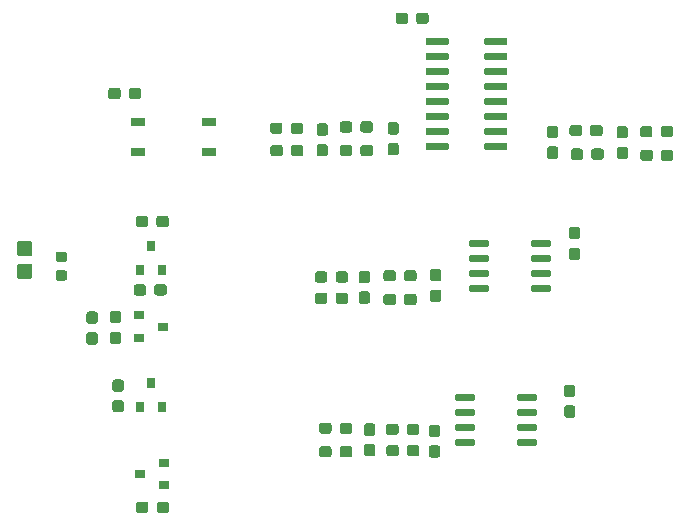
<source format=gtp>
G04 #@! TF.GenerationSoftware,KiCad,Pcbnew,(5.1.5-0)*
G04 #@! TF.CreationDate,2021-08-17T13:30:23-06:00*
G04 #@! TF.ProjectId,HX711_710_711_720,48583731-315f-4373-9130-5f3731315f37,rev?*
G04 #@! TF.SameCoordinates,Original*
G04 #@! TF.FileFunction,Paste,Top*
G04 #@! TF.FilePolarity,Positive*
%FSLAX46Y46*%
G04 Gerber Fmt 4.6, Leading zero omitted, Abs format (unit mm)*
G04 Created by KiCad (PCBNEW (5.1.5-0)) date 2021-08-17 13:30:23*
%MOMM*%
%LPD*%
G04 APERTURE LIST*
%ADD10C,0.100000*%
%ADD11R,1.200000X0.800000*%
%ADD12R,0.900000X0.800000*%
%ADD13R,0.800000X0.900000*%
G04 APERTURE END LIST*
D10*
G36*
X152635779Y-51926144D02*
G01*
X152658834Y-51929563D01*
X152681443Y-51935227D01*
X152703387Y-51943079D01*
X152724457Y-51953044D01*
X152744448Y-51965026D01*
X152763168Y-51978910D01*
X152780438Y-51994562D01*
X152796090Y-52011832D01*
X152809974Y-52030552D01*
X152821956Y-52050543D01*
X152831921Y-52071613D01*
X152839773Y-52093557D01*
X152845437Y-52116166D01*
X152848856Y-52139221D01*
X152850000Y-52162500D01*
X152850000Y-52637500D01*
X152848856Y-52660779D01*
X152845437Y-52683834D01*
X152839773Y-52706443D01*
X152831921Y-52728387D01*
X152821956Y-52749457D01*
X152809974Y-52769448D01*
X152796090Y-52788168D01*
X152780438Y-52805438D01*
X152763168Y-52821090D01*
X152744448Y-52834974D01*
X152724457Y-52846956D01*
X152703387Y-52856921D01*
X152681443Y-52864773D01*
X152658834Y-52870437D01*
X152635779Y-52873856D01*
X152612500Y-52875000D01*
X152037500Y-52875000D01*
X152014221Y-52873856D01*
X151991166Y-52870437D01*
X151968557Y-52864773D01*
X151946613Y-52856921D01*
X151925543Y-52846956D01*
X151905552Y-52834974D01*
X151886832Y-52821090D01*
X151869562Y-52805438D01*
X151853910Y-52788168D01*
X151840026Y-52769448D01*
X151828044Y-52749457D01*
X151818079Y-52728387D01*
X151810227Y-52706443D01*
X151804563Y-52683834D01*
X151801144Y-52660779D01*
X151800000Y-52637500D01*
X151800000Y-52162500D01*
X151801144Y-52139221D01*
X151804563Y-52116166D01*
X151810227Y-52093557D01*
X151818079Y-52071613D01*
X151828044Y-52050543D01*
X151840026Y-52030552D01*
X151853910Y-52011832D01*
X151869562Y-51994562D01*
X151886832Y-51978910D01*
X151905552Y-51965026D01*
X151925543Y-51953044D01*
X151946613Y-51943079D01*
X151968557Y-51935227D01*
X151991166Y-51929563D01*
X152014221Y-51926144D01*
X152037500Y-51925000D01*
X152612500Y-51925000D01*
X152635779Y-51926144D01*
G37*
G36*
X154385779Y-51926144D02*
G01*
X154408834Y-51929563D01*
X154431443Y-51935227D01*
X154453387Y-51943079D01*
X154474457Y-51953044D01*
X154494448Y-51965026D01*
X154513168Y-51978910D01*
X154530438Y-51994562D01*
X154546090Y-52011832D01*
X154559974Y-52030552D01*
X154571956Y-52050543D01*
X154581921Y-52071613D01*
X154589773Y-52093557D01*
X154595437Y-52116166D01*
X154598856Y-52139221D01*
X154600000Y-52162500D01*
X154600000Y-52637500D01*
X154598856Y-52660779D01*
X154595437Y-52683834D01*
X154589773Y-52706443D01*
X154581921Y-52728387D01*
X154571956Y-52749457D01*
X154559974Y-52769448D01*
X154546090Y-52788168D01*
X154530438Y-52805438D01*
X154513168Y-52821090D01*
X154494448Y-52834974D01*
X154474457Y-52846956D01*
X154453387Y-52856921D01*
X154431443Y-52864773D01*
X154408834Y-52870437D01*
X154385779Y-52873856D01*
X154362500Y-52875000D01*
X153787500Y-52875000D01*
X153764221Y-52873856D01*
X153741166Y-52870437D01*
X153718557Y-52864773D01*
X153696613Y-52856921D01*
X153675543Y-52846956D01*
X153655552Y-52834974D01*
X153636832Y-52821090D01*
X153619562Y-52805438D01*
X153603910Y-52788168D01*
X153590026Y-52769448D01*
X153578044Y-52749457D01*
X153568079Y-52728387D01*
X153560227Y-52706443D01*
X153554563Y-52683834D01*
X153551144Y-52660779D01*
X153550000Y-52637500D01*
X153550000Y-52162500D01*
X153551144Y-52139221D01*
X153554563Y-52116166D01*
X153560227Y-52093557D01*
X153568079Y-52071613D01*
X153578044Y-52050543D01*
X153590026Y-52030552D01*
X153603910Y-52011832D01*
X153619562Y-51994562D01*
X153636832Y-51978910D01*
X153655552Y-51965026D01*
X153675543Y-51953044D01*
X153696613Y-51943079D01*
X153718557Y-51935227D01*
X153741166Y-51929563D01*
X153764221Y-51926144D01*
X153787500Y-51925000D01*
X154362500Y-51925000D01*
X154385779Y-51926144D01*
G37*
G36*
X163614703Y-84195722D02*
G01*
X163629264Y-84197882D01*
X163643543Y-84201459D01*
X163657403Y-84206418D01*
X163670710Y-84212712D01*
X163683336Y-84220280D01*
X163695159Y-84229048D01*
X163706066Y-84238934D01*
X163715952Y-84249841D01*
X163724720Y-84261664D01*
X163732288Y-84274290D01*
X163738582Y-84287597D01*
X163743541Y-84301457D01*
X163747118Y-84315736D01*
X163749278Y-84330297D01*
X163750000Y-84345000D01*
X163750000Y-84645000D01*
X163749278Y-84659703D01*
X163747118Y-84674264D01*
X163743541Y-84688543D01*
X163738582Y-84702403D01*
X163732288Y-84715710D01*
X163724720Y-84728336D01*
X163715952Y-84740159D01*
X163706066Y-84751066D01*
X163695159Y-84760952D01*
X163683336Y-84769720D01*
X163670710Y-84777288D01*
X163657403Y-84783582D01*
X163643543Y-84788541D01*
X163629264Y-84792118D01*
X163614703Y-84794278D01*
X163600000Y-84795000D01*
X162250000Y-84795000D01*
X162235297Y-84794278D01*
X162220736Y-84792118D01*
X162206457Y-84788541D01*
X162192597Y-84783582D01*
X162179290Y-84777288D01*
X162166664Y-84769720D01*
X162154841Y-84760952D01*
X162143934Y-84751066D01*
X162134048Y-84740159D01*
X162125280Y-84728336D01*
X162117712Y-84715710D01*
X162111418Y-84702403D01*
X162106459Y-84688543D01*
X162102882Y-84674264D01*
X162100722Y-84659703D01*
X162100000Y-84645000D01*
X162100000Y-84345000D01*
X162100722Y-84330297D01*
X162102882Y-84315736D01*
X162106459Y-84301457D01*
X162111418Y-84287597D01*
X162117712Y-84274290D01*
X162125280Y-84261664D01*
X162134048Y-84249841D01*
X162143934Y-84238934D01*
X162154841Y-84229048D01*
X162166664Y-84220280D01*
X162179290Y-84212712D01*
X162192597Y-84206418D01*
X162206457Y-84201459D01*
X162220736Y-84197882D01*
X162235297Y-84195722D01*
X162250000Y-84195000D01*
X163600000Y-84195000D01*
X163614703Y-84195722D01*
G37*
G36*
X163614703Y-85465722D02*
G01*
X163629264Y-85467882D01*
X163643543Y-85471459D01*
X163657403Y-85476418D01*
X163670710Y-85482712D01*
X163683336Y-85490280D01*
X163695159Y-85499048D01*
X163706066Y-85508934D01*
X163715952Y-85519841D01*
X163724720Y-85531664D01*
X163732288Y-85544290D01*
X163738582Y-85557597D01*
X163743541Y-85571457D01*
X163747118Y-85585736D01*
X163749278Y-85600297D01*
X163750000Y-85615000D01*
X163750000Y-85915000D01*
X163749278Y-85929703D01*
X163747118Y-85944264D01*
X163743541Y-85958543D01*
X163738582Y-85972403D01*
X163732288Y-85985710D01*
X163724720Y-85998336D01*
X163715952Y-86010159D01*
X163706066Y-86021066D01*
X163695159Y-86030952D01*
X163683336Y-86039720D01*
X163670710Y-86047288D01*
X163657403Y-86053582D01*
X163643543Y-86058541D01*
X163629264Y-86062118D01*
X163614703Y-86064278D01*
X163600000Y-86065000D01*
X162250000Y-86065000D01*
X162235297Y-86064278D01*
X162220736Y-86062118D01*
X162206457Y-86058541D01*
X162192597Y-86053582D01*
X162179290Y-86047288D01*
X162166664Y-86039720D01*
X162154841Y-86030952D01*
X162143934Y-86021066D01*
X162134048Y-86010159D01*
X162125280Y-85998336D01*
X162117712Y-85985710D01*
X162111418Y-85972403D01*
X162106459Y-85958543D01*
X162102882Y-85944264D01*
X162100722Y-85929703D01*
X162100000Y-85915000D01*
X162100000Y-85615000D01*
X162100722Y-85600297D01*
X162102882Y-85585736D01*
X162106459Y-85571457D01*
X162111418Y-85557597D01*
X162117712Y-85544290D01*
X162125280Y-85531664D01*
X162134048Y-85519841D01*
X162143934Y-85508934D01*
X162154841Y-85499048D01*
X162166664Y-85490280D01*
X162179290Y-85482712D01*
X162192597Y-85476418D01*
X162206457Y-85471459D01*
X162220736Y-85467882D01*
X162235297Y-85465722D01*
X162250000Y-85465000D01*
X163600000Y-85465000D01*
X163614703Y-85465722D01*
G37*
G36*
X163614703Y-86735722D02*
G01*
X163629264Y-86737882D01*
X163643543Y-86741459D01*
X163657403Y-86746418D01*
X163670710Y-86752712D01*
X163683336Y-86760280D01*
X163695159Y-86769048D01*
X163706066Y-86778934D01*
X163715952Y-86789841D01*
X163724720Y-86801664D01*
X163732288Y-86814290D01*
X163738582Y-86827597D01*
X163743541Y-86841457D01*
X163747118Y-86855736D01*
X163749278Y-86870297D01*
X163750000Y-86885000D01*
X163750000Y-87185000D01*
X163749278Y-87199703D01*
X163747118Y-87214264D01*
X163743541Y-87228543D01*
X163738582Y-87242403D01*
X163732288Y-87255710D01*
X163724720Y-87268336D01*
X163715952Y-87280159D01*
X163706066Y-87291066D01*
X163695159Y-87300952D01*
X163683336Y-87309720D01*
X163670710Y-87317288D01*
X163657403Y-87323582D01*
X163643543Y-87328541D01*
X163629264Y-87332118D01*
X163614703Y-87334278D01*
X163600000Y-87335000D01*
X162250000Y-87335000D01*
X162235297Y-87334278D01*
X162220736Y-87332118D01*
X162206457Y-87328541D01*
X162192597Y-87323582D01*
X162179290Y-87317288D01*
X162166664Y-87309720D01*
X162154841Y-87300952D01*
X162143934Y-87291066D01*
X162134048Y-87280159D01*
X162125280Y-87268336D01*
X162117712Y-87255710D01*
X162111418Y-87242403D01*
X162106459Y-87228543D01*
X162102882Y-87214264D01*
X162100722Y-87199703D01*
X162100000Y-87185000D01*
X162100000Y-86885000D01*
X162100722Y-86870297D01*
X162102882Y-86855736D01*
X162106459Y-86841457D01*
X162111418Y-86827597D01*
X162117712Y-86814290D01*
X162125280Y-86801664D01*
X162134048Y-86789841D01*
X162143934Y-86778934D01*
X162154841Y-86769048D01*
X162166664Y-86760280D01*
X162179290Y-86752712D01*
X162192597Y-86746418D01*
X162206457Y-86741459D01*
X162220736Y-86737882D01*
X162235297Y-86735722D01*
X162250000Y-86735000D01*
X163600000Y-86735000D01*
X163614703Y-86735722D01*
G37*
G36*
X163614703Y-88005722D02*
G01*
X163629264Y-88007882D01*
X163643543Y-88011459D01*
X163657403Y-88016418D01*
X163670710Y-88022712D01*
X163683336Y-88030280D01*
X163695159Y-88039048D01*
X163706066Y-88048934D01*
X163715952Y-88059841D01*
X163724720Y-88071664D01*
X163732288Y-88084290D01*
X163738582Y-88097597D01*
X163743541Y-88111457D01*
X163747118Y-88125736D01*
X163749278Y-88140297D01*
X163750000Y-88155000D01*
X163750000Y-88455000D01*
X163749278Y-88469703D01*
X163747118Y-88484264D01*
X163743541Y-88498543D01*
X163738582Y-88512403D01*
X163732288Y-88525710D01*
X163724720Y-88538336D01*
X163715952Y-88550159D01*
X163706066Y-88561066D01*
X163695159Y-88570952D01*
X163683336Y-88579720D01*
X163670710Y-88587288D01*
X163657403Y-88593582D01*
X163643543Y-88598541D01*
X163629264Y-88602118D01*
X163614703Y-88604278D01*
X163600000Y-88605000D01*
X162250000Y-88605000D01*
X162235297Y-88604278D01*
X162220736Y-88602118D01*
X162206457Y-88598541D01*
X162192597Y-88593582D01*
X162179290Y-88587288D01*
X162166664Y-88579720D01*
X162154841Y-88570952D01*
X162143934Y-88561066D01*
X162134048Y-88550159D01*
X162125280Y-88538336D01*
X162117712Y-88525710D01*
X162111418Y-88512403D01*
X162106459Y-88498543D01*
X162102882Y-88484264D01*
X162100722Y-88469703D01*
X162100000Y-88455000D01*
X162100000Y-88155000D01*
X162100722Y-88140297D01*
X162102882Y-88125736D01*
X162106459Y-88111457D01*
X162111418Y-88097597D01*
X162117712Y-88084290D01*
X162125280Y-88071664D01*
X162134048Y-88059841D01*
X162143934Y-88048934D01*
X162154841Y-88039048D01*
X162166664Y-88030280D01*
X162179290Y-88022712D01*
X162192597Y-88016418D01*
X162206457Y-88011459D01*
X162220736Y-88007882D01*
X162235297Y-88005722D01*
X162250000Y-88005000D01*
X163600000Y-88005000D01*
X163614703Y-88005722D01*
G37*
G36*
X158364703Y-88005722D02*
G01*
X158379264Y-88007882D01*
X158393543Y-88011459D01*
X158407403Y-88016418D01*
X158420710Y-88022712D01*
X158433336Y-88030280D01*
X158445159Y-88039048D01*
X158456066Y-88048934D01*
X158465952Y-88059841D01*
X158474720Y-88071664D01*
X158482288Y-88084290D01*
X158488582Y-88097597D01*
X158493541Y-88111457D01*
X158497118Y-88125736D01*
X158499278Y-88140297D01*
X158500000Y-88155000D01*
X158500000Y-88455000D01*
X158499278Y-88469703D01*
X158497118Y-88484264D01*
X158493541Y-88498543D01*
X158488582Y-88512403D01*
X158482288Y-88525710D01*
X158474720Y-88538336D01*
X158465952Y-88550159D01*
X158456066Y-88561066D01*
X158445159Y-88570952D01*
X158433336Y-88579720D01*
X158420710Y-88587288D01*
X158407403Y-88593582D01*
X158393543Y-88598541D01*
X158379264Y-88602118D01*
X158364703Y-88604278D01*
X158350000Y-88605000D01*
X157000000Y-88605000D01*
X156985297Y-88604278D01*
X156970736Y-88602118D01*
X156956457Y-88598541D01*
X156942597Y-88593582D01*
X156929290Y-88587288D01*
X156916664Y-88579720D01*
X156904841Y-88570952D01*
X156893934Y-88561066D01*
X156884048Y-88550159D01*
X156875280Y-88538336D01*
X156867712Y-88525710D01*
X156861418Y-88512403D01*
X156856459Y-88498543D01*
X156852882Y-88484264D01*
X156850722Y-88469703D01*
X156850000Y-88455000D01*
X156850000Y-88155000D01*
X156850722Y-88140297D01*
X156852882Y-88125736D01*
X156856459Y-88111457D01*
X156861418Y-88097597D01*
X156867712Y-88084290D01*
X156875280Y-88071664D01*
X156884048Y-88059841D01*
X156893934Y-88048934D01*
X156904841Y-88039048D01*
X156916664Y-88030280D01*
X156929290Y-88022712D01*
X156942597Y-88016418D01*
X156956457Y-88011459D01*
X156970736Y-88007882D01*
X156985297Y-88005722D01*
X157000000Y-88005000D01*
X158350000Y-88005000D01*
X158364703Y-88005722D01*
G37*
G36*
X158364703Y-86735722D02*
G01*
X158379264Y-86737882D01*
X158393543Y-86741459D01*
X158407403Y-86746418D01*
X158420710Y-86752712D01*
X158433336Y-86760280D01*
X158445159Y-86769048D01*
X158456066Y-86778934D01*
X158465952Y-86789841D01*
X158474720Y-86801664D01*
X158482288Y-86814290D01*
X158488582Y-86827597D01*
X158493541Y-86841457D01*
X158497118Y-86855736D01*
X158499278Y-86870297D01*
X158500000Y-86885000D01*
X158500000Y-87185000D01*
X158499278Y-87199703D01*
X158497118Y-87214264D01*
X158493541Y-87228543D01*
X158488582Y-87242403D01*
X158482288Y-87255710D01*
X158474720Y-87268336D01*
X158465952Y-87280159D01*
X158456066Y-87291066D01*
X158445159Y-87300952D01*
X158433336Y-87309720D01*
X158420710Y-87317288D01*
X158407403Y-87323582D01*
X158393543Y-87328541D01*
X158379264Y-87332118D01*
X158364703Y-87334278D01*
X158350000Y-87335000D01*
X157000000Y-87335000D01*
X156985297Y-87334278D01*
X156970736Y-87332118D01*
X156956457Y-87328541D01*
X156942597Y-87323582D01*
X156929290Y-87317288D01*
X156916664Y-87309720D01*
X156904841Y-87300952D01*
X156893934Y-87291066D01*
X156884048Y-87280159D01*
X156875280Y-87268336D01*
X156867712Y-87255710D01*
X156861418Y-87242403D01*
X156856459Y-87228543D01*
X156852882Y-87214264D01*
X156850722Y-87199703D01*
X156850000Y-87185000D01*
X156850000Y-86885000D01*
X156850722Y-86870297D01*
X156852882Y-86855736D01*
X156856459Y-86841457D01*
X156861418Y-86827597D01*
X156867712Y-86814290D01*
X156875280Y-86801664D01*
X156884048Y-86789841D01*
X156893934Y-86778934D01*
X156904841Y-86769048D01*
X156916664Y-86760280D01*
X156929290Y-86752712D01*
X156942597Y-86746418D01*
X156956457Y-86741459D01*
X156970736Y-86737882D01*
X156985297Y-86735722D01*
X157000000Y-86735000D01*
X158350000Y-86735000D01*
X158364703Y-86735722D01*
G37*
G36*
X158364703Y-85465722D02*
G01*
X158379264Y-85467882D01*
X158393543Y-85471459D01*
X158407403Y-85476418D01*
X158420710Y-85482712D01*
X158433336Y-85490280D01*
X158445159Y-85499048D01*
X158456066Y-85508934D01*
X158465952Y-85519841D01*
X158474720Y-85531664D01*
X158482288Y-85544290D01*
X158488582Y-85557597D01*
X158493541Y-85571457D01*
X158497118Y-85585736D01*
X158499278Y-85600297D01*
X158500000Y-85615000D01*
X158500000Y-85915000D01*
X158499278Y-85929703D01*
X158497118Y-85944264D01*
X158493541Y-85958543D01*
X158488582Y-85972403D01*
X158482288Y-85985710D01*
X158474720Y-85998336D01*
X158465952Y-86010159D01*
X158456066Y-86021066D01*
X158445159Y-86030952D01*
X158433336Y-86039720D01*
X158420710Y-86047288D01*
X158407403Y-86053582D01*
X158393543Y-86058541D01*
X158379264Y-86062118D01*
X158364703Y-86064278D01*
X158350000Y-86065000D01*
X157000000Y-86065000D01*
X156985297Y-86064278D01*
X156970736Y-86062118D01*
X156956457Y-86058541D01*
X156942597Y-86053582D01*
X156929290Y-86047288D01*
X156916664Y-86039720D01*
X156904841Y-86030952D01*
X156893934Y-86021066D01*
X156884048Y-86010159D01*
X156875280Y-85998336D01*
X156867712Y-85985710D01*
X156861418Y-85972403D01*
X156856459Y-85958543D01*
X156852882Y-85944264D01*
X156850722Y-85929703D01*
X156850000Y-85915000D01*
X156850000Y-85615000D01*
X156850722Y-85600297D01*
X156852882Y-85585736D01*
X156856459Y-85571457D01*
X156861418Y-85557597D01*
X156867712Y-85544290D01*
X156875280Y-85531664D01*
X156884048Y-85519841D01*
X156893934Y-85508934D01*
X156904841Y-85499048D01*
X156916664Y-85490280D01*
X156929290Y-85482712D01*
X156942597Y-85476418D01*
X156956457Y-85471459D01*
X156970736Y-85467882D01*
X156985297Y-85465722D01*
X157000000Y-85465000D01*
X158350000Y-85465000D01*
X158364703Y-85465722D01*
G37*
G36*
X158364703Y-84195722D02*
G01*
X158379264Y-84197882D01*
X158393543Y-84201459D01*
X158407403Y-84206418D01*
X158420710Y-84212712D01*
X158433336Y-84220280D01*
X158445159Y-84229048D01*
X158456066Y-84238934D01*
X158465952Y-84249841D01*
X158474720Y-84261664D01*
X158482288Y-84274290D01*
X158488582Y-84287597D01*
X158493541Y-84301457D01*
X158497118Y-84315736D01*
X158499278Y-84330297D01*
X158500000Y-84345000D01*
X158500000Y-84645000D01*
X158499278Y-84659703D01*
X158497118Y-84674264D01*
X158493541Y-84688543D01*
X158488582Y-84702403D01*
X158482288Y-84715710D01*
X158474720Y-84728336D01*
X158465952Y-84740159D01*
X158456066Y-84751066D01*
X158445159Y-84760952D01*
X158433336Y-84769720D01*
X158420710Y-84777288D01*
X158407403Y-84783582D01*
X158393543Y-84788541D01*
X158379264Y-84792118D01*
X158364703Y-84794278D01*
X158350000Y-84795000D01*
X157000000Y-84795000D01*
X156985297Y-84794278D01*
X156970736Y-84792118D01*
X156956457Y-84788541D01*
X156942597Y-84783582D01*
X156929290Y-84777288D01*
X156916664Y-84769720D01*
X156904841Y-84760952D01*
X156893934Y-84751066D01*
X156884048Y-84740159D01*
X156875280Y-84728336D01*
X156867712Y-84715710D01*
X156861418Y-84702403D01*
X156856459Y-84688543D01*
X156852882Y-84674264D01*
X156850722Y-84659703D01*
X156850000Y-84645000D01*
X156850000Y-84345000D01*
X156850722Y-84330297D01*
X156852882Y-84315736D01*
X156856459Y-84301457D01*
X156861418Y-84287597D01*
X156867712Y-84274290D01*
X156875280Y-84261664D01*
X156884048Y-84249841D01*
X156893934Y-84238934D01*
X156904841Y-84229048D01*
X156916664Y-84220280D01*
X156929290Y-84212712D01*
X156942597Y-84206418D01*
X156956457Y-84201459D01*
X156970736Y-84197882D01*
X156985297Y-84195722D01*
X157000000Y-84195000D01*
X158350000Y-84195000D01*
X158364703Y-84195722D01*
G37*
G36*
X164789703Y-71160722D02*
G01*
X164804264Y-71162882D01*
X164818543Y-71166459D01*
X164832403Y-71171418D01*
X164845710Y-71177712D01*
X164858336Y-71185280D01*
X164870159Y-71194048D01*
X164881066Y-71203934D01*
X164890952Y-71214841D01*
X164899720Y-71226664D01*
X164907288Y-71239290D01*
X164913582Y-71252597D01*
X164918541Y-71266457D01*
X164922118Y-71280736D01*
X164924278Y-71295297D01*
X164925000Y-71310000D01*
X164925000Y-71610000D01*
X164924278Y-71624703D01*
X164922118Y-71639264D01*
X164918541Y-71653543D01*
X164913582Y-71667403D01*
X164907288Y-71680710D01*
X164899720Y-71693336D01*
X164890952Y-71705159D01*
X164881066Y-71716066D01*
X164870159Y-71725952D01*
X164858336Y-71734720D01*
X164845710Y-71742288D01*
X164832403Y-71748582D01*
X164818543Y-71753541D01*
X164804264Y-71757118D01*
X164789703Y-71759278D01*
X164775000Y-71760000D01*
X163425000Y-71760000D01*
X163410297Y-71759278D01*
X163395736Y-71757118D01*
X163381457Y-71753541D01*
X163367597Y-71748582D01*
X163354290Y-71742288D01*
X163341664Y-71734720D01*
X163329841Y-71725952D01*
X163318934Y-71716066D01*
X163309048Y-71705159D01*
X163300280Y-71693336D01*
X163292712Y-71680710D01*
X163286418Y-71667403D01*
X163281459Y-71653543D01*
X163277882Y-71639264D01*
X163275722Y-71624703D01*
X163275000Y-71610000D01*
X163275000Y-71310000D01*
X163275722Y-71295297D01*
X163277882Y-71280736D01*
X163281459Y-71266457D01*
X163286418Y-71252597D01*
X163292712Y-71239290D01*
X163300280Y-71226664D01*
X163309048Y-71214841D01*
X163318934Y-71203934D01*
X163329841Y-71194048D01*
X163341664Y-71185280D01*
X163354290Y-71177712D01*
X163367597Y-71171418D01*
X163381457Y-71166459D01*
X163395736Y-71162882D01*
X163410297Y-71160722D01*
X163425000Y-71160000D01*
X164775000Y-71160000D01*
X164789703Y-71160722D01*
G37*
G36*
X164789703Y-72430722D02*
G01*
X164804264Y-72432882D01*
X164818543Y-72436459D01*
X164832403Y-72441418D01*
X164845710Y-72447712D01*
X164858336Y-72455280D01*
X164870159Y-72464048D01*
X164881066Y-72473934D01*
X164890952Y-72484841D01*
X164899720Y-72496664D01*
X164907288Y-72509290D01*
X164913582Y-72522597D01*
X164918541Y-72536457D01*
X164922118Y-72550736D01*
X164924278Y-72565297D01*
X164925000Y-72580000D01*
X164925000Y-72880000D01*
X164924278Y-72894703D01*
X164922118Y-72909264D01*
X164918541Y-72923543D01*
X164913582Y-72937403D01*
X164907288Y-72950710D01*
X164899720Y-72963336D01*
X164890952Y-72975159D01*
X164881066Y-72986066D01*
X164870159Y-72995952D01*
X164858336Y-73004720D01*
X164845710Y-73012288D01*
X164832403Y-73018582D01*
X164818543Y-73023541D01*
X164804264Y-73027118D01*
X164789703Y-73029278D01*
X164775000Y-73030000D01*
X163425000Y-73030000D01*
X163410297Y-73029278D01*
X163395736Y-73027118D01*
X163381457Y-73023541D01*
X163367597Y-73018582D01*
X163354290Y-73012288D01*
X163341664Y-73004720D01*
X163329841Y-72995952D01*
X163318934Y-72986066D01*
X163309048Y-72975159D01*
X163300280Y-72963336D01*
X163292712Y-72950710D01*
X163286418Y-72937403D01*
X163281459Y-72923543D01*
X163277882Y-72909264D01*
X163275722Y-72894703D01*
X163275000Y-72880000D01*
X163275000Y-72580000D01*
X163275722Y-72565297D01*
X163277882Y-72550736D01*
X163281459Y-72536457D01*
X163286418Y-72522597D01*
X163292712Y-72509290D01*
X163300280Y-72496664D01*
X163309048Y-72484841D01*
X163318934Y-72473934D01*
X163329841Y-72464048D01*
X163341664Y-72455280D01*
X163354290Y-72447712D01*
X163367597Y-72441418D01*
X163381457Y-72436459D01*
X163395736Y-72432882D01*
X163410297Y-72430722D01*
X163425000Y-72430000D01*
X164775000Y-72430000D01*
X164789703Y-72430722D01*
G37*
G36*
X164789703Y-73700722D02*
G01*
X164804264Y-73702882D01*
X164818543Y-73706459D01*
X164832403Y-73711418D01*
X164845710Y-73717712D01*
X164858336Y-73725280D01*
X164870159Y-73734048D01*
X164881066Y-73743934D01*
X164890952Y-73754841D01*
X164899720Y-73766664D01*
X164907288Y-73779290D01*
X164913582Y-73792597D01*
X164918541Y-73806457D01*
X164922118Y-73820736D01*
X164924278Y-73835297D01*
X164925000Y-73850000D01*
X164925000Y-74150000D01*
X164924278Y-74164703D01*
X164922118Y-74179264D01*
X164918541Y-74193543D01*
X164913582Y-74207403D01*
X164907288Y-74220710D01*
X164899720Y-74233336D01*
X164890952Y-74245159D01*
X164881066Y-74256066D01*
X164870159Y-74265952D01*
X164858336Y-74274720D01*
X164845710Y-74282288D01*
X164832403Y-74288582D01*
X164818543Y-74293541D01*
X164804264Y-74297118D01*
X164789703Y-74299278D01*
X164775000Y-74300000D01*
X163425000Y-74300000D01*
X163410297Y-74299278D01*
X163395736Y-74297118D01*
X163381457Y-74293541D01*
X163367597Y-74288582D01*
X163354290Y-74282288D01*
X163341664Y-74274720D01*
X163329841Y-74265952D01*
X163318934Y-74256066D01*
X163309048Y-74245159D01*
X163300280Y-74233336D01*
X163292712Y-74220710D01*
X163286418Y-74207403D01*
X163281459Y-74193543D01*
X163277882Y-74179264D01*
X163275722Y-74164703D01*
X163275000Y-74150000D01*
X163275000Y-73850000D01*
X163275722Y-73835297D01*
X163277882Y-73820736D01*
X163281459Y-73806457D01*
X163286418Y-73792597D01*
X163292712Y-73779290D01*
X163300280Y-73766664D01*
X163309048Y-73754841D01*
X163318934Y-73743934D01*
X163329841Y-73734048D01*
X163341664Y-73725280D01*
X163354290Y-73717712D01*
X163367597Y-73711418D01*
X163381457Y-73706459D01*
X163395736Y-73702882D01*
X163410297Y-73700722D01*
X163425000Y-73700000D01*
X164775000Y-73700000D01*
X164789703Y-73700722D01*
G37*
G36*
X164789703Y-74970722D02*
G01*
X164804264Y-74972882D01*
X164818543Y-74976459D01*
X164832403Y-74981418D01*
X164845710Y-74987712D01*
X164858336Y-74995280D01*
X164870159Y-75004048D01*
X164881066Y-75013934D01*
X164890952Y-75024841D01*
X164899720Y-75036664D01*
X164907288Y-75049290D01*
X164913582Y-75062597D01*
X164918541Y-75076457D01*
X164922118Y-75090736D01*
X164924278Y-75105297D01*
X164925000Y-75120000D01*
X164925000Y-75420000D01*
X164924278Y-75434703D01*
X164922118Y-75449264D01*
X164918541Y-75463543D01*
X164913582Y-75477403D01*
X164907288Y-75490710D01*
X164899720Y-75503336D01*
X164890952Y-75515159D01*
X164881066Y-75526066D01*
X164870159Y-75535952D01*
X164858336Y-75544720D01*
X164845710Y-75552288D01*
X164832403Y-75558582D01*
X164818543Y-75563541D01*
X164804264Y-75567118D01*
X164789703Y-75569278D01*
X164775000Y-75570000D01*
X163425000Y-75570000D01*
X163410297Y-75569278D01*
X163395736Y-75567118D01*
X163381457Y-75563541D01*
X163367597Y-75558582D01*
X163354290Y-75552288D01*
X163341664Y-75544720D01*
X163329841Y-75535952D01*
X163318934Y-75526066D01*
X163309048Y-75515159D01*
X163300280Y-75503336D01*
X163292712Y-75490710D01*
X163286418Y-75477403D01*
X163281459Y-75463543D01*
X163277882Y-75449264D01*
X163275722Y-75434703D01*
X163275000Y-75420000D01*
X163275000Y-75120000D01*
X163275722Y-75105297D01*
X163277882Y-75090736D01*
X163281459Y-75076457D01*
X163286418Y-75062597D01*
X163292712Y-75049290D01*
X163300280Y-75036664D01*
X163309048Y-75024841D01*
X163318934Y-75013934D01*
X163329841Y-75004048D01*
X163341664Y-74995280D01*
X163354290Y-74987712D01*
X163367597Y-74981418D01*
X163381457Y-74976459D01*
X163395736Y-74972882D01*
X163410297Y-74970722D01*
X163425000Y-74970000D01*
X164775000Y-74970000D01*
X164789703Y-74970722D01*
G37*
G36*
X159539703Y-74970722D02*
G01*
X159554264Y-74972882D01*
X159568543Y-74976459D01*
X159582403Y-74981418D01*
X159595710Y-74987712D01*
X159608336Y-74995280D01*
X159620159Y-75004048D01*
X159631066Y-75013934D01*
X159640952Y-75024841D01*
X159649720Y-75036664D01*
X159657288Y-75049290D01*
X159663582Y-75062597D01*
X159668541Y-75076457D01*
X159672118Y-75090736D01*
X159674278Y-75105297D01*
X159675000Y-75120000D01*
X159675000Y-75420000D01*
X159674278Y-75434703D01*
X159672118Y-75449264D01*
X159668541Y-75463543D01*
X159663582Y-75477403D01*
X159657288Y-75490710D01*
X159649720Y-75503336D01*
X159640952Y-75515159D01*
X159631066Y-75526066D01*
X159620159Y-75535952D01*
X159608336Y-75544720D01*
X159595710Y-75552288D01*
X159582403Y-75558582D01*
X159568543Y-75563541D01*
X159554264Y-75567118D01*
X159539703Y-75569278D01*
X159525000Y-75570000D01*
X158175000Y-75570000D01*
X158160297Y-75569278D01*
X158145736Y-75567118D01*
X158131457Y-75563541D01*
X158117597Y-75558582D01*
X158104290Y-75552288D01*
X158091664Y-75544720D01*
X158079841Y-75535952D01*
X158068934Y-75526066D01*
X158059048Y-75515159D01*
X158050280Y-75503336D01*
X158042712Y-75490710D01*
X158036418Y-75477403D01*
X158031459Y-75463543D01*
X158027882Y-75449264D01*
X158025722Y-75434703D01*
X158025000Y-75420000D01*
X158025000Y-75120000D01*
X158025722Y-75105297D01*
X158027882Y-75090736D01*
X158031459Y-75076457D01*
X158036418Y-75062597D01*
X158042712Y-75049290D01*
X158050280Y-75036664D01*
X158059048Y-75024841D01*
X158068934Y-75013934D01*
X158079841Y-75004048D01*
X158091664Y-74995280D01*
X158104290Y-74987712D01*
X158117597Y-74981418D01*
X158131457Y-74976459D01*
X158145736Y-74972882D01*
X158160297Y-74970722D01*
X158175000Y-74970000D01*
X159525000Y-74970000D01*
X159539703Y-74970722D01*
G37*
G36*
X159539703Y-73700722D02*
G01*
X159554264Y-73702882D01*
X159568543Y-73706459D01*
X159582403Y-73711418D01*
X159595710Y-73717712D01*
X159608336Y-73725280D01*
X159620159Y-73734048D01*
X159631066Y-73743934D01*
X159640952Y-73754841D01*
X159649720Y-73766664D01*
X159657288Y-73779290D01*
X159663582Y-73792597D01*
X159668541Y-73806457D01*
X159672118Y-73820736D01*
X159674278Y-73835297D01*
X159675000Y-73850000D01*
X159675000Y-74150000D01*
X159674278Y-74164703D01*
X159672118Y-74179264D01*
X159668541Y-74193543D01*
X159663582Y-74207403D01*
X159657288Y-74220710D01*
X159649720Y-74233336D01*
X159640952Y-74245159D01*
X159631066Y-74256066D01*
X159620159Y-74265952D01*
X159608336Y-74274720D01*
X159595710Y-74282288D01*
X159582403Y-74288582D01*
X159568543Y-74293541D01*
X159554264Y-74297118D01*
X159539703Y-74299278D01*
X159525000Y-74300000D01*
X158175000Y-74300000D01*
X158160297Y-74299278D01*
X158145736Y-74297118D01*
X158131457Y-74293541D01*
X158117597Y-74288582D01*
X158104290Y-74282288D01*
X158091664Y-74274720D01*
X158079841Y-74265952D01*
X158068934Y-74256066D01*
X158059048Y-74245159D01*
X158050280Y-74233336D01*
X158042712Y-74220710D01*
X158036418Y-74207403D01*
X158031459Y-74193543D01*
X158027882Y-74179264D01*
X158025722Y-74164703D01*
X158025000Y-74150000D01*
X158025000Y-73850000D01*
X158025722Y-73835297D01*
X158027882Y-73820736D01*
X158031459Y-73806457D01*
X158036418Y-73792597D01*
X158042712Y-73779290D01*
X158050280Y-73766664D01*
X158059048Y-73754841D01*
X158068934Y-73743934D01*
X158079841Y-73734048D01*
X158091664Y-73725280D01*
X158104290Y-73717712D01*
X158117597Y-73711418D01*
X158131457Y-73706459D01*
X158145736Y-73702882D01*
X158160297Y-73700722D01*
X158175000Y-73700000D01*
X159525000Y-73700000D01*
X159539703Y-73700722D01*
G37*
G36*
X159539703Y-72430722D02*
G01*
X159554264Y-72432882D01*
X159568543Y-72436459D01*
X159582403Y-72441418D01*
X159595710Y-72447712D01*
X159608336Y-72455280D01*
X159620159Y-72464048D01*
X159631066Y-72473934D01*
X159640952Y-72484841D01*
X159649720Y-72496664D01*
X159657288Y-72509290D01*
X159663582Y-72522597D01*
X159668541Y-72536457D01*
X159672118Y-72550736D01*
X159674278Y-72565297D01*
X159675000Y-72580000D01*
X159675000Y-72880000D01*
X159674278Y-72894703D01*
X159672118Y-72909264D01*
X159668541Y-72923543D01*
X159663582Y-72937403D01*
X159657288Y-72950710D01*
X159649720Y-72963336D01*
X159640952Y-72975159D01*
X159631066Y-72986066D01*
X159620159Y-72995952D01*
X159608336Y-73004720D01*
X159595710Y-73012288D01*
X159582403Y-73018582D01*
X159568543Y-73023541D01*
X159554264Y-73027118D01*
X159539703Y-73029278D01*
X159525000Y-73030000D01*
X158175000Y-73030000D01*
X158160297Y-73029278D01*
X158145736Y-73027118D01*
X158131457Y-73023541D01*
X158117597Y-73018582D01*
X158104290Y-73012288D01*
X158091664Y-73004720D01*
X158079841Y-72995952D01*
X158068934Y-72986066D01*
X158059048Y-72975159D01*
X158050280Y-72963336D01*
X158042712Y-72950710D01*
X158036418Y-72937403D01*
X158031459Y-72923543D01*
X158027882Y-72909264D01*
X158025722Y-72894703D01*
X158025000Y-72880000D01*
X158025000Y-72580000D01*
X158025722Y-72565297D01*
X158027882Y-72550736D01*
X158031459Y-72536457D01*
X158036418Y-72522597D01*
X158042712Y-72509290D01*
X158050280Y-72496664D01*
X158059048Y-72484841D01*
X158068934Y-72473934D01*
X158079841Y-72464048D01*
X158091664Y-72455280D01*
X158104290Y-72447712D01*
X158117597Y-72441418D01*
X158131457Y-72436459D01*
X158145736Y-72432882D01*
X158160297Y-72430722D01*
X158175000Y-72430000D01*
X159525000Y-72430000D01*
X159539703Y-72430722D01*
G37*
G36*
X159539703Y-71160722D02*
G01*
X159554264Y-71162882D01*
X159568543Y-71166459D01*
X159582403Y-71171418D01*
X159595710Y-71177712D01*
X159608336Y-71185280D01*
X159620159Y-71194048D01*
X159631066Y-71203934D01*
X159640952Y-71214841D01*
X159649720Y-71226664D01*
X159657288Y-71239290D01*
X159663582Y-71252597D01*
X159668541Y-71266457D01*
X159672118Y-71280736D01*
X159674278Y-71295297D01*
X159675000Y-71310000D01*
X159675000Y-71610000D01*
X159674278Y-71624703D01*
X159672118Y-71639264D01*
X159668541Y-71653543D01*
X159663582Y-71667403D01*
X159657288Y-71680710D01*
X159649720Y-71693336D01*
X159640952Y-71705159D01*
X159631066Y-71716066D01*
X159620159Y-71725952D01*
X159608336Y-71734720D01*
X159595710Y-71742288D01*
X159582403Y-71748582D01*
X159568543Y-71753541D01*
X159554264Y-71757118D01*
X159539703Y-71759278D01*
X159525000Y-71760000D01*
X158175000Y-71760000D01*
X158160297Y-71759278D01*
X158145736Y-71757118D01*
X158131457Y-71753541D01*
X158117597Y-71748582D01*
X158104290Y-71742288D01*
X158091664Y-71734720D01*
X158079841Y-71725952D01*
X158068934Y-71716066D01*
X158059048Y-71705159D01*
X158050280Y-71693336D01*
X158042712Y-71680710D01*
X158036418Y-71667403D01*
X158031459Y-71653543D01*
X158027882Y-71639264D01*
X158025722Y-71624703D01*
X158025000Y-71610000D01*
X158025000Y-71310000D01*
X158025722Y-71295297D01*
X158027882Y-71280736D01*
X158031459Y-71266457D01*
X158036418Y-71252597D01*
X158042712Y-71239290D01*
X158050280Y-71226664D01*
X158059048Y-71214841D01*
X158068934Y-71203934D01*
X158079841Y-71194048D01*
X158091664Y-71185280D01*
X158104290Y-71177712D01*
X158117597Y-71171418D01*
X158131457Y-71166459D01*
X158145736Y-71162882D01*
X158160297Y-71160722D01*
X158175000Y-71160000D01*
X159525000Y-71160000D01*
X159539703Y-71160722D01*
G37*
D11*
X136000000Y-63700000D03*
X130000000Y-63700000D03*
X130000000Y-61160000D03*
X136000000Y-61160000D03*
D12*
X130200000Y-91000000D03*
X132200000Y-90050000D03*
X132200000Y-91950000D03*
D13*
X131100000Y-83300000D03*
X132050000Y-85300000D03*
X130150000Y-85300000D03*
D10*
G36*
X175110779Y-63526144D02*
G01*
X175133834Y-63529563D01*
X175156443Y-63535227D01*
X175178387Y-63543079D01*
X175199457Y-63553044D01*
X175219448Y-63565026D01*
X175238168Y-63578910D01*
X175255438Y-63594562D01*
X175271090Y-63611832D01*
X175284974Y-63630552D01*
X175296956Y-63650543D01*
X175306921Y-63671613D01*
X175314773Y-63693557D01*
X175320437Y-63716166D01*
X175323856Y-63739221D01*
X175325000Y-63762500D01*
X175325000Y-64237500D01*
X175323856Y-64260779D01*
X175320437Y-64283834D01*
X175314773Y-64306443D01*
X175306921Y-64328387D01*
X175296956Y-64349457D01*
X175284974Y-64369448D01*
X175271090Y-64388168D01*
X175255438Y-64405438D01*
X175238168Y-64421090D01*
X175219448Y-64434974D01*
X175199457Y-64446956D01*
X175178387Y-64456921D01*
X175156443Y-64464773D01*
X175133834Y-64470437D01*
X175110779Y-64473856D01*
X175087500Y-64475000D01*
X174512500Y-64475000D01*
X174489221Y-64473856D01*
X174466166Y-64470437D01*
X174443557Y-64464773D01*
X174421613Y-64456921D01*
X174400543Y-64446956D01*
X174380552Y-64434974D01*
X174361832Y-64421090D01*
X174344562Y-64405438D01*
X174328910Y-64388168D01*
X174315026Y-64369448D01*
X174303044Y-64349457D01*
X174293079Y-64328387D01*
X174285227Y-64306443D01*
X174279563Y-64283834D01*
X174276144Y-64260779D01*
X174275000Y-64237500D01*
X174275000Y-63762500D01*
X174276144Y-63739221D01*
X174279563Y-63716166D01*
X174285227Y-63693557D01*
X174293079Y-63671613D01*
X174303044Y-63650543D01*
X174315026Y-63630552D01*
X174328910Y-63611832D01*
X174344562Y-63594562D01*
X174361832Y-63578910D01*
X174380552Y-63565026D01*
X174400543Y-63553044D01*
X174421613Y-63543079D01*
X174443557Y-63535227D01*
X174466166Y-63529563D01*
X174489221Y-63526144D01*
X174512500Y-63525000D01*
X175087500Y-63525000D01*
X175110779Y-63526144D01*
G37*
G36*
X173360779Y-63526144D02*
G01*
X173383834Y-63529563D01*
X173406443Y-63535227D01*
X173428387Y-63543079D01*
X173449457Y-63553044D01*
X173469448Y-63565026D01*
X173488168Y-63578910D01*
X173505438Y-63594562D01*
X173521090Y-63611832D01*
X173534974Y-63630552D01*
X173546956Y-63650543D01*
X173556921Y-63671613D01*
X173564773Y-63693557D01*
X173570437Y-63716166D01*
X173573856Y-63739221D01*
X173575000Y-63762500D01*
X173575000Y-64237500D01*
X173573856Y-64260779D01*
X173570437Y-64283834D01*
X173564773Y-64306443D01*
X173556921Y-64328387D01*
X173546956Y-64349457D01*
X173534974Y-64369448D01*
X173521090Y-64388168D01*
X173505438Y-64405438D01*
X173488168Y-64421090D01*
X173469448Y-64434974D01*
X173449457Y-64446956D01*
X173428387Y-64456921D01*
X173406443Y-64464773D01*
X173383834Y-64470437D01*
X173360779Y-64473856D01*
X173337500Y-64475000D01*
X172762500Y-64475000D01*
X172739221Y-64473856D01*
X172716166Y-64470437D01*
X172693557Y-64464773D01*
X172671613Y-64456921D01*
X172650543Y-64446956D01*
X172630552Y-64434974D01*
X172611832Y-64421090D01*
X172594562Y-64405438D01*
X172578910Y-64388168D01*
X172565026Y-64369448D01*
X172553044Y-64349457D01*
X172543079Y-64328387D01*
X172535227Y-64306443D01*
X172529563Y-64283834D01*
X172526144Y-64260779D01*
X172525000Y-64237500D01*
X172525000Y-63762500D01*
X172526144Y-63739221D01*
X172529563Y-63716166D01*
X172535227Y-63693557D01*
X172543079Y-63671613D01*
X172553044Y-63650543D01*
X172565026Y-63630552D01*
X172578910Y-63611832D01*
X172594562Y-63594562D01*
X172611832Y-63578910D01*
X172630552Y-63565026D01*
X172650543Y-63553044D01*
X172671613Y-63543079D01*
X172693557Y-63535227D01*
X172716166Y-63529563D01*
X172739221Y-63526144D01*
X172762500Y-63525000D01*
X173337500Y-63525000D01*
X173360779Y-63526144D01*
G37*
G36*
X175085779Y-61526144D02*
G01*
X175108834Y-61529563D01*
X175131443Y-61535227D01*
X175153387Y-61543079D01*
X175174457Y-61553044D01*
X175194448Y-61565026D01*
X175213168Y-61578910D01*
X175230438Y-61594562D01*
X175246090Y-61611832D01*
X175259974Y-61630552D01*
X175271956Y-61650543D01*
X175281921Y-61671613D01*
X175289773Y-61693557D01*
X175295437Y-61716166D01*
X175298856Y-61739221D01*
X175300000Y-61762500D01*
X175300000Y-62237500D01*
X175298856Y-62260779D01*
X175295437Y-62283834D01*
X175289773Y-62306443D01*
X175281921Y-62328387D01*
X175271956Y-62349457D01*
X175259974Y-62369448D01*
X175246090Y-62388168D01*
X175230438Y-62405438D01*
X175213168Y-62421090D01*
X175194448Y-62434974D01*
X175174457Y-62446956D01*
X175153387Y-62456921D01*
X175131443Y-62464773D01*
X175108834Y-62470437D01*
X175085779Y-62473856D01*
X175062500Y-62475000D01*
X174487500Y-62475000D01*
X174464221Y-62473856D01*
X174441166Y-62470437D01*
X174418557Y-62464773D01*
X174396613Y-62456921D01*
X174375543Y-62446956D01*
X174355552Y-62434974D01*
X174336832Y-62421090D01*
X174319562Y-62405438D01*
X174303910Y-62388168D01*
X174290026Y-62369448D01*
X174278044Y-62349457D01*
X174268079Y-62328387D01*
X174260227Y-62306443D01*
X174254563Y-62283834D01*
X174251144Y-62260779D01*
X174250000Y-62237500D01*
X174250000Y-61762500D01*
X174251144Y-61739221D01*
X174254563Y-61716166D01*
X174260227Y-61693557D01*
X174268079Y-61671613D01*
X174278044Y-61650543D01*
X174290026Y-61630552D01*
X174303910Y-61611832D01*
X174319562Y-61594562D01*
X174336832Y-61578910D01*
X174355552Y-61565026D01*
X174375543Y-61553044D01*
X174396613Y-61543079D01*
X174418557Y-61535227D01*
X174441166Y-61529563D01*
X174464221Y-61526144D01*
X174487500Y-61525000D01*
X175062500Y-61525000D01*
X175085779Y-61526144D01*
G37*
G36*
X173335779Y-61526144D02*
G01*
X173358834Y-61529563D01*
X173381443Y-61535227D01*
X173403387Y-61543079D01*
X173424457Y-61553044D01*
X173444448Y-61565026D01*
X173463168Y-61578910D01*
X173480438Y-61594562D01*
X173496090Y-61611832D01*
X173509974Y-61630552D01*
X173521956Y-61650543D01*
X173531921Y-61671613D01*
X173539773Y-61693557D01*
X173545437Y-61716166D01*
X173548856Y-61739221D01*
X173550000Y-61762500D01*
X173550000Y-62237500D01*
X173548856Y-62260779D01*
X173545437Y-62283834D01*
X173539773Y-62306443D01*
X173531921Y-62328387D01*
X173521956Y-62349457D01*
X173509974Y-62369448D01*
X173496090Y-62388168D01*
X173480438Y-62405438D01*
X173463168Y-62421090D01*
X173444448Y-62434974D01*
X173424457Y-62446956D01*
X173403387Y-62456921D01*
X173381443Y-62464773D01*
X173358834Y-62470437D01*
X173335779Y-62473856D01*
X173312500Y-62475000D01*
X172737500Y-62475000D01*
X172714221Y-62473856D01*
X172691166Y-62470437D01*
X172668557Y-62464773D01*
X172646613Y-62456921D01*
X172625543Y-62446956D01*
X172605552Y-62434974D01*
X172586832Y-62421090D01*
X172569562Y-62405438D01*
X172553910Y-62388168D01*
X172540026Y-62369448D01*
X172528044Y-62349457D01*
X172518079Y-62328387D01*
X172510227Y-62306443D01*
X172504563Y-62283834D01*
X172501144Y-62260779D01*
X172500000Y-62237500D01*
X172500000Y-61762500D01*
X172501144Y-61739221D01*
X172504563Y-61716166D01*
X172510227Y-61693557D01*
X172518079Y-61671613D01*
X172528044Y-61650543D01*
X172540026Y-61630552D01*
X172553910Y-61611832D01*
X172569562Y-61594562D01*
X172586832Y-61578910D01*
X172605552Y-61565026D01*
X172625543Y-61553044D01*
X172646613Y-61543079D01*
X172668557Y-61535227D01*
X172691166Y-61529563D01*
X172714221Y-61526144D01*
X172737500Y-61525000D01*
X173312500Y-61525000D01*
X173335779Y-61526144D01*
G37*
G36*
X171260779Y-63276144D02*
G01*
X171283834Y-63279563D01*
X171306443Y-63285227D01*
X171328387Y-63293079D01*
X171349457Y-63303044D01*
X171369448Y-63315026D01*
X171388168Y-63328910D01*
X171405438Y-63344562D01*
X171421090Y-63361832D01*
X171434974Y-63380552D01*
X171446956Y-63400543D01*
X171456921Y-63421613D01*
X171464773Y-63443557D01*
X171470437Y-63466166D01*
X171473856Y-63489221D01*
X171475000Y-63512500D01*
X171475000Y-64087500D01*
X171473856Y-64110779D01*
X171470437Y-64133834D01*
X171464773Y-64156443D01*
X171456921Y-64178387D01*
X171446956Y-64199457D01*
X171434974Y-64219448D01*
X171421090Y-64238168D01*
X171405438Y-64255438D01*
X171388168Y-64271090D01*
X171369448Y-64284974D01*
X171349457Y-64296956D01*
X171328387Y-64306921D01*
X171306443Y-64314773D01*
X171283834Y-64320437D01*
X171260779Y-64323856D01*
X171237500Y-64325000D01*
X170762500Y-64325000D01*
X170739221Y-64323856D01*
X170716166Y-64320437D01*
X170693557Y-64314773D01*
X170671613Y-64306921D01*
X170650543Y-64296956D01*
X170630552Y-64284974D01*
X170611832Y-64271090D01*
X170594562Y-64255438D01*
X170578910Y-64238168D01*
X170565026Y-64219448D01*
X170553044Y-64199457D01*
X170543079Y-64178387D01*
X170535227Y-64156443D01*
X170529563Y-64133834D01*
X170526144Y-64110779D01*
X170525000Y-64087500D01*
X170525000Y-63512500D01*
X170526144Y-63489221D01*
X170529563Y-63466166D01*
X170535227Y-63443557D01*
X170543079Y-63421613D01*
X170553044Y-63400543D01*
X170565026Y-63380552D01*
X170578910Y-63361832D01*
X170594562Y-63344562D01*
X170611832Y-63328910D01*
X170630552Y-63315026D01*
X170650543Y-63303044D01*
X170671613Y-63293079D01*
X170693557Y-63285227D01*
X170716166Y-63279563D01*
X170739221Y-63276144D01*
X170762500Y-63275000D01*
X171237500Y-63275000D01*
X171260779Y-63276144D01*
G37*
G36*
X171260779Y-61526144D02*
G01*
X171283834Y-61529563D01*
X171306443Y-61535227D01*
X171328387Y-61543079D01*
X171349457Y-61553044D01*
X171369448Y-61565026D01*
X171388168Y-61578910D01*
X171405438Y-61594562D01*
X171421090Y-61611832D01*
X171434974Y-61630552D01*
X171446956Y-61650543D01*
X171456921Y-61671613D01*
X171464773Y-61693557D01*
X171470437Y-61716166D01*
X171473856Y-61739221D01*
X171475000Y-61762500D01*
X171475000Y-62337500D01*
X171473856Y-62360779D01*
X171470437Y-62383834D01*
X171464773Y-62406443D01*
X171456921Y-62428387D01*
X171446956Y-62449457D01*
X171434974Y-62469448D01*
X171421090Y-62488168D01*
X171405438Y-62505438D01*
X171388168Y-62521090D01*
X171369448Y-62534974D01*
X171349457Y-62546956D01*
X171328387Y-62556921D01*
X171306443Y-62564773D01*
X171283834Y-62570437D01*
X171260779Y-62573856D01*
X171237500Y-62575000D01*
X170762500Y-62575000D01*
X170739221Y-62573856D01*
X170716166Y-62570437D01*
X170693557Y-62564773D01*
X170671613Y-62556921D01*
X170650543Y-62546956D01*
X170630552Y-62534974D01*
X170611832Y-62521090D01*
X170594562Y-62505438D01*
X170578910Y-62488168D01*
X170565026Y-62469448D01*
X170553044Y-62449457D01*
X170543079Y-62428387D01*
X170535227Y-62406443D01*
X170529563Y-62383834D01*
X170526144Y-62360779D01*
X170525000Y-62337500D01*
X170525000Y-61762500D01*
X170526144Y-61739221D01*
X170529563Y-61716166D01*
X170535227Y-61693557D01*
X170543079Y-61671613D01*
X170553044Y-61650543D01*
X170565026Y-61630552D01*
X170578910Y-61611832D01*
X170594562Y-61594562D01*
X170611832Y-61578910D01*
X170630552Y-61565026D01*
X170650543Y-61553044D01*
X170671613Y-61543079D01*
X170693557Y-61535227D01*
X170716166Y-61529563D01*
X170739221Y-61526144D01*
X170762500Y-61525000D01*
X171237500Y-61525000D01*
X171260779Y-61526144D01*
G37*
G36*
X169210779Y-63426144D02*
G01*
X169233834Y-63429563D01*
X169256443Y-63435227D01*
X169278387Y-63443079D01*
X169299457Y-63453044D01*
X169319448Y-63465026D01*
X169338168Y-63478910D01*
X169355438Y-63494562D01*
X169371090Y-63511832D01*
X169384974Y-63530552D01*
X169396956Y-63550543D01*
X169406921Y-63571613D01*
X169414773Y-63593557D01*
X169420437Y-63616166D01*
X169423856Y-63639221D01*
X169425000Y-63662500D01*
X169425000Y-64137500D01*
X169423856Y-64160779D01*
X169420437Y-64183834D01*
X169414773Y-64206443D01*
X169406921Y-64228387D01*
X169396956Y-64249457D01*
X169384974Y-64269448D01*
X169371090Y-64288168D01*
X169355438Y-64305438D01*
X169338168Y-64321090D01*
X169319448Y-64334974D01*
X169299457Y-64346956D01*
X169278387Y-64356921D01*
X169256443Y-64364773D01*
X169233834Y-64370437D01*
X169210779Y-64373856D01*
X169187500Y-64375000D01*
X168612500Y-64375000D01*
X168589221Y-64373856D01*
X168566166Y-64370437D01*
X168543557Y-64364773D01*
X168521613Y-64356921D01*
X168500543Y-64346956D01*
X168480552Y-64334974D01*
X168461832Y-64321090D01*
X168444562Y-64305438D01*
X168428910Y-64288168D01*
X168415026Y-64269448D01*
X168403044Y-64249457D01*
X168393079Y-64228387D01*
X168385227Y-64206443D01*
X168379563Y-64183834D01*
X168376144Y-64160779D01*
X168375000Y-64137500D01*
X168375000Y-63662500D01*
X168376144Y-63639221D01*
X168379563Y-63616166D01*
X168385227Y-63593557D01*
X168393079Y-63571613D01*
X168403044Y-63550543D01*
X168415026Y-63530552D01*
X168428910Y-63511832D01*
X168444562Y-63494562D01*
X168461832Y-63478910D01*
X168480552Y-63465026D01*
X168500543Y-63453044D01*
X168521613Y-63443079D01*
X168543557Y-63435227D01*
X168566166Y-63429563D01*
X168589221Y-63426144D01*
X168612500Y-63425000D01*
X169187500Y-63425000D01*
X169210779Y-63426144D01*
G37*
G36*
X167460779Y-63426144D02*
G01*
X167483834Y-63429563D01*
X167506443Y-63435227D01*
X167528387Y-63443079D01*
X167549457Y-63453044D01*
X167569448Y-63465026D01*
X167588168Y-63478910D01*
X167605438Y-63494562D01*
X167621090Y-63511832D01*
X167634974Y-63530552D01*
X167646956Y-63550543D01*
X167656921Y-63571613D01*
X167664773Y-63593557D01*
X167670437Y-63616166D01*
X167673856Y-63639221D01*
X167675000Y-63662500D01*
X167675000Y-64137500D01*
X167673856Y-64160779D01*
X167670437Y-64183834D01*
X167664773Y-64206443D01*
X167656921Y-64228387D01*
X167646956Y-64249457D01*
X167634974Y-64269448D01*
X167621090Y-64288168D01*
X167605438Y-64305438D01*
X167588168Y-64321090D01*
X167569448Y-64334974D01*
X167549457Y-64346956D01*
X167528387Y-64356921D01*
X167506443Y-64364773D01*
X167483834Y-64370437D01*
X167460779Y-64373856D01*
X167437500Y-64375000D01*
X166862500Y-64375000D01*
X166839221Y-64373856D01*
X166816166Y-64370437D01*
X166793557Y-64364773D01*
X166771613Y-64356921D01*
X166750543Y-64346956D01*
X166730552Y-64334974D01*
X166711832Y-64321090D01*
X166694562Y-64305438D01*
X166678910Y-64288168D01*
X166665026Y-64269448D01*
X166653044Y-64249457D01*
X166643079Y-64228387D01*
X166635227Y-64206443D01*
X166629563Y-64183834D01*
X166626144Y-64160779D01*
X166625000Y-64137500D01*
X166625000Y-63662500D01*
X166626144Y-63639221D01*
X166629563Y-63616166D01*
X166635227Y-63593557D01*
X166643079Y-63571613D01*
X166653044Y-63550543D01*
X166665026Y-63530552D01*
X166678910Y-63511832D01*
X166694562Y-63494562D01*
X166711832Y-63478910D01*
X166730552Y-63465026D01*
X166750543Y-63453044D01*
X166771613Y-63443079D01*
X166793557Y-63435227D01*
X166816166Y-63429563D01*
X166839221Y-63426144D01*
X166862500Y-63425000D01*
X167437500Y-63425000D01*
X167460779Y-63426144D01*
G37*
G36*
X169110779Y-61426144D02*
G01*
X169133834Y-61429563D01*
X169156443Y-61435227D01*
X169178387Y-61443079D01*
X169199457Y-61453044D01*
X169219448Y-61465026D01*
X169238168Y-61478910D01*
X169255438Y-61494562D01*
X169271090Y-61511832D01*
X169284974Y-61530552D01*
X169296956Y-61550543D01*
X169306921Y-61571613D01*
X169314773Y-61593557D01*
X169320437Y-61616166D01*
X169323856Y-61639221D01*
X169325000Y-61662500D01*
X169325000Y-62137500D01*
X169323856Y-62160779D01*
X169320437Y-62183834D01*
X169314773Y-62206443D01*
X169306921Y-62228387D01*
X169296956Y-62249457D01*
X169284974Y-62269448D01*
X169271090Y-62288168D01*
X169255438Y-62305438D01*
X169238168Y-62321090D01*
X169219448Y-62334974D01*
X169199457Y-62346956D01*
X169178387Y-62356921D01*
X169156443Y-62364773D01*
X169133834Y-62370437D01*
X169110779Y-62373856D01*
X169087500Y-62375000D01*
X168512500Y-62375000D01*
X168489221Y-62373856D01*
X168466166Y-62370437D01*
X168443557Y-62364773D01*
X168421613Y-62356921D01*
X168400543Y-62346956D01*
X168380552Y-62334974D01*
X168361832Y-62321090D01*
X168344562Y-62305438D01*
X168328910Y-62288168D01*
X168315026Y-62269448D01*
X168303044Y-62249457D01*
X168293079Y-62228387D01*
X168285227Y-62206443D01*
X168279563Y-62183834D01*
X168276144Y-62160779D01*
X168275000Y-62137500D01*
X168275000Y-61662500D01*
X168276144Y-61639221D01*
X168279563Y-61616166D01*
X168285227Y-61593557D01*
X168293079Y-61571613D01*
X168303044Y-61550543D01*
X168315026Y-61530552D01*
X168328910Y-61511832D01*
X168344562Y-61494562D01*
X168361832Y-61478910D01*
X168380552Y-61465026D01*
X168400543Y-61453044D01*
X168421613Y-61443079D01*
X168443557Y-61435227D01*
X168466166Y-61429563D01*
X168489221Y-61426144D01*
X168512500Y-61425000D01*
X169087500Y-61425000D01*
X169110779Y-61426144D01*
G37*
G36*
X167360779Y-61426144D02*
G01*
X167383834Y-61429563D01*
X167406443Y-61435227D01*
X167428387Y-61443079D01*
X167449457Y-61453044D01*
X167469448Y-61465026D01*
X167488168Y-61478910D01*
X167505438Y-61494562D01*
X167521090Y-61511832D01*
X167534974Y-61530552D01*
X167546956Y-61550543D01*
X167556921Y-61571613D01*
X167564773Y-61593557D01*
X167570437Y-61616166D01*
X167573856Y-61639221D01*
X167575000Y-61662500D01*
X167575000Y-62137500D01*
X167573856Y-62160779D01*
X167570437Y-62183834D01*
X167564773Y-62206443D01*
X167556921Y-62228387D01*
X167546956Y-62249457D01*
X167534974Y-62269448D01*
X167521090Y-62288168D01*
X167505438Y-62305438D01*
X167488168Y-62321090D01*
X167469448Y-62334974D01*
X167449457Y-62346956D01*
X167428387Y-62356921D01*
X167406443Y-62364773D01*
X167383834Y-62370437D01*
X167360779Y-62373856D01*
X167337500Y-62375000D01*
X166762500Y-62375000D01*
X166739221Y-62373856D01*
X166716166Y-62370437D01*
X166693557Y-62364773D01*
X166671613Y-62356921D01*
X166650543Y-62346956D01*
X166630552Y-62334974D01*
X166611832Y-62321090D01*
X166594562Y-62305438D01*
X166578910Y-62288168D01*
X166565026Y-62269448D01*
X166553044Y-62249457D01*
X166543079Y-62228387D01*
X166535227Y-62206443D01*
X166529563Y-62183834D01*
X166526144Y-62160779D01*
X166525000Y-62137500D01*
X166525000Y-61662500D01*
X166526144Y-61639221D01*
X166529563Y-61616166D01*
X166535227Y-61593557D01*
X166543079Y-61571613D01*
X166553044Y-61550543D01*
X166565026Y-61530552D01*
X166578910Y-61511832D01*
X166594562Y-61494562D01*
X166611832Y-61478910D01*
X166630552Y-61465026D01*
X166650543Y-61453044D01*
X166671613Y-61443079D01*
X166693557Y-61435227D01*
X166716166Y-61429563D01*
X166739221Y-61426144D01*
X166762500Y-61425000D01*
X167337500Y-61425000D01*
X167360779Y-61426144D01*
G37*
G36*
X151860779Y-88526144D02*
G01*
X151883834Y-88529563D01*
X151906443Y-88535227D01*
X151928387Y-88543079D01*
X151949457Y-88553044D01*
X151969448Y-88565026D01*
X151988168Y-88578910D01*
X152005438Y-88594562D01*
X152021090Y-88611832D01*
X152034974Y-88630552D01*
X152046956Y-88650543D01*
X152056921Y-88671613D01*
X152064773Y-88693557D01*
X152070437Y-88716166D01*
X152073856Y-88739221D01*
X152075000Y-88762500D01*
X152075000Y-89237500D01*
X152073856Y-89260779D01*
X152070437Y-89283834D01*
X152064773Y-89306443D01*
X152056921Y-89328387D01*
X152046956Y-89349457D01*
X152034974Y-89369448D01*
X152021090Y-89388168D01*
X152005438Y-89405438D01*
X151988168Y-89421090D01*
X151969448Y-89434974D01*
X151949457Y-89446956D01*
X151928387Y-89456921D01*
X151906443Y-89464773D01*
X151883834Y-89470437D01*
X151860779Y-89473856D01*
X151837500Y-89475000D01*
X151262500Y-89475000D01*
X151239221Y-89473856D01*
X151216166Y-89470437D01*
X151193557Y-89464773D01*
X151171613Y-89456921D01*
X151150543Y-89446956D01*
X151130552Y-89434974D01*
X151111832Y-89421090D01*
X151094562Y-89405438D01*
X151078910Y-89388168D01*
X151065026Y-89369448D01*
X151053044Y-89349457D01*
X151043079Y-89328387D01*
X151035227Y-89306443D01*
X151029563Y-89283834D01*
X151026144Y-89260779D01*
X151025000Y-89237500D01*
X151025000Y-88762500D01*
X151026144Y-88739221D01*
X151029563Y-88716166D01*
X151035227Y-88693557D01*
X151043079Y-88671613D01*
X151053044Y-88650543D01*
X151065026Y-88630552D01*
X151078910Y-88611832D01*
X151094562Y-88594562D01*
X151111832Y-88578910D01*
X151130552Y-88565026D01*
X151150543Y-88553044D01*
X151171613Y-88543079D01*
X151193557Y-88535227D01*
X151216166Y-88529563D01*
X151239221Y-88526144D01*
X151262500Y-88525000D01*
X151837500Y-88525000D01*
X151860779Y-88526144D01*
G37*
G36*
X153610779Y-88526144D02*
G01*
X153633834Y-88529563D01*
X153656443Y-88535227D01*
X153678387Y-88543079D01*
X153699457Y-88553044D01*
X153719448Y-88565026D01*
X153738168Y-88578910D01*
X153755438Y-88594562D01*
X153771090Y-88611832D01*
X153784974Y-88630552D01*
X153796956Y-88650543D01*
X153806921Y-88671613D01*
X153814773Y-88693557D01*
X153820437Y-88716166D01*
X153823856Y-88739221D01*
X153825000Y-88762500D01*
X153825000Y-89237500D01*
X153823856Y-89260779D01*
X153820437Y-89283834D01*
X153814773Y-89306443D01*
X153806921Y-89328387D01*
X153796956Y-89349457D01*
X153784974Y-89369448D01*
X153771090Y-89388168D01*
X153755438Y-89405438D01*
X153738168Y-89421090D01*
X153719448Y-89434974D01*
X153699457Y-89446956D01*
X153678387Y-89456921D01*
X153656443Y-89464773D01*
X153633834Y-89470437D01*
X153610779Y-89473856D01*
X153587500Y-89475000D01*
X153012500Y-89475000D01*
X152989221Y-89473856D01*
X152966166Y-89470437D01*
X152943557Y-89464773D01*
X152921613Y-89456921D01*
X152900543Y-89446956D01*
X152880552Y-89434974D01*
X152861832Y-89421090D01*
X152844562Y-89405438D01*
X152828910Y-89388168D01*
X152815026Y-89369448D01*
X152803044Y-89349457D01*
X152793079Y-89328387D01*
X152785227Y-89306443D01*
X152779563Y-89283834D01*
X152776144Y-89260779D01*
X152775000Y-89237500D01*
X152775000Y-88762500D01*
X152776144Y-88739221D01*
X152779563Y-88716166D01*
X152785227Y-88693557D01*
X152793079Y-88671613D01*
X152803044Y-88650543D01*
X152815026Y-88630552D01*
X152828910Y-88611832D01*
X152844562Y-88594562D01*
X152861832Y-88578910D01*
X152880552Y-88565026D01*
X152900543Y-88553044D01*
X152921613Y-88543079D01*
X152943557Y-88535227D01*
X152966166Y-88529563D01*
X152989221Y-88526144D01*
X153012500Y-88525000D01*
X153587500Y-88525000D01*
X153610779Y-88526144D01*
G37*
G36*
X151835779Y-86726144D02*
G01*
X151858834Y-86729563D01*
X151881443Y-86735227D01*
X151903387Y-86743079D01*
X151924457Y-86753044D01*
X151944448Y-86765026D01*
X151963168Y-86778910D01*
X151980438Y-86794562D01*
X151996090Y-86811832D01*
X152009974Y-86830552D01*
X152021956Y-86850543D01*
X152031921Y-86871613D01*
X152039773Y-86893557D01*
X152045437Y-86916166D01*
X152048856Y-86939221D01*
X152050000Y-86962500D01*
X152050000Y-87437500D01*
X152048856Y-87460779D01*
X152045437Y-87483834D01*
X152039773Y-87506443D01*
X152031921Y-87528387D01*
X152021956Y-87549457D01*
X152009974Y-87569448D01*
X151996090Y-87588168D01*
X151980438Y-87605438D01*
X151963168Y-87621090D01*
X151944448Y-87634974D01*
X151924457Y-87646956D01*
X151903387Y-87656921D01*
X151881443Y-87664773D01*
X151858834Y-87670437D01*
X151835779Y-87673856D01*
X151812500Y-87675000D01*
X151237500Y-87675000D01*
X151214221Y-87673856D01*
X151191166Y-87670437D01*
X151168557Y-87664773D01*
X151146613Y-87656921D01*
X151125543Y-87646956D01*
X151105552Y-87634974D01*
X151086832Y-87621090D01*
X151069562Y-87605438D01*
X151053910Y-87588168D01*
X151040026Y-87569448D01*
X151028044Y-87549457D01*
X151018079Y-87528387D01*
X151010227Y-87506443D01*
X151004563Y-87483834D01*
X151001144Y-87460779D01*
X151000000Y-87437500D01*
X151000000Y-86962500D01*
X151001144Y-86939221D01*
X151004563Y-86916166D01*
X151010227Y-86893557D01*
X151018079Y-86871613D01*
X151028044Y-86850543D01*
X151040026Y-86830552D01*
X151053910Y-86811832D01*
X151069562Y-86794562D01*
X151086832Y-86778910D01*
X151105552Y-86765026D01*
X151125543Y-86753044D01*
X151146613Y-86743079D01*
X151168557Y-86735227D01*
X151191166Y-86729563D01*
X151214221Y-86726144D01*
X151237500Y-86725000D01*
X151812500Y-86725000D01*
X151835779Y-86726144D01*
G37*
G36*
X153585779Y-86726144D02*
G01*
X153608834Y-86729563D01*
X153631443Y-86735227D01*
X153653387Y-86743079D01*
X153674457Y-86753044D01*
X153694448Y-86765026D01*
X153713168Y-86778910D01*
X153730438Y-86794562D01*
X153746090Y-86811832D01*
X153759974Y-86830552D01*
X153771956Y-86850543D01*
X153781921Y-86871613D01*
X153789773Y-86893557D01*
X153795437Y-86916166D01*
X153798856Y-86939221D01*
X153800000Y-86962500D01*
X153800000Y-87437500D01*
X153798856Y-87460779D01*
X153795437Y-87483834D01*
X153789773Y-87506443D01*
X153781921Y-87528387D01*
X153771956Y-87549457D01*
X153759974Y-87569448D01*
X153746090Y-87588168D01*
X153730438Y-87605438D01*
X153713168Y-87621090D01*
X153694448Y-87634974D01*
X153674457Y-87646956D01*
X153653387Y-87656921D01*
X153631443Y-87664773D01*
X153608834Y-87670437D01*
X153585779Y-87673856D01*
X153562500Y-87675000D01*
X152987500Y-87675000D01*
X152964221Y-87673856D01*
X152941166Y-87670437D01*
X152918557Y-87664773D01*
X152896613Y-87656921D01*
X152875543Y-87646956D01*
X152855552Y-87634974D01*
X152836832Y-87621090D01*
X152819562Y-87605438D01*
X152803910Y-87588168D01*
X152790026Y-87569448D01*
X152778044Y-87549457D01*
X152768079Y-87528387D01*
X152760227Y-87506443D01*
X152754563Y-87483834D01*
X152751144Y-87460779D01*
X152750000Y-87437500D01*
X152750000Y-86962500D01*
X152751144Y-86939221D01*
X152754563Y-86916166D01*
X152760227Y-86893557D01*
X152768079Y-86871613D01*
X152778044Y-86850543D01*
X152790026Y-86830552D01*
X152803910Y-86811832D01*
X152819562Y-86794562D01*
X152836832Y-86778910D01*
X152855552Y-86765026D01*
X152875543Y-86753044D01*
X152896613Y-86743079D01*
X152918557Y-86735227D01*
X152941166Y-86729563D01*
X152964221Y-86726144D01*
X152987500Y-86725000D01*
X153562500Y-86725000D01*
X153585779Y-86726144D01*
G37*
G36*
X151610779Y-75726144D02*
G01*
X151633834Y-75729563D01*
X151656443Y-75735227D01*
X151678387Y-75743079D01*
X151699457Y-75753044D01*
X151719448Y-75765026D01*
X151738168Y-75778910D01*
X151755438Y-75794562D01*
X151771090Y-75811832D01*
X151784974Y-75830552D01*
X151796956Y-75850543D01*
X151806921Y-75871613D01*
X151814773Y-75893557D01*
X151820437Y-75916166D01*
X151823856Y-75939221D01*
X151825000Y-75962500D01*
X151825000Y-76437500D01*
X151823856Y-76460779D01*
X151820437Y-76483834D01*
X151814773Y-76506443D01*
X151806921Y-76528387D01*
X151796956Y-76549457D01*
X151784974Y-76569448D01*
X151771090Y-76588168D01*
X151755438Y-76605438D01*
X151738168Y-76621090D01*
X151719448Y-76634974D01*
X151699457Y-76646956D01*
X151678387Y-76656921D01*
X151656443Y-76664773D01*
X151633834Y-76670437D01*
X151610779Y-76673856D01*
X151587500Y-76675000D01*
X151012500Y-76675000D01*
X150989221Y-76673856D01*
X150966166Y-76670437D01*
X150943557Y-76664773D01*
X150921613Y-76656921D01*
X150900543Y-76646956D01*
X150880552Y-76634974D01*
X150861832Y-76621090D01*
X150844562Y-76605438D01*
X150828910Y-76588168D01*
X150815026Y-76569448D01*
X150803044Y-76549457D01*
X150793079Y-76528387D01*
X150785227Y-76506443D01*
X150779563Y-76483834D01*
X150776144Y-76460779D01*
X150775000Y-76437500D01*
X150775000Y-75962500D01*
X150776144Y-75939221D01*
X150779563Y-75916166D01*
X150785227Y-75893557D01*
X150793079Y-75871613D01*
X150803044Y-75850543D01*
X150815026Y-75830552D01*
X150828910Y-75811832D01*
X150844562Y-75794562D01*
X150861832Y-75778910D01*
X150880552Y-75765026D01*
X150900543Y-75753044D01*
X150921613Y-75743079D01*
X150943557Y-75735227D01*
X150966166Y-75729563D01*
X150989221Y-75726144D01*
X151012500Y-75725000D01*
X151587500Y-75725000D01*
X151610779Y-75726144D01*
G37*
G36*
X153360779Y-75726144D02*
G01*
X153383834Y-75729563D01*
X153406443Y-75735227D01*
X153428387Y-75743079D01*
X153449457Y-75753044D01*
X153469448Y-75765026D01*
X153488168Y-75778910D01*
X153505438Y-75794562D01*
X153521090Y-75811832D01*
X153534974Y-75830552D01*
X153546956Y-75850543D01*
X153556921Y-75871613D01*
X153564773Y-75893557D01*
X153570437Y-75916166D01*
X153573856Y-75939221D01*
X153575000Y-75962500D01*
X153575000Y-76437500D01*
X153573856Y-76460779D01*
X153570437Y-76483834D01*
X153564773Y-76506443D01*
X153556921Y-76528387D01*
X153546956Y-76549457D01*
X153534974Y-76569448D01*
X153521090Y-76588168D01*
X153505438Y-76605438D01*
X153488168Y-76621090D01*
X153469448Y-76634974D01*
X153449457Y-76646956D01*
X153428387Y-76656921D01*
X153406443Y-76664773D01*
X153383834Y-76670437D01*
X153360779Y-76673856D01*
X153337500Y-76675000D01*
X152762500Y-76675000D01*
X152739221Y-76673856D01*
X152716166Y-76670437D01*
X152693557Y-76664773D01*
X152671613Y-76656921D01*
X152650543Y-76646956D01*
X152630552Y-76634974D01*
X152611832Y-76621090D01*
X152594562Y-76605438D01*
X152578910Y-76588168D01*
X152565026Y-76569448D01*
X152553044Y-76549457D01*
X152543079Y-76528387D01*
X152535227Y-76506443D01*
X152529563Y-76483834D01*
X152526144Y-76460779D01*
X152525000Y-76437500D01*
X152525000Y-75962500D01*
X152526144Y-75939221D01*
X152529563Y-75916166D01*
X152535227Y-75893557D01*
X152543079Y-75871613D01*
X152553044Y-75850543D01*
X152565026Y-75830552D01*
X152578910Y-75811832D01*
X152594562Y-75794562D01*
X152611832Y-75778910D01*
X152630552Y-75765026D01*
X152650543Y-75753044D01*
X152671613Y-75743079D01*
X152693557Y-75735227D01*
X152716166Y-75729563D01*
X152739221Y-75726144D01*
X152762500Y-75725000D01*
X153337500Y-75725000D01*
X153360779Y-75726144D01*
G37*
G36*
X151610779Y-73726144D02*
G01*
X151633834Y-73729563D01*
X151656443Y-73735227D01*
X151678387Y-73743079D01*
X151699457Y-73753044D01*
X151719448Y-73765026D01*
X151738168Y-73778910D01*
X151755438Y-73794562D01*
X151771090Y-73811832D01*
X151784974Y-73830552D01*
X151796956Y-73850543D01*
X151806921Y-73871613D01*
X151814773Y-73893557D01*
X151820437Y-73916166D01*
X151823856Y-73939221D01*
X151825000Y-73962500D01*
X151825000Y-74437500D01*
X151823856Y-74460779D01*
X151820437Y-74483834D01*
X151814773Y-74506443D01*
X151806921Y-74528387D01*
X151796956Y-74549457D01*
X151784974Y-74569448D01*
X151771090Y-74588168D01*
X151755438Y-74605438D01*
X151738168Y-74621090D01*
X151719448Y-74634974D01*
X151699457Y-74646956D01*
X151678387Y-74656921D01*
X151656443Y-74664773D01*
X151633834Y-74670437D01*
X151610779Y-74673856D01*
X151587500Y-74675000D01*
X151012500Y-74675000D01*
X150989221Y-74673856D01*
X150966166Y-74670437D01*
X150943557Y-74664773D01*
X150921613Y-74656921D01*
X150900543Y-74646956D01*
X150880552Y-74634974D01*
X150861832Y-74621090D01*
X150844562Y-74605438D01*
X150828910Y-74588168D01*
X150815026Y-74569448D01*
X150803044Y-74549457D01*
X150793079Y-74528387D01*
X150785227Y-74506443D01*
X150779563Y-74483834D01*
X150776144Y-74460779D01*
X150775000Y-74437500D01*
X150775000Y-73962500D01*
X150776144Y-73939221D01*
X150779563Y-73916166D01*
X150785227Y-73893557D01*
X150793079Y-73871613D01*
X150803044Y-73850543D01*
X150815026Y-73830552D01*
X150828910Y-73811832D01*
X150844562Y-73794562D01*
X150861832Y-73778910D01*
X150880552Y-73765026D01*
X150900543Y-73753044D01*
X150921613Y-73743079D01*
X150943557Y-73735227D01*
X150966166Y-73729563D01*
X150989221Y-73726144D01*
X151012500Y-73725000D01*
X151587500Y-73725000D01*
X151610779Y-73726144D01*
G37*
G36*
X153360779Y-73726144D02*
G01*
X153383834Y-73729563D01*
X153406443Y-73735227D01*
X153428387Y-73743079D01*
X153449457Y-73753044D01*
X153469448Y-73765026D01*
X153488168Y-73778910D01*
X153505438Y-73794562D01*
X153521090Y-73811832D01*
X153534974Y-73830552D01*
X153546956Y-73850543D01*
X153556921Y-73871613D01*
X153564773Y-73893557D01*
X153570437Y-73916166D01*
X153573856Y-73939221D01*
X153575000Y-73962500D01*
X153575000Y-74437500D01*
X153573856Y-74460779D01*
X153570437Y-74483834D01*
X153564773Y-74506443D01*
X153556921Y-74528387D01*
X153546956Y-74549457D01*
X153534974Y-74569448D01*
X153521090Y-74588168D01*
X153505438Y-74605438D01*
X153488168Y-74621090D01*
X153469448Y-74634974D01*
X153449457Y-74646956D01*
X153428387Y-74656921D01*
X153406443Y-74664773D01*
X153383834Y-74670437D01*
X153360779Y-74673856D01*
X153337500Y-74675000D01*
X152762500Y-74675000D01*
X152739221Y-74673856D01*
X152716166Y-74670437D01*
X152693557Y-74664773D01*
X152671613Y-74656921D01*
X152650543Y-74646956D01*
X152630552Y-74634974D01*
X152611832Y-74621090D01*
X152594562Y-74605438D01*
X152578910Y-74588168D01*
X152565026Y-74569448D01*
X152553044Y-74549457D01*
X152543079Y-74528387D01*
X152535227Y-74506443D01*
X152529563Y-74483834D01*
X152526144Y-74460779D01*
X152525000Y-74437500D01*
X152525000Y-73962500D01*
X152526144Y-73939221D01*
X152529563Y-73916166D01*
X152535227Y-73893557D01*
X152543079Y-73871613D01*
X152553044Y-73850543D01*
X152565026Y-73830552D01*
X152578910Y-73811832D01*
X152594562Y-73794562D01*
X152611832Y-73778910D01*
X152630552Y-73765026D01*
X152650543Y-73753044D01*
X152671613Y-73743079D01*
X152693557Y-73735227D01*
X152716166Y-73729563D01*
X152739221Y-73726144D01*
X152762500Y-73725000D01*
X153337500Y-73725000D01*
X153360779Y-73726144D01*
G37*
G36*
X147910779Y-63126144D02*
G01*
X147933834Y-63129563D01*
X147956443Y-63135227D01*
X147978387Y-63143079D01*
X147999457Y-63153044D01*
X148019448Y-63165026D01*
X148038168Y-63178910D01*
X148055438Y-63194562D01*
X148071090Y-63211832D01*
X148084974Y-63230552D01*
X148096956Y-63250543D01*
X148106921Y-63271613D01*
X148114773Y-63293557D01*
X148120437Y-63316166D01*
X148123856Y-63339221D01*
X148125000Y-63362500D01*
X148125000Y-63837500D01*
X148123856Y-63860779D01*
X148120437Y-63883834D01*
X148114773Y-63906443D01*
X148106921Y-63928387D01*
X148096956Y-63949457D01*
X148084974Y-63969448D01*
X148071090Y-63988168D01*
X148055438Y-64005438D01*
X148038168Y-64021090D01*
X148019448Y-64034974D01*
X147999457Y-64046956D01*
X147978387Y-64056921D01*
X147956443Y-64064773D01*
X147933834Y-64070437D01*
X147910779Y-64073856D01*
X147887500Y-64075000D01*
X147312500Y-64075000D01*
X147289221Y-64073856D01*
X147266166Y-64070437D01*
X147243557Y-64064773D01*
X147221613Y-64056921D01*
X147200543Y-64046956D01*
X147180552Y-64034974D01*
X147161832Y-64021090D01*
X147144562Y-64005438D01*
X147128910Y-63988168D01*
X147115026Y-63969448D01*
X147103044Y-63949457D01*
X147093079Y-63928387D01*
X147085227Y-63906443D01*
X147079563Y-63883834D01*
X147076144Y-63860779D01*
X147075000Y-63837500D01*
X147075000Y-63362500D01*
X147076144Y-63339221D01*
X147079563Y-63316166D01*
X147085227Y-63293557D01*
X147093079Y-63271613D01*
X147103044Y-63250543D01*
X147115026Y-63230552D01*
X147128910Y-63211832D01*
X147144562Y-63194562D01*
X147161832Y-63178910D01*
X147180552Y-63165026D01*
X147200543Y-63153044D01*
X147221613Y-63143079D01*
X147243557Y-63135227D01*
X147266166Y-63129563D01*
X147289221Y-63126144D01*
X147312500Y-63125000D01*
X147887500Y-63125000D01*
X147910779Y-63126144D01*
G37*
G36*
X149660779Y-63126144D02*
G01*
X149683834Y-63129563D01*
X149706443Y-63135227D01*
X149728387Y-63143079D01*
X149749457Y-63153044D01*
X149769448Y-63165026D01*
X149788168Y-63178910D01*
X149805438Y-63194562D01*
X149821090Y-63211832D01*
X149834974Y-63230552D01*
X149846956Y-63250543D01*
X149856921Y-63271613D01*
X149864773Y-63293557D01*
X149870437Y-63316166D01*
X149873856Y-63339221D01*
X149875000Y-63362500D01*
X149875000Y-63837500D01*
X149873856Y-63860779D01*
X149870437Y-63883834D01*
X149864773Y-63906443D01*
X149856921Y-63928387D01*
X149846956Y-63949457D01*
X149834974Y-63969448D01*
X149821090Y-63988168D01*
X149805438Y-64005438D01*
X149788168Y-64021090D01*
X149769448Y-64034974D01*
X149749457Y-64046956D01*
X149728387Y-64056921D01*
X149706443Y-64064773D01*
X149683834Y-64070437D01*
X149660779Y-64073856D01*
X149637500Y-64075000D01*
X149062500Y-64075000D01*
X149039221Y-64073856D01*
X149016166Y-64070437D01*
X148993557Y-64064773D01*
X148971613Y-64056921D01*
X148950543Y-64046956D01*
X148930552Y-64034974D01*
X148911832Y-64021090D01*
X148894562Y-64005438D01*
X148878910Y-63988168D01*
X148865026Y-63969448D01*
X148853044Y-63949457D01*
X148843079Y-63928387D01*
X148835227Y-63906443D01*
X148829563Y-63883834D01*
X148826144Y-63860779D01*
X148825000Y-63837500D01*
X148825000Y-63362500D01*
X148826144Y-63339221D01*
X148829563Y-63316166D01*
X148835227Y-63293557D01*
X148843079Y-63271613D01*
X148853044Y-63250543D01*
X148865026Y-63230552D01*
X148878910Y-63211832D01*
X148894562Y-63194562D01*
X148911832Y-63178910D01*
X148930552Y-63165026D01*
X148950543Y-63153044D01*
X148971613Y-63143079D01*
X148993557Y-63135227D01*
X149016166Y-63129563D01*
X149039221Y-63126144D01*
X149062500Y-63125000D01*
X149637500Y-63125000D01*
X149660779Y-63126144D01*
G37*
G36*
X147910779Y-61126144D02*
G01*
X147933834Y-61129563D01*
X147956443Y-61135227D01*
X147978387Y-61143079D01*
X147999457Y-61153044D01*
X148019448Y-61165026D01*
X148038168Y-61178910D01*
X148055438Y-61194562D01*
X148071090Y-61211832D01*
X148084974Y-61230552D01*
X148096956Y-61250543D01*
X148106921Y-61271613D01*
X148114773Y-61293557D01*
X148120437Y-61316166D01*
X148123856Y-61339221D01*
X148125000Y-61362500D01*
X148125000Y-61837500D01*
X148123856Y-61860779D01*
X148120437Y-61883834D01*
X148114773Y-61906443D01*
X148106921Y-61928387D01*
X148096956Y-61949457D01*
X148084974Y-61969448D01*
X148071090Y-61988168D01*
X148055438Y-62005438D01*
X148038168Y-62021090D01*
X148019448Y-62034974D01*
X147999457Y-62046956D01*
X147978387Y-62056921D01*
X147956443Y-62064773D01*
X147933834Y-62070437D01*
X147910779Y-62073856D01*
X147887500Y-62075000D01*
X147312500Y-62075000D01*
X147289221Y-62073856D01*
X147266166Y-62070437D01*
X147243557Y-62064773D01*
X147221613Y-62056921D01*
X147200543Y-62046956D01*
X147180552Y-62034974D01*
X147161832Y-62021090D01*
X147144562Y-62005438D01*
X147128910Y-61988168D01*
X147115026Y-61969448D01*
X147103044Y-61949457D01*
X147093079Y-61928387D01*
X147085227Y-61906443D01*
X147079563Y-61883834D01*
X147076144Y-61860779D01*
X147075000Y-61837500D01*
X147075000Y-61362500D01*
X147076144Y-61339221D01*
X147079563Y-61316166D01*
X147085227Y-61293557D01*
X147093079Y-61271613D01*
X147103044Y-61250543D01*
X147115026Y-61230552D01*
X147128910Y-61211832D01*
X147144562Y-61194562D01*
X147161832Y-61178910D01*
X147180552Y-61165026D01*
X147200543Y-61153044D01*
X147221613Y-61143079D01*
X147243557Y-61135227D01*
X147266166Y-61129563D01*
X147289221Y-61126144D01*
X147312500Y-61125000D01*
X147887500Y-61125000D01*
X147910779Y-61126144D01*
G37*
G36*
X149660779Y-61126144D02*
G01*
X149683834Y-61129563D01*
X149706443Y-61135227D01*
X149728387Y-61143079D01*
X149749457Y-61153044D01*
X149769448Y-61165026D01*
X149788168Y-61178910D01*
X149805438Y-61194562D01*
X149821090Y-61211832D01*
X149834974Y-61230552D01*
X149846956Y-61250543D01*
X149856921Y-61271613D01*
X149864773Y-61293557D01*
X149870437Y-61316166D01*
X149873856Y-61339221D01*
X149875000Y-61362500D01*
X149875000Y-61837500D01*
X149873856Y-61860779D01*
X149870437Y-61883834D01*
X149864773Y-61906443D01*
X149856921Y-61928387D01*
X149846956Y-61949457D01*
X149834974Y-61969448D01*
X149821090Y-61988168D01*
X149805438Y-62005438D01*
X149788168Y-62021090D01*
X149769448Y-62034974D01*
X149749457Y-62046956D01*
X149728387Y-62056921D01*
X149706443Y-62064773D01*
X149683834Y-62070437D01*
X149660779Y-62073856D01*
X149637500Y-62075000D01*
X149062500Y-62075000D01*
X149039221Y-62073856D01*
X149016166Y-62070437D01*
X148993557Y-62064773D01*
X148971613Y-62056921D01*
X148950543Y-62046956D01*
X148930552Y-62034974D01*
X148911832Y-62021090D01*
X148894562Y-62005438D01*
X148878910Y-61988168D01*
X148865026Y-61969448D01*
X148853044Y-61949457D01*
X148843079Y-61928387D01*
X148835227Y-61906443D01*
X148829563Y-61883834D01*
X148826144Y-61860779D01*
X148825000Y-61837500D01*
X148825000Y-61362500D01*
X148826144Y-61339221D01*
X148829563Y-61316166D01*
X148835227Y-61293557D01*
X148843079Y-61271613D01*
X148853044Y-61250543D01*
X148865026Y-61230552D01*
X148878910Y-61211832D01*
X148894562Y-61194562D01*
X148911832Y-61178910D01*
X148930552Y-61165026D01*
X148950543Y-61153044D01*
X148971613Y-61143079D01*
X148993557Y-61135227D01*
X149016166Y-61129563D01*
X149039221Y-61126144D01*
X149062500Y-61125000D01*
X149637500Y-61125000D01*
X149660779Y-61126144D01*
G37*
G36*
X149860779Y-88451144D02*
G01*
X149883834Y-88454563D01*
X149906443Y-88460227D01*
X149928387Y-88468079D01*
X149949457Y-88478044D01*
X149969448Y-88490026D01*
X149988168Y-88503910D01*
X150005438Y-88519562D01*
X150021090Y-88536832D01*
X150034974Y-88555552D01*
X150046956Y-88575543D01*
X150056921Y-88596613D01*
X150064773Y-88618557D01*
X150070437Y-88641166D01*
X150073856Y-88664221D01*
X150075000Y-88687500D01*
X150075000Y-89262500D01*
X150073856Y-89285779D01*
X150070437Y-89308834D01*
X150064773Y-89331443D01*
X150056921Y-89353387D01*
X150046956Y-89374457D01*
X150034974Y-89394448D01*
X150021090Y-89413168D01*
X150005438Y-89430438D01*
X149988168Y-89446090D01*
X149969448Y-89459974D01*
X149949457Y-89471956D01*
X149928387Y-89481921D01*
X149906443Y-89489773D01*
X149883834Y-89495437D01*
X149860779Y-89498856D01*
X149837500Y-89500000D01*
X149362500Y-89500000D01*
X149339221Y-89498856D01*
X149316166Y-89495437D01*
X149293557Y-89489773D01*
X149271613Y-89481921D01*
X149250543Y-89471956D01*
X149230552Y-89459974D01*
X149211832Y-89446090D01*
X149194562Y-89430438D01*
X149178910Y-89413168D01*
X149165026Y-89394448D01*
X149153044Y-89374457D01*
X149143079Y-89353387D01*
X149135227Y-89331443D01*
X149129563Y-89308834D01*
X149126144Y-89285779D01*
X149125000Y-89262500D01*
X149125000Y-88687500D01*
X149126144Y-88664221D01*
X149129563Y-88641166D01*
X149135227Y-88618557D01*
X149143079Y-88596613D01*
X149153044Y-88575543D01*
X149165026Y-88555552D01*
X149178910Y-88536832D01*
X149194562Y-88519562D01*
X149211832Y-88503910D01*
X149230552Y-88490026D01*
X149250543Y-88478044D01*
X149271613Y-88468079D01*
X149293557Y-88460227D01*
X149316166Y-88454563D01*
X149339221Y-88451144D01*
X149362500Y-88450000D01*
X149837500Y-88450000D01*
X149860779Y-88451144D01*
G37*
G36*
X149860779Y-86701144D02*
G01*
X149883834Y-86704563D01*
X149906443Y-86710227D01*
X149928387Y-86718079D01*
X149949457Y-86728044D01*
X149969448Y-86740026D01*
X149988168Y-86753910D01*
X150005438Y-86769562D01*
X150021090Y-86786832D01*
X150034974Y-86805552D01*
X150046956Y-86825543D01*
X150056921Y-86846613D01*
X150064773Y-86868557D01*
X150070437Y-86891166D01*
X150073856Y-86914221D01*
X150075000Y-86937500D01*
X150075000Y-87512500D01*
X150073856Y-87535779D01*
X150070437Y-87558834D01*
X150064773Y-87581443D01*
X150056921Y-87603387D01*
X150046956Y-87624457D01*
X150034974Y-87644448D01*
X150021090Y-87663168D01*
X150005438Y-87680438D01*
X149988168Y-87696090D01*
X149969448Y-87709974D01*
X149949457Y-87721956D01*
X149928387Y-87731921D01*
X149906443Y-87739773D01*
X149883834Y-87745437D01*
X149860779Y-87748856D01*
X149837500Y-87750000D01*
X149362500Y-87750000D01*
X149339221Y-87748856D01*
X149316166Y-87745437D01*
X149293557Y-87739773D01*
X149271613Y-87731921D01*
X149250543Y-87721956D01*
X149230552Y-87709974D01*
X149211832Y-87696090D01*
X149194562Y-87680438D01*
X149178910Y-87663168D01*
X149165026Y-87644448D01*
X149153044Y-87624457D01*
X149143079Y-87603387D01*
X149135227Y-87581443D01*
X149129563Y-87558834D01*
X149126144Y-87535779D01*
X149125000Y-87512500D01*
X149125000Y-86937500D01*
X149126144Y-86914221D01*
X149129563Y-86891166D01*
X149135227Y-86868557D01*
X149143079Y-86846613D01*
X149153044Y-86825543D01*
X149165026Y-86805552D01*
X149178910Y-86786832D01*
X149194562Y-86769562D01*
X149211832Y-86753910D01*
X149230552Y-86740026D01*
X149250543Y-86728044D01*
X149271613Y-86718079D01*
X149293557Y-86710227D01*
X149316166Y-86704563D01*
X149339221Y-86701144D01*
X149362500Y-86700000D01*
X149837500Y-86700000D01*
X149860779Y-86701144D01*
G37*
G36*
X149410779Y-75526144D02*
G01*
X149433834Y-75529563D01*
X149456443Y-75535227D01*
X149478387Y-75543079D01*
X149499457Y-75553044D01*
X149519448Y-75565026D01*
X149538168Y-75578910D01*
X149555438Y-75594562D01*
X149571090Y-75611832D01*
X149584974Y-75630552D01*
X149596956Y-75650543D01*
X149606921Y-75671613D01*
X149614773Y-75693557D01*
X149620437Y-75716166D01*
X149623856Y-75739221D01*
X149625000Y-75762500D01*
X149625000Y-76337500D01*
X149623856Y-76360779D01*
X149620437Y-76383834D01*
X149614773Y-76406443D01*
X149606921Y-76428387D01*
X149596956Y-76449457D01*
X149584974Y-76469448D01*
X149571090Y-76488168D01*
X149555438Y-76505438D01*
X149538168Y-76521090D01*
X149519448Y-76534974D01*
X149499457Y-76546956D01*
X149478387Y-76556921D01*
X149456443Y-76564773D01*
X149433834Y-76570437D01*
X149410779Y-76573856D01*
X149387500Y-76575000D01*
X148912500Y-76575000D01*
X148889221Y-76573856D01*
X148866166Y-76570437D01*
X148843557Y-76564773D01*
X148821613Y-76556921D01*
X148800543Y-76546956D01*
X148780552Y-76534974D01*
X148761832Y-76521090D01*
X148744562Y-76505438D01*
X148728910Y-76488168D01*
X148715026Y-76469448D01*
X148703044Y-76449457D01*
X148693079Y-76428387D01*
X148685227Y-76406443D01*
X148679563Y-76383834D01*
X148676144Y-76360779D01*
X148675000Y-76337500D01*
X148675000Y-75762500D01*
X148676144Y-75739221D01*
X148679563Y-75716166D01*
X148685227Y-75693557D01*
X148693079Y-75671613D01*
X148703044Y-75650543D01*
X148715026Y-75630552D01*
X148728910Y-75611832D01*
X148744562Y-75594562D01*
X148761832Y-75578910D01*
X148780552Y-75565026D01*
X148800543Y-75553044D01*
X148821613Y-75543079D01*
X148843557Y-75535227D01*
X148866166Y-75529563D01*
X148889221Y-75526144D01*
X148912500Y-75525000D01*
X149387500Y-75525000D01*
X149410779Y-75526144D01*
G37*
G36*
X149410779Y-73776144D02*
G01*
X149433834Y-73779563D01*
X149456443Y-73785227D01*
X149478387Y-73793079D01*
X149499457Y-73803044D01*
X149519448Y-73815026D01*
X149538168Y-73828910D01*
X149555438Y-73844562D01*
X149571090Y-73861832D01*
X149584974Y-73880552D01*
X149596956Y-73900543D01*
X149606921Y-73921613D01*
X149614773Y-73943557D01*
X149620437Y-73966166D01*
X149623856Y-73989221D01*
X149625000Y-74012500D01*
X149625000Y-74587500D01*
X149623856Y-74610779D01*
X149620437Y-74633834D01*
X149614773Y-74656443D01*
X149606921Y-74678387D01*
X149596956Y-74699457D01*
X149584974Y-74719448D01*
X149571090Y-74738168D01*
X149555438Y-74755438D01*
X149538168Y-74771090D01*
X149519448Y-74784974D01*
X149499457Y-74796956D01*
X149478387Y-74806921D01*
X149456443Y-74814773D01*
X149433834Y-74820437D01*
X149410779Y-74823856D01*
X149387500Y-74825000D01*
X148912500Y-74825000D01*
X148889221Y-74823856D01*
X148866166Y-74820437D01*
X148843557Y-74814773D01*
X148821613Y-74806921D01*
X148800543Y-74796956D01*
X148780552Y-74784974D01*
X148761832Y-74771090D01*
X148744562Y-74755438D01*
X148728910Y-74738168D01*
X148715026Y-74719448D01*
X148703044Y-74699457D01*
X148693079Y-74678387D01*
X148685227Y-74656443D01*
X148679563Y-74633834D01*
X148676144Y-74610779D01*
X148675000Y-74587500D01*
X148675000Y-74012500D01*
X148676144Y-73989221D01*
X148679563Y-73966166D01*
X148685227Y-73943557D01*
X148693079Y-73921613D01*
X148703044Y-73900543D01*
X148715026Y-73880552D01*
X148728910Y-73861832D01*
X148744562Y-73844562D01*
X148761832Y-73828910D01*
X148780552Y-73815026D01*
X148800543Y-73803044D01*
X148821613Y-73793079D01*
X148843557Y-73785227D01*
X148866166Y-73779563D01*
X148889221Y-73776144D01*
X148912500Y-73775000D01*
X149387500Y-73775000D01*
X149410779Y-73776144D01*
G37*
G36*
X146160779Y-88626144D02*
G01*
X146183834Y-88629563D01*
X146206443Y-88635227D01*
X146228387Y-88643079D01*
X146249457Y-88653044D01*
X146269448Y-88665026D01*
X146288168Y-88678910D01*
X146305438Y-88694562D01*
X146321090Y-88711832D01*
X146334974Y-88730552D01*
X146346956Y-88750543D01*
X146356921Y-88771613D01*
X146364773Y-88793557D01*
X146370437Y-88816166D01*
X146373856Y-88839221D01*
X146375000Y-88862500D01*
X146375000Y-89337500D01*
X146373856Y-89360779D01*
X146370437Y-89383834D01*
X146364773Y-89406443D01*
X146356921Y-89428387D01*
X146346956Y-89449457D01*
X146334974Y-89469448D01*
X146321090Y-89488168D01*
X146305438Y-89505438D01*
X146288168Y-89521090D01*
X146269448Y-89534974D01*
X146249457Y-89546956D01*
X146228387Y-89556921D01*
X146206443Y-89564773D01*
X146183834Y-89570437D01*
X146160779Y-89573856D01*
X146137500Y-89575000D01*
X145562500Y-89575000D01*
X145539221Y-89573856D01*
X145516166Y-89570437D01*
X145493557Y-89564773D01*
X145471613Y-89556921D01*
X145450543Y-89546956D01*
X145430552Y-89534974D01*
X145411832Y-89521090D01*
X145394562Y-89505438D01*
X145378910Y-89488168D01*
X145365026Y-89469448D01*
X145353044Y-89449457D01*
X145343079Y-89428387D01*
X145335227Y-89406443D01*
X145329563Y-89383834D01*
X145326144Y-89360779D01*
X145325000Y-89337500D01*
X145325000Y-88862500D01*
X145326144Y-88839221D01*
X145329563Y-88816166D01*
X145335227Y-88793557D01*
X145343079Y-88771613D01*
X145353044Y-88750543D01*
X145365026Y-88730552D01*
X145378910Y-88711832D01*
X145394562Y-88694562D01*
X145411832Y-88678910D01*
X145430552Y-88665026D01*
X145450543Y-88653044D01*
X145471613Y-88643079D01*
X145493557Y-88635227D01*
X145516166Y-88629563D01*
X145539221Y-88626144D01*
X145562500Y-88625000D01*
X146137500Y-88625000D01*
X146160779Y-88626144D01*
G37*
G36*
X147910779Y-88626144D02*
G01*
X147933834Y-88629563D01*
X147956443Y-88635227D01*
X147978387Y-88643079D01*
X147999457Y-88653044D01*
X148019448Y-88665026D01*
X148038168Y-88678910D01*
X148055438Y-88694562D01*
X148071090Y-88711832D01*
X148084974Y-88730552D01*
X148096956Y-88750543D01*
X148106921Y-88771613D01*
X148114773Y-88793557D01*
X148120437Y-88816166D01*
X148123856Y-88839221D01*
X148125000Y-88862500D01*
X148125000Y-89337500D01*
X148123856Y-89360779D01*
X148120437Y-89383834D01*
X148114773Y-89406443D01*
X148106921Y-89428387D01*
X148096956Y-89449457D01*
X148084974Y-89469448D01*
X148071090Y-89488168D01*
X148055438Y-89505438D01*
X148038168Y-89521090D01*
X148019448Y-89534974D01*
X147999457Y-89546956D01*
X147978387Y-89556921D01*
X147956443Y-89564773D01*
X147933834Y-89570437D01*
X147910779Y-89573856D01*
X147887500Y-89575000D01*
X147312500Y-89575000D01*
X147289221Y-89573856D01*
X147266166Y-89570437D01*
X147243557Y-89564773D01*
X147221613Y-89556921D01*
X147200543Y-89546956D01*
X147180552Y-89534974D01*
X147161832Y-89521090D01*
X147144562Y-89505438D01*
X147128910Y-89488168D01*
X147115026Y-89469448D01*
X147103044Y-89449457D01*
X147093079Y-89428387D01*
X147085227Y-89406443D01*
X147079563Y-89383834D01*
X147076144Y-89360779D01*
X147075000Y-89337500D01*
X147075000Y-88862500D01*
X147076144Y-88839221D01*
X147079563Y-88816166D01*
X147085227Y-88793557D01*
X147093079Y-88771613D01*
X147103044Y-88750543D01*
X147115026Y-88730552D01*
X147128910Y-88711832D01*
X147144562Y-88694562D01*
X147161832Y-88678910D01*
X147180552Y-88665026D01*
X147200543Y-88653044D01*
X147221613Y-88643079D01*
X147243557Y-88635227D01*
X147266166Y-88629563D01*
X147289221Y-88626144D01*
X147312500Y-88625000D01*
X147887500Y-88625000D01*
X147910779Y-88626144D01*
G37*
G36*
X146160779Y-86626144D02*
G01*
X146183834Y-86629563D01*
X146206443Y-86635227D01*
X146228387Y-86643079D01*
X146249457Y-86653044D01*
X146269448Y-86665026D01*
X146288168Y-86678910D01*
X146305438Y-86694562D01*
X146321090Y-86711832D01*
X146334974Y-86730552D01*
X146346956Y-86750543D01*
X146356921Y-86771613D01*
X146364773Y-86793557D01*
X146370437Y-86816166D01*
X146373856Y-86839221D01*
X146375000Y-86862500D01*
X146375000Y-87337500D01*
X146373856Y-87360779D01*
X146370437Y-87383834D01*
X146364773Y-87406443D01*
X146356921Y-87428387D01*
X146346956Y-87449457D01*
X146334974Y-87469448D01*
X146321090Y-87488168D01*
X146305438Y-87505438D01*
X146288168Y-87521090D01*
X146269448Y-87534974D01*
X146249457Y-87546956D01*
X146228387Y-87556921D01*
X146206443Y-87564773D01*
X146183834Y-87570437D01*
X146160779Y-87573856D01*
X146137500Y-87575000D01*
X145562500Y-87575000D01*
X145539221Y-87573856D01*
X145516166Y-87570437D01*
X145493557Y-87564773D01*
X145471613Y-87556921D01*
X145450543Y-87546956D01*
X145430552Y-87534974D01*
X145411832Y-87521090D01*
X145394562Y-87505438D01*
X145378910Y-87488168D01*
X145365026Y-87469448D01*
X145353044Y-87449457D01*
X145343079Y-87428387D01*
X145335227Y-87406443D01*
X145329563Y-87383834D01*
X145326144Y-87360779D01*
X145325000Y-87337500D01*
X145325000Y-86862500D01*
X145326144Y-86839221D01*
X145329563Y-86816166D01*
X145335227Y-86793557D01*
X145343079Y-86771613D01*
X145353044Y-86750543D01*
X145365026Y-86730552D01*
X145378910Y-86711832D01*
X145394562Y-86694562D01*
X145411832Y-86678910D01*
X145430552Y-86665026D01*
X145450543Y-86653044D01*
X145471613Y-86643079D01*
X145493557Y-86635227D01*
X145516166Y-86629563D01*
X145539221Y-86626144D01*
X145562500Y-86625000D01*
X146137500Y-86625000D01*
X146160779Y-86626144D01*
G37*
G36*
X147910779Y-86626144D02*
G01*
X147933834Y-86629563D01*
X147956443Y-86635227D01*
X147978387Y-86643079D01*
X147999457Y-86653044D01*
X148019448Y-86665026D01*
X148038168Y-86678910D01*
X148055438Y-86694562D01*
X148071090Y-86711832D01*
X148084974Y-86730552D01*
X148096956Y-86750543D01*
X148106921Y-86771613D01*
X148114773Y-86793557D01*
X148120437Y-86816166D01*
X148123856Y-86839221D01*
X148125000Y-86862500D01*
X148125000Y-87337500D01*
X148123856Y-87360779D01*
X148120437Y-87383834D01*
X148114773Y-87406443D01*
X148106921Y-87428387D01*
X148096956Y-87449457D01*
X148084974Y-87469448D01*
X148071090Y-87488168D01*
X148055438Y-87505438D01*
X148038168Y-87521090D01*
X148019448Y-87534974D01*
X147999457Y-87546956D01*
X147978387Y-87556921D01*
X147956443Y-87564773D01*
X147933834Y-87570437D01*
X147910779Y-87573856D01*
X147887500Y-87575000D01*
X147312500Y-87575000D01*
X147289221Y-87573856D01*
X147266166Y-87570437D01*
X147243557Y-87564773D01*
X147221613Y-87556921D01*
X147200543Y-87546956D01*
X147180552Y-87534974D01*
X147161832Y-87521090D01*
X147144562Y-87505438D01*
X147128910Y-87488168D01*
X147115026Y-87469448D01*
X147103044Y-87449457D01*
X147093079Y-87428387D01*
X147085227Y-87406443D01*
X147079563Y-87383834D01*
X147076144Y-87360779D01*
X147075000Y-87337500D01*
X147075000Y-86862500D01*
X147076144Y-86839221D01*
X147079563Y-86816166D01*
X147085227Y-86793557D01*
X147093079Y-86771613D01*
X147103044Y-86750543D01*
X147115026Y-86730552D01*
X147128910Y-86711832D01*
X147144562Y-86694562D01*
X147161832Y-86678910D01*
X147180552Y-86665026D01*
X147200543Y-86653044D01*
X147221613Y-86643079D01*
X147243557Y-86635227D01*
X147266166Y-86629563D01*
X147289221Y-86626144D01*
X147312500Y-86625000D01*
X147887500Y-86625000D01*
X147910779Y-86626144D01*
G37*
G36*
X145810779Y-75626144D02*
G01*
X145833834Y-75629563D01*
X145856443Y-75635227D01*
X145878387Y-75643079D01*
X145899457Y-75653044D01*
X145919448Y-75665026D01*
X145938168Y-75678910D01*
X145955438Y-75694562D01*
X145971090Y-75711832D01*
X145984974Y-75730552D01*
X145996956Y-75750543D01*
X146006921Y-75771613D01*
X146014773Y-75793557D01*
X146020437Y-75816166D01*
X146023856Y-75839221D01*
X146025000Y-75862500D01*
X146025000Y-76337500D01*
X146023856Y-76360779D01*
X146020437Y-76383834D01*
X146014773Y-76406443D01*
X146006921Y-76428387D01*
X145996956Y-76449457D01*
X145984974Y-76469448D01*
X145971090Y-76488168D01*
X145955438Y-76505438D01*
X145938168Y-76521090D01*
X145919448Y-76534974D01*
X145899457Y-76546956D01*
X145878387Y-76556921D01*
X145856443Y-76564773D01*
X145833834Y-76570437D01*
X145810779Y-76573856D01*
X145787500Y-76575000D01*
X145212500Y-76575000D01*
X145189221Y-76573856D01*
X145166166Y-76570437D01*
X145143557Y-76564773D01*
X145121613Y-76556921D01*
X145100543Y-76546956D01*
X145080552Y-76534974D01*
X145061832Y-76521090D01*
X145044562Y-76505438D01*
X145028910Y-76488168D01*
X145015026Y-76469448D01*
X145003044Y-76449457D01*
X144993079Y-76428387D01*
X144985227Y-76406443D01*
X144979563Y-76383834D01*
X144976144Y-76360779D01*
X144975000Y-76337500D01*
X144975000Y-75862500D01*
X144976144Y-75839221D01*
X144979563Y-75816166D01*
X144985227Y-75793557D01*
X144993079Y-75771613D01*
X145003044Y-75750543D01*
X145015026Y-75730552D01*
X145028910Y-75711832D01*
X145044562Y-75694562D01*
X145061832Y-75678910D01*
X145080552Y-75665026D01*
X145100543Y-75653044D01*
X145121613Y-75643079D01*
X145143557Y-75635227D01*
X145166166Y-75629563D01*
X145189221Y-75626144D01*
X145212500Y-75625000D01*
X145787500Y-75625000D01*
X145810779Y-75626144D01*
G37*
G36*
X147560779Y-75626144D02*
G01*
X147583834Y-75629563D01*
X147606443Y-75635227D01*
X147628387Y-75643079D01*
X147649457Y-75653044D01*
X147669448Y-75665026D01*
X147688168Y-75678910D01*
X147705438Y-75694562D01*
X147721090Y-75711832D01*
X147734974Y-75730552D01*
X147746956Y-75750543D01*
X147756921Y-75771613D01*
X147764773Y-75793557D01*
X147770437Y-75816166D01*
X147773856Y-75839221D01*
X147775000Y-75862500D01*
X147775000Y-76337500D01*
X147773856Y-76360779D01*
X147770437Y-76383834D01*
X147764773Y-76406443D01*
X147756921Y-76428387D01*
X147746956Y-76449457D01*
X147734974Y-76469448D01*
X147721090Y-76488168D01*
X147705438Y-76505438D01*
X147688168Y-76521090D01*
X147669448Y-76534974D01*
X147649457Y-76546956D01*
X147628387Y-76556921D01*
X147606443Y-76564773D01*
X147583834Y-76570437D01*
X147560779Y-76573856D01*
X147537500Y-76575000D01*
X146962500Y-76575000D01*
X146939221Y-76573856D01*
X146916166Y-76570437D01*
X146893557Y-76564773D01*
X146871613Y-76556921D01*
X146850543Y-76546956D01*
X146830552Y-76534974D01*
X146811832Y-76521090D01*
X146794562Y-76505438D01*
X146778910Y-76488168D01*
X146765026Y-76469448D01*
X146753044Y-76449457D01*
X146743079Y-76428387D01*
X146735227Y-76406443D01*
X146729563Y-76383834D01*
X146726144Y-76360779D01*
X146725000Y-76337500D01*
X146725000Y-75862500D01*
X146726144Y-75839221D01*
X146729563Y-75816166D01*
X146735227Y-75793557D01*
X146743079Y-75771613D01*
X146753044Y-75750543D01*
X146765026Y-75730552D01*
X146778910Y-75711832D01*
X146794562Y-75694562D01*
X146811832Y-75678910D01*
X146830552Y-75665026D01*
X146850543Y-75653044D01*
X146871613Y-75643079D01*
X146893557Y-75635227D01*
X146916166Y-75629563D01*
X146939221Y-75626144D01*
X146962500Y-75625000D01*
X147537500Y-75625000D01*
X147560779Y-75626144D01*
G37*
G36*
X145810779Y-73826144D02*
G01*
X145833834Y-73829563D01*
X145856443Y-73835227D01*
X145878387Y-73843079D01*
X145899457Y-73853044D01*
X145919448Y-73865026D01*
X145938168Y-73878910D01*
X145955438Y-73894562D01*
X145971090Y-73911832D01*
X145984974Y-73930552D01*
X145996956Y-73950543D01*
X146006921Y-73971613D01*
X146014773Y-73993557D01*
X146020437Y-74016166D01*
X146023856Y-74039221D01*
X146025000Y-74062500D01*
X146025000Y-74537500D01*
X146023856Y-74560779D01*
X146020437Y-74583834D01*
X146014773Y-74606443D01*
X146006921Y-74628387D01*
X145996956Y-74649457D01*
X145984974Y-74669448D01*
X145971090Y-74688168D01*
X145955438Y-74705438D01*
X145938168Y-74721090D01*
X145919448Y-74734974D01*
X145899457Y-74746956D01*
X145878387Y-74756921D01*
X145856443Y-74764773D01*
X145833834Y-74770437D01*
X145810779Y-74773856D01*
X145787500Y-74775000D01*
X145212500Y-74775000D01*
X145189221Y-74773856D01*
X145166166Y-74770437D01*
X145143557Y-74764773D01*
X145121613Y-74756921D01*
X145100543Y-74746956D01*
X145080552Y-74734974D01*
X145061832Y-74721090D01*
X145044562Y-74705438D01*
X145028910Y-74688168D01*
X145015026Y-74669448D01*
X145003044Y-74649457D01*
X144993079Y-74628387D01*
X144985227Y-74606443D01*
X144979563Y-74583834D01*
X144976144Y-74560779D01*
X144975000Y-74537500D01*
X144975000Y-74062500D01*
X144976144Y-74039221D01*
X144979563Y-74016166D01*
X144985227Y-73993557D01*
X144993079Y-73971613D01*
X145003044Y-73950543D01*
X145015026Y-73930552D01*
X145028910Y-73911832D01*
X145044562Y-73894562D01*
X145061832Y-73878910D01*
X145080552Y-73865026D01*
X145100543Y-73853044D01*
X145121613Y-73843079D01*
X145143557Y-73835227D01*
X145166166Y-73829563D01*
X145189221Y-73826144D01*
X145212500Y-73825000D01*
X145787500Y-73825000D01*
X145810779Y-73826144D01*
G37*
G36*
X147560779Y-73826144D02*
G01*
X147583834Y-73829563D01*
X147606443Y-73835227D01*
X147628387Y-73843079D01*
X147649457Y-73853044D01*
X147669448Y-73865026D01*
X147688168Y-73878910D01*
X147705438Y-73894562D01*
X147721090Y-73911832D01*
X147734974Y-73930552D01*
X147746956Y-73950543D01*
X147756921Y-73971613D01*
X147764773Y-73993557D01*
X147770437Y-74016166D01*
X147773856Y-74039221D01*
X147775000Y-74062500D01*
X147775000Y-74537500D01*
X147773856Y-74560779D01*
X147770437Y-74583834D01*
X147764773Y-74606443D01*
X147756921Y-74628387D01*
X147746956Y-74649457D01*
X147734974Y-74669448D01*
X147721090Y-74688168D01*
X147705438Y-74705438D01*
X147688168Y-74721090D01*
X147669448Y-74734974D01*
X147649457Y-74746956D01*
X147628387Y-74756921D01*
X147606443Y-74764773D01*
X147583834Y-74770437D01*
X147560779Y-74773856D01*
X147537500Y-74775000D01*
X146962500Y-74775000D01*
X146939221Y-74773856D01*
X146916166Y-74770437D01*
X146893557Y-74764773D01*
X146871613Y-74756921D01*
X146850543Y-74746956D01*
X146830552Y-74734974D01*
X146811832Y-74721090D01*
X146794562Y-74705438D01*
X146778910Y-74688168D01*
X146765026Y-74669448D01*
X146753044Y-74649457D01*
X146743079Y-74628387D01*
X146735227Y-74606443D01*
X146729563Y-74583834D01*
X146726144Y-74560779D01*
X146725000Y-74537500D01*
X146725000Y-74062500D01*
X146726144Y-74039221D01*
X146729563Y-74016166D01*
X146735227Y-73993557D01*
X146743079Y-73971613D01*
X146753044Y-73950543D01*
X146765026Y-73930552D01*
X146778910Y-73911832D01*
X146794562Y-73894562D01*
X146811832Y-73878910D01*
X146830552Y-73865026D01*
X146850543Y-73853044D01*
X146871613Y-73843079D01*
X146893557Y-73835227D01*
X146916166Y-73829563D01*
X146939221Y-73826144D01*
X146962500Y-73825000D01*
X147537500Y-73825000D01*
X147560779Y-73826144D01*
G37*
G36*
X145860779Y-63051144D02*
G01*
X145883834Y-63054563D01*
X145906443Y-63060227D01*
X145928387Y-63068079D01*
X145949457Y-63078044D01*
X145969448Y-63090026D01*
X145988168Y-63103910D01*
X146005438Y-63119562D01*
X146021090Y-63136832D01*
X146034974Y-63155552D01*
X146046956Y-63175543D01*
X146056921Y-63196613D01*
X146064773Y-63218557D01*
X146070437Y-63241166D01*
X146073856Y-63264221D01*
X146075000Y-63287500D01*
X146075000Y-63862500D01*
X146073856Y-63885779D01*
X146070437Y-63908834D01*
X146064773Y-63931443D01*
X146056921Y-63953387D01*
X146046956Y-63974457D01*
X146034974Y-63994448D01*
X146021090Y-64013168D01*
X146005438Y-64030438D01*
X145988168Y-64046090D01*
X145969448Y-64059974D01*
X145949457Y-64071956D01*
X145928387Y-64081921D01*
X145906443Y-64089773D01*
X145883834Y-64095437D01*
X145860779Y-64098856D01*
X145837500Y-64100000D01*
X145362500Y-64100000D01*
X145339221Y-64098856D01*
X145316166Y-64095437D01*
X145293557Y-64089773D01*
X145271613Y-64081921D01*
X145250543Y-64071956D01*
X145230552Y-64059974D01*
X145211832Y-64046090D01*
X145194562Y-64030438D01*
X145178910Y-64013168D01*
X145165026Y-63994448D01*
X145153044Y-63974457D01*
X145143079Y-63953387D01*
X145135227Y-63931443D01*
X145129563Y-63908834D01*
X145126144Y-63885779D01*
X145125000Y-63862500D01*
X145125000Y-63287500D01*
X145126144Y-63264221D01*
X145129563Y-63241166D01*
X145135227Y-63218557D01*
X145143079Y-63196613D01*
X145153044Y-63175543D01*
X145165026Y-63155552D01*
X145178910Y-63136832D01*
X145194562Y-63119562D01*
X145211832Y-63103910D01*
X145230552Y-63090026D01*
X145250543Y-63078044D01*
X145271613Y-63068079D01*
X145293557Y-63060227D01*
X145316166Y-63054563D01*
X145339221Y-63051144D01*
X145362500Y-63050000D01*
X145837500Y-63050000D01*
X145860779Y-63051144D01*
G37*
G36*
X145860779Y-61301144D02*
G01*
X145883834Y-61304563D01*
X145906443Y-61310227D01*
X145928387Y-61318079D01*
X145949457Y-61328044D01*
X145969448Y-61340026D01*
X145988168Y-61353910D01*
X146005438Y-61369562D01*
X146021090Y-61386832D01*
X146034974Y-61405552D01*
X146046956Y-61425543D01*
X146056921Y-61446613D01*
X146064773Y-61468557D01*
X146070437Y-61491166D01*
X146073856Y-61514221D01*
X146075000Y-61537500D01*
X146075000Y-62112500D01*
X146073856Y-62135779D01*
X146070437Y-62158834D01*
X146064773Y-62181443D01*
X146056921Y-62203387D01*
X146046956Y-62224457D01*
X146034974Y-62244448D01*
X146021090Y-62263168D01*
X146005438Y-62280438D01*
X145988168Y-62296090D01*
X145969448Y-62309974D01*
X145949457Y-62321956D01*
X145928387Y-62331921D01*
X145906443Y-62339773D01*
X145883834Y-62345437D01*
X145860779Y-62348856D01*
X145837500Y-62350000D01*
X145362500Y-62350000D01*
X145339221Y-62348856D01*
X145316166Y-62345437D01*
X145293557Y-62339773D01*
X145271613Y-62331921D01*
X145250543Y-62321956D01*
X145230552Y-62309974D01*
X145211832Y-62296090D01*
X145194562Y-62280438D01*
X145178910Y-62263168D01*
X145165026Y-62244448D01*
X145153044Y-62224457D01*
X145143079Y-62203387D01*
X145135227Y-62181443D01*
X145129563Y-62158834D01*
X145126144Y-62135779D01*
X145125000Y-62112500D01*
X145125000Y-61537500D01*
X145126144Y-61514221D01*
X145129563Y-61491166D01*
X145135227Y-61468557D01*
X145143079Y-61446613D01*
X145153044Y-61425543D01*
X145165026Y-61405552D01*
X145178910Y-61386832D01*
X145194562Y-61369562D01*
X145211832Y-61353910D01*
X145230552Y-61340026D01*
X145250543Y-61328044D01*
X145271613Y-61318079D01*
X145293557Y-61310227D01*
X145316166Y-61304563D01*
X145339221Y-61301144D01*
X145362500Y-61300000D01*
X145837500Y-61300000D01*
X145860779Y-61301144D01*
G37*
G36*
X142035779Y-63126144D02*
G01*
X142058834Y-63129563D01*
X142081443Y-63135227D01*
X142103387Y-63143079D01*
X142124457Y-63153044D01*
X142144448Y-63165026D01*
X142163168Y-63178910D01*
X142180438Y-63194562D01*
X142196090Y-63211832D01*
X142209974Y-63230552D01*
X142221956Y-63250543D01*
X142231921Y-63271613D01*
X142239773Y-63293557D01*
X142245437Y-63316166D01*
X142248856Y-63339221D01*
X142250000Y-63362500D01*
X142250000Y-63837500D01*
X142248856Y-63860779D01*
X142245437Y-63883834D01*
X142239773Y-63906443D01*
X142231921Y-63928387D01*
X142221956Y-63949457D01*
X142209974Y-63969448D01*
X142196090Y-63988168D01*
X142180438Y-64005438D01*
X142163168Y-64021090D01*
X142144448Y-64034974D01*
X142124457Y-64046956D01*
X142103387Y-64056921D01*
X142081443Y-64064773D01*
X142058834Y-64070437D01*
X142035779Y-64073856D01*
X142012500Y-64075000D01*
X141437500Y-64075000D01*
X141414221Y-64073856D01*
X141391166Y-64070437D01*
X141368557Y-64064773D01*
X141346613Y-64056921D01*
X141325543Y-64046956D01*
X141305552Y-64034974D01*
X141286832Y-64021090D01*
X141269562Y-64005438D01*
X141253910Y-63988168D01*
X141240026Y-63969448D01*
X141228044Y-63949457D01*
X141218079Y-63928387D01*
X141210227Y-63906443D01*
X141204563Y-63883834D01*
X141201144Y-63860779D01*
X141200000Y-63837500D01*
X141200000Y-63362500D01*
X141201144Y-63339221D01*
X141204563Y-63316166D01*
X141210227Y-63293557D01*
X141218079Y-63271613D01*
X141228044Y-63250543D01*
X141240026Y-63230552D01*
X141253910Y-63211832D01*
X141269562Y-63194562D01*
X141286832Y-63178910D01*
X141305552Y-63165026D01*
X141325543Y-63153044D01*
X141346613Y-63143079D01*
X141368557Y-63135227D01*
X141391166Y-63129563D01*
X141414221Y-63126144D01*
X141437500Y-63125000D01*
X142012500Y-63125000D01*
X142035779Y-63126144D01*
G37*
G36*
X143785779Y-63126144D02*
G01*
X143808834Y-63129563D01*
X143831443Y-63135227D01*
X143853387Y-63143079D01*
X143874457Y-63153044D01*
X143894448Y-63165026D01*
X143913168Y-63178910D01*
X143930438Y-63194562D01*
X143946090Y-63211832D01*
X143959974Y-63230552D01*
X143971956Y-63250543D01*
X143981921Y-63271613D01*
X143989773Y-63293557D01*
X143995437Y-63316166D01*
X143998856Y-63339221D01*
X144000000Y-63362500D01*
X144000000Y-63837500D01*
X143998856Y-63860779D01*
X143995437Y-63883834D01*
X143989773Y-63906443D01*
X143981921Y-63928387D01*
X143971956Y-63949457D01*
X143959974Y-63969448D01*
X143946090Y-63988168D01*
X143930438Y-64005438D01*
X143913168Y-64021090D01*
X143894448Y-64034974D01*
X143874457Y-64046956D01*
X143853387Y-64056921D01*
X143831443Y-64064773D01*
X143808834Y-64070437D01*
X143785779Y-64073856D01*
X143762500Y-64075000D01*
X143187500Y-64075000D01*
X143164221Y-64073856D01*
X143141166Y-64070437D01*
X143118557Y-64064773D01*
X143096613Y-64056921D01*
X143075543Y-64046956D01*
X143055552Y-64034974D01*
X143036832Y-64021090D01*
X143019562Y-64005438D01*
X143003910Y-63988168D01*
X142990026Y-63969448D01*
X142978044Y-63949457D01*
X142968079Y-63928387D01*
X142960227Y-63906443D01*
X142954563Y-63883834D01*
X142951144Y-63860779D01*
X142950000Y-63837500D01*
X142950000Y-63362500D01*
X142951144Y-63339221D01*
X142954563Y-63316166D01*
X142960227Y-63293557D01*
X142968079Y-63271613D01*
X142978044Y-63250543D01*
X142990026Y-63230552D01*
X143003910Y-63211832D01*
X143019562Y-63194562D01*
X143036832Y-63178910D01*
X143055552Y-63165026D01*
X143075543Y-63153044D01*
X143096613Y-63143079D01*
X143118557Y-63135227D01*
X143141166Y-63129563D01*
X143164221Y-63126144D01*
X143187500Y-63125000D01*
X143762500Y-63125000D01*
X143785779Y-63126144D01*
G37*
G36*
X142010779Y-61226144D02*
G01*
X142033834Y-61229563D01*
X142056443Y-61235227D01*
X142078387Y-61243079D01*
X142099457Y-61253044D01*
X142119448Y-61265026D01*
X142138168Y-61278910D01*
X142155438Y-61294562D01*
X142171090Y-61311832D01*
X142184974Y-61330552D01*
X142196956Y-61350543D01*
X142206921Y-61371613D01*
X142214773Y-61393557D01*
X142220437Y-61416166D01*
X142223856Y-61439221D01*
X142225000Y-61462500D01*
X142225000Y-61937500D01*
X142223856Y-61960779D01*
X142220437Y-61983834D01*
X142214773Y-62006443D01*
X142206921Y-62028387D01*
X142196956Y-62049457D01*
X142184974Y-62069448D01*
X142171090Y-62088168D01*
X142155438Y-62105438D01*
X142138168Y-62121090D01*
X142119448Y-62134974D01*
X142099457Y-62146956D01*
X142078387Y-62156921D01*
X142056443Y-62164773D01*
X142033834Y-62170437D01*
X142010779Y-62173856D01*
X141987500Y-62175000D01*
X141412500Y-62175000D01*
X141389221Y-62173856D01*
X141366166Y-62170437D01*
X141343557Y-62164773D01*
X141321613Y-62156921D01*
X141300543Y-62146956D01*
X141280552Y-62134974D01*
X141261832Y-62121090D01*
X141244562Y-62105438D01*
X141228910Y-62088168D01*
X141215026Y-62069448D01*
X141203044Y-62049457D01*
X141193079Y-62028387D01*
X141185227Y-62006443D01*
X141179563Y-61983834D01*
X141176144Y-61960779D01*
X141175000Y-61937500D01*
X141175000Y-61462500D01*
X141176144Y-61439221D01*
X141179563Y-61416166D01*
X141185227Y-61393557D01*
X141193079Y-61371613D01*
X141203044Y-61350543D01*
X141215026Y-61330552D01*
X141228910Y-61311832D01*
X141244562Y-61294562D01*
X141261832Y-61278910D01*
X141280552Y-61265026D01*
X141300543Y-61253044D01*
X141321613Y-61243079D01*
X141343557Y-61235227D01*
X141366166Y-61229563D01*
X141389221Y-61226144D01*
X141412500Y-61225000D01*
X141987500Y-61225000D01*
X142010779Y-61226144D01*
G37*
G36*
X143760779Y-61226144D02*
G01*
X143783834Y-61229563D01*
X143806443Y-61235227D01*
X143828387Y-61243079D01*
X143849457Y-61253044D01*
X143869448Y-61265026D01*
X143888168Y-61278910D01*
X143905438Y-61294562D01*
X143921090Y-61311832D01*
X143934974Y-61330552D01*
X143946956Y-61350543D01*
X143956921Y-61371613D01*
X143964773Y-61393557D01*
X143970437Y-61416166D01*
X143973856Y-61439221D01*
X143975000Y-61462500D01*
X143975000Y-61937500D01*
X143973856Y-61960779D01*
X143970437Y-61983834D01*
X143964773Y-62006443D01*
X143956921Y-62028387D01*
X143946956Y-62049457D01*
X143934974Y-62069448D01*
X143921090Y-62088168D01*
X143905438Y-62105438D01*
X143888168Y-62121090D01*
X143869448Y-62134974D01*
X143849457Y-62146956D01*
X143828387Y-62156921D01*
X143806443Y-62164773D01*
X143783834Y-62170437D01*
X143760779Y-62173856D01*
X143737500Y-62175000D01*
X143162500Y-62175000D01*
X143139221Y-62173856D01*
X143116166Y-62170437D01*
X143093557Y-62164773D01*
X143071613Y-62156921D01*
X143050543Y-62146956D01*
X143030552Y-62134974D01*
X143011832Y-62121090D01*
X142994562Y-62105438D01*
X142978910Y-62088168D01*
X142965026Y-62069448D01*
X142953044Y-62049457D01*
X142943079Y-62028387D01*
X142935227Y-62006443D01*
X142929563Y-61983834D01*
X142926144Y-61960779D01*
X142925000Y-61937500D01*
X142925000Y-61462500D01*
X142926144Y-61439221D01*
X142929563Y-61416166D01*
X142935227Y-61393557D01*
X142943079Y-61371613D01*
X142953044Y-61350543D01*
X142965026Y-61330552D01*
X142978910Y-61311832D01*
X142994562Y-61294562D01*
X143011832Y-61278910D01*
X143030552Y-61265026D01*
X143050543Y-61253044D01*
X143071613Y-61243079D01*
X143093557Y-61235227D01*
X143116166Y-61229563D01*
X143139221Y-61226144D01*
X143162500Y-61225000D01*
X143737500Y-61225000D01*
X143760779Y-61226144D01*
G37*
G36*
X130060780Y-58291145D02*
G01*
X130083835Y-58294564D01*
X130106444Y-58300228D01*
X130128388Y-58308080D01*
X130149458Y-58318045D01*
X130169449Y-58330027D01*
X130188169Y-58343911D01*
X130205439Y-58359563D01*
X130221091Y-58376833D01*
X130234975Y-58395553D01*
X130246957Y-58415544D01*
X130256922Y-58436614D01*
X130264774Y-58458558D01*
X130270438Y-58481167D01*
X130273857Y-58504222D01*
X130275001Y-58527501D01*
X130275001Y-59002501D01*
X130273857Y-59025780D01*
X130270438Y-59048835D01*
X130264774Y-59071444D01*
X130256922Y-59093388D01*
X130246957Y-59114458D01*
X130234975Y-59134449D01*
X130221091Y-59153169D01*
X130205439Y-59170439D01*
X130188169Y-59186091D01*
X130169449Y-59199975D01*
X130149458Y-59211957D01*
X130128388Y-59221922D01*
X130106444Y-59229774D01*
X130083835Y-59235438D01*
X130060780Y-59238857D01*
X130037501Y-59240001D01*
X129462501Y-59240001D01*
X129439222Y-59238857D01*
X129416167Y-59235438D01*
X129393558Y-59229774D01*
X129371614Y-59221922D01*
X129350544Y-59211957D01*
X129330553Y-59199975D01*
X129311833Y-59186091D01*
X129294563Y-59170439D01*
X129278911Y-59153169D01*
X129265027Y-59134449D01*
X129253045Y-59114458D01*
X129243080Y-59093388D01*
X129235228Y-59071444D01*
X129229564Y-59048835D01*
X129226145Y-59025780D01*
X129225001Y-59002501D01*
X129225001Y-58527501D01*
X129226145Y-58504222D01*
X129229564Y-58481167D01*
X129235228Y-58458558D01*
X129243080Y-58436614D01*
X129253045Y-58415544D01*
X129265027Y-58395553D01*
X129278911Y-58376833D01*
X129294563Y-58359563D01*
X129311833Y-58343911D01*
X129330553Y-58330027D01*
X129350544Y-58318045D01*
X129371614Y-58308080D01*
X129393558Y-58300228D01*
X129416167Y-58294564D01*
X129439222Y-58291145D01*
X129462501Y-58290001D01*
X130037501Y-58290001D01*
X130060780Y-58291145D01*
G37*
G36*
X128310780Y-58291145D02*
G01*
X128333835Y-58294564D01*
X128356444Y-58300228D01*
X128378388Y-58308080D01*
X128399458Y-58318045D01*
X128419449Y-58330027D01*
X128438169Y-58343911D01*
X128455439Y-58359563D01*
X128471091Y-58376833D01*
X128484975Y-58395553D01*
X128496957Y-58415544D01*
X128506922Y-58436614D01*
X128514774Y-58458558D01*
X128520438Y-58481167D01*
X128523857Y-58504222D01*
X128525001Y-58527501D01*
X128525001Y-59002501D01*
X128523857Y-59025780D01*
X128520438Y-59048835D01*
X128514774Y-59071444D01*
X128506922Y-59093388D01*
X128496957Y-59114458D01*
X128484975Y-59134449D01*
X128471091Y-59153169D01*
X128455439Y-59170439D01*
X128438169Y-59186091D01*
X128419449Y-59199975D01*
X128399458Y-59211957D01*
X128378388Y-59221922D01*
X128356444Y-59229774D01*
X128333835Y-59235438D01*
X128310780Y-59238857D01*
X128287501Y-59240001D01*
X127712501Y-59240001D01*
X127689222Y-59238857D01*
X127666167Y-59235438D01*
X127643558Y-59229774D01*
X127621614Y-59221922D01*
X127600544Y-59211957D01*
X127580553Y-59199975D01*
X127561833Y-59186091D01*
X127544563Y-59170439D01*
X127528911Y-59153169D01*
X127515027Y-59134449D01*
X127503045Y-59114458D01*
X127493080Y-59093388D01*
X127485228Y-59071444D01*
X127479564Y-59048835D01*
X127476145Y-59025780D01*
X127475001Y-59002501D01*
X127475001Y-58527501D01*
X127476145Y-58504222D01*
X127479564Y-58481167D01*
X127485228Y-58458558D01*
X127493080Y-58436614D01*
X127503045Y-58415544D01*
X127515027Y-58395553D01*
X127528911Y-58376833D01*
X127544563Y-58359563D01*
X127561833Y-58343911D01*
X127580553Y-58330027D01*
X127600544Y-58318045D01*
X127621614Y-58308080D01*
X127643558Y-58300228D01*
X127666167Y-58294564D01*
X127689222Y-58291145D01*
X127712501Y-58290001D01*
X128287501Y-58290001D01*
X128310780Y-58291145D01*
G37*
G36*
X128360779Y-78926144D02*
G01*
X128383834Y-78929563D01*
X128406443Y-78935227D01*
X128428387Y-78943079D01*
X128449457Y-78953044D01*
X128469448Y-78965026D01*
X128488168Y-78978910D01*
X128505438Y-78994562D01*
X128521090Y-79011832D01*
X128534974Y-79030552D01*
X128546956Y-79050543D01*
X128556921Y-79071613D01*
X128564773Y-79093557D01*
X128570437Y-79116166D01*
X128573856Y-79139221D01*
X128575000Y-79162500D01*
X128575000Y-79737500D01*
X128573856Y-79760779D01*
X128570437Y-79783834D01*
X128564773Y-79806443D01*
X128556921Y-79828387D01*
X128546956Y-79849457D01*
X128534974Y-79869448D01*
X128521090Y-79888168D01*
X128505438Y-79905438D01*
X128488168Y-79921090D01*
X128469448Y-79934974D01*
X128449457Y-79946956D01*
X128428387Y-79956921D01*
X128406443Y-79964773D01*
X128383834Y-79970437D01*
X128360779Y-79973856D01*
X128337500Y-79975000D01*
X127862500Y-79975000D01*
X127839221Y-79973856D01*
X127816166Y-79970437D01*
X127793557Y-79964773D01*
X127771613Y-79956921D01*
X127750543Y-79946956D01*
X127730552Y-79934974D01*
X127711832Y-79921090D01*
X127694562Y-79905438D01*
X127678910Y-79888168D01*
X127665026Y-79869448D01*
X127653044Y-79849457D01*
X127643079Y-79828387D01*
X127635227Y-79806443D01*
X127629563Y-79783834D01*
X127626144Y-79760779D01*
X127625000Y-79737500D01*
X127625000Y-79162500D01*
X127626144Y-79139221D01*
X127629563Y-79116166D01*
X127635227Y-79093557D01*
X127643079Y-79071613D01*
X127653044Y-79050543D01*
X127665026Y-79030552D01*
X127678910Y-79011832D01*
X127694562Y-78994562D01*
X127711832Y-78978910D01*
X127730552Y-78965026D01*
X127750543Y-78953044D01*
X127771613Y-78943079D01*
X127793557Y-78935227D01*
X127816166Y-78929563D01*
X127839221Y-78926144D01*
X127862500Y-78925000D01*
X128337500Y-78925000D01*
X128360779Y-78926144D01*
G37*
G36*
X128360779Y-77176144D02*
G01*
X128383834Y-77179563D01*
X128406443Y-77185227D01*
X128428387Y-77193079D01*
X128449457Y-77203044D01*
X128469448Y-77215026D01*
X128488168Y-77228910D01*
X128505438Y-77244562D01*
X128521090Y-77261832D01*
X128534974Y-77280552D01*
X128546956Y-77300543D01*
X128556921Y-77321613D01*
X128564773Y-77343557D01*
X128570437Y-77366166D01*
X128573856Y-77389221D01*
X128575000Y-77412500D01*
X128575000Y-77987500D01*
X128573856Y-78010779D01*
X128570437Y-78033834D01*
X128564773Y-78056443D01*
X128556921Y-78078387D01*
X128546956Y-78099457D01*
X128534974Y-78119448D01*
X128521090Y-78138168D01*
X128505438Y-78155438D01*
X128488168Y-78171090D01*
X128469448Y-78184974D01*
X128449457Y-78196956D01*
X128428387Y-78206921D01*
X128406443Y-78214773D01*
X128383834Y-78220437D01*
X128360779Y-78223856D01*
X128337500Y-78225000D01*
X127862500Y-78225000D01*
X127839221Y-78223856D01*
X127816166Y-78220437D01*
X127793557Y-78214773D01*
X127771613Y-78206921D01*
X127750543Y-78196956D01*
X127730552Y-78184974D01*
X127711832Y-78171090D01*
X127694562Y-78155438D01*
X127678910Y-78138168D01*
X127665026Y-78119448D01*
X127653044Y-78099457D01*
X127643079Y-78078387D01*
X127635227Y-78056443D01*
X127629563Y-78033834D01*
X127626144Y-78010779D01*
X127625000Y-77987500D01*
X127625000Y-77412500D01*
X127626144Y-77389221D01*
X127629563Y-77366166D01*
X127635227Y-77343557D01*
X127643079Y-77321613D01*
X127653044Y-77300543D01*
X127665026Y-77280552D01*
X127678910Y-77261832D01*
X127694562Y-77244562D01*
X127711832Y-77228910D01*
X127730552Y-77215026D01*
X127750543Y-77203044D01*
X127771613Y-77193079D01*
X127793557Y-77185227D01*
X127816166Y-77179563D01*
X127839221Y-77176144D01*
X127862500Y-77175000D01*
X128337500Y-77175000D01*
X128360779Y-77176144D01*
G37*
G36*
X130460779Y-74926144D02*
G01*
X130483834Y-74929563D01*
X130506443Y-74935227D01*
X130528387Y-74943079D01*
X130549457Y-74953044D01*
X130569448Y-74965026D01*
X130588168Y-74978910D01*
X130605438Y-74994562D01*
X130621090Y-75011832D01*
X130634974Y-75030552D01*
X130646956Y-75050543D01*
X130656921Y-75071613D01*
X130664773Y-75093557D01*
X130670437Y-75116166D01*
X130673856Y-75139221D01*
X130675000Y-75162500D01*
X130675000Y-75637500D01*
X130673856Y-75660779D01*
X130670437Y-75683834D01*
X130664773Y-75706443D01*
X130656921Y-75728387D01*
X130646956Y-75749457D01*
X130634974Y-75769448D01*
X130621090Y-75788168D01*
X130605438Y-75805438D01*
X130588168Y-75821090D01*
X130569448Y-75834974D01*
X130549457Y-75846956D01*
X130528387Y-75856921D01*
X130506443Y-75864773D01*
X130483834Y-75870437D01*
X130460779Y-75873856D01*
X130437500Y-75875000D01*
X129862500Y-75875000D01*
X129839221Y-75873856D01*
X129816166Y-75870437D01*
X129793557Y-75864773D01*
X129771613Y-75856921D01*
X129750543Y-75846956D01*
X129730552Y-75834974D01*
X129711832Y-75821090D01*
X129694562Y-75805438D01*
X129678910Y-75788168D01*
X129665026Y-75769448D01*
X129653044Y-75749457D01*
X129643079Y-75728387D01*
X129635227Y-75706443D01*
X129629563Y-75683834D01*
X129626144Y-75660779D01*
X129625000Y-75637500D01*
X129625000Y-75162500D01*
X129626144Y-75139221D01*
X129629563Y-75116166D01*
X129635227Y-75093557D01*
X129643079Y-75071613D01*
X129653044Y-75050543D01*
X129665026Y-75030552D01*
X129678910Y-75011832D01*
X129694562Y-74994562D01*
X129711832Y-74978910D01*
X129730552Y-74965026D01*
X129750543Y-74953044D01*
X129771613Y-74943079D01*
X129793557Y-74935227D01*
X129816166Y-74929563D01*
X129839221Y-74926144D01*
X129862500Y-74925000D01*
X130437500Y-74925000D01*
X130460779Y-74926144D01*
G37*
G36*
X132210779Y-74926144D02*
G01*
X132233834Y-74929563D01*
X132256443Y-74935227D01*
X132278387Y-74943079D01*
X132299457Y-74953044D01*
X132319448Y-74965026D01*
X132338168Y-74978910D01*
X132355438Y-74994562D01*
X132371090Y-75011832D01*
X132384974Y-75030552D01*
X132396956Y-75050543D01*
X132406921Y-75071613D01*
X132414773Y-75093557D01*
X132420437Y-75116166D01*
X132423856Y-75139221D01*
X132425000Y-75162500D01*
X132425000Y-75637500D01*
X132423856Y-75660779D01*
X132420437Y-75683834D01*
X132414773Y-75706443D01*
X132406921Y-75728387D01*
X132396956Y-75749457D01*
X132384974Y-75769448D01*
X132371090Y-75788168D01*
X132355438Y-75805438D01*
X132338168Y-75821090D01*
X132319448Y-75834974D01*
X132299457Y-75846956D01*
X132278387Y-75856921D01*
X132256443Y-75864773D01*
X132233834Y-75870437D01*
X132210779Y-75873856D01*
X132187500Y-75875000D01*
X131612500Y-75875000D01*
X131589221Y-75873856D01*
X131566166Y-75870437D01*
X131543557Y-75864773D01*
X131521613Y-75856921D01*
X131500543Y-75846956D01*
X131480552Y-75834974D01*
X131461832Y-75821090D01*
X131444562Y-75805438D01*
X131428910Y-75788168D01*
X131415026Y-75769448D01*
X131403044Y-75749457D01*
X131393079Y-75728387D01*
X131385227Y-75706443D01*
X131379563Y-75683834D01*
X131376144Y-75660779D01*
X131375000Y-75637500D01*
X131375000Y-75162500D01*
X131376144Y-75139221D01*
X131379563Y-75116166D01*
X131385227Y-75093557D01*
X131393079Y-75071613D01*
X131403044Y-75050543D01*
X131415026Y-75030552D01*
X131428910Y-75011832D01*
X131444562Y-74994562D01*
X131461832Y-74978910D01*
X131480552Y-74965026D01*
X131500543Y-74953044D01*
X131521613Y-74943079D01*
X131543557Y-74935227D01*
X131566166Y-74929563D01*
X131589221Y-74926144D01*
X131612500Y-74925000D01*
X132187500Y-74925000D01*
X132210779Y-74926144D01*
G37*
G36*
X130635779Y-69126144D02*
G01*
X130658834Y-69129563D01*
X130681443Y-69135227D01*
X130703387Y-69143079D01*
X130724457Y-69153044D01*
X130744448Y-69165026D01*
X130763168Y-69178910D01*
X130780438Y-69194562D01*
X130796090Y-69211832D01*
X130809974Y-69230552D01*
X130821956Y-69250543D01*
X130831921Y-69271613D01*
X130839773Y-69293557D01*
X130845437Y-69316166D01*
X130848856Y-69339221D01*
X130850000Y-69362500D01*
X130850000Y-69837500D01*
X130848856Y-69860779D01*
X130845437Y-69883834D01*
X130839773Y-69906443D01*
X130831921Y-69928387D01*
X130821956Y-69949457D01*
X130809974Y-69969448D01*
X130796090Y-69988168D01*
X130780438Y-70005438D01*
X130763168Y-70021090D01*
X130744448Y-70034974D01*
X130724457Y-70046956D01*
X130703387Y-70056921D01*
X130681443Y-70064773D01*
X130658834Y-70070437D01*
X130635779Y-70073856D01*
X130612500Y-70075000D01*
X130037500Y-70075000D01*
X130014221Y-70073856D01*
X129991166Y-70070437D01*
X129968557Y-70064773D01*
X129946613Y-70056921D01*
X129925543Y-70046956D01*
X129905552Y-70034974D01*
X129886832Y-70021090D01*
X129869562Y-70005438D01*
X129853910Y-69988168D01*
X129840026Y-69969448D01*
X129828044Y-69949457D01*
X129818079Y-69928387D01*
X129810227Y-69906443D01*
X129804563Y-69883834D01*
X129801144Y-69860779D01*
X129800000Y-69837500D01*
X129800000Y-69362500D01*
X129801144Y-69339221D01*
X129804563Y-69316166D01*
X129810227Y-69293557D01*
X129818079Y-69271613D01*
X129828044Y-69250543D01*
X129840026Y-69230552D01*
X129853910Y-69211832D01*
X129869562Y-69194562D01*
X129886832Y-69178910D01*
X129905552Y-69165026D01*
X129925543Y-69153044D01*
X129946613Y-69143079D01*
X129968557Y-69135227D01*
X129991166Y-69129563D01*
X130014221Y-69126144D01*
X130037500Y-69125000D01*
X130612500Y-69125000D01*
X130635779Y-69126144D01*
G37*
G36*
X132385779Y-69126144D02*
G01*
X132408834Y-69129563D01*
X132431443Y-69135227D01*
X132453387Y-69143079D01*
X132474457Y-69153044D01*
X132494448Y-69165026D01*
X132513168Y-69178910D01*
X132530438Y-69194562D01*
X132546090Y-69211832D01*
X132559974Y-69230552D01*
X132571956Y-69250543D01*
X132581921Y-69271613D01*
X132589773Y-69293557D01*
X132595437Y-69316166D01*
X132598856Y-69339221D01*
X132600000Y-69362500D01*
X132600000Y-69837500D01*
X132598856Y-69860779D01*
X132595437Y-69883834D01*
X132589773Y-69906443D01*
X132581921Y-69928387D01*
X132571956Y-69949457D01*
X132559974Y-69969448D01*
X132546090Y-69988168D01*
X132530438Y-70005438D01*
X132513168Y-70021090D01*
X132494448Y-70034974D01*
X132474457Y-70046956D01*
X132453387Y-70056921D01*
X132431443Y-70064773D01*
X132408834Y-70070437D01*
X132385779Y-70073856D01*
X132362500Y-70075000D01*
X131787500Y-70075000D01*
X131764221Y-70073856D01*
X131741166Y-70070437D01*
X131718557Y-70064773D01*
X131696613Y-70056921D01*
X131675543Y-70046956D01*
X131655552Y-70034974D01*
X131636832Y-70021090D01*
X131619562Y-70005438D01*
X131603910Y-69988168D01*
X131590026Y-69969448D01*
X131578044Y-69949457D01*
X131568079Y-69928387D01*
X131560227Y-69906443D01*
X131554563Y-69883834D01*
X131551144Y-69860779D01*
X131550000Y-69837500D01*
X131550000Y-69362500D01*
X131551144Y-69339221D01*
X131554563Y-69316166D01*
X131560227Y-69293557D01*
X131568079Y-69271613D01*
X131578044Y-69250543D01*
X131590026Y-69230552D01*
X131603910Y-69211832D01*
X131619562Y-69194562D01*
X131636832Y-69178910D01*
X131655552Y-69165026D01*
X131675543Y-69153044D01*
X131696613Y-69143079D01*
X131718557Y-69135227D01*
X131741166Y-69129563D01*
X131764221Y-69126144D01*
X131787500Y-69125000D01*
X132362500Y-69125000D01*
X132385779Y-69126144D01*
G37*
G36*
X130660779Y-93326144D02*
G01*
X130683834Y-93329563D01*
X130706443Y-93335227D01*
X130728387Y-93343079D01*
X130749457Y-93353044D01*
X130769448Y-93365026D01*
X130788168Y-93378910D01*
X130805438Y-93394562D01*
X130821090Y-93411832D01*
X130834974Y-93430552D01*
X130846956Y-93450543D01*
X130856921Y-93471613D01*
X130864773Y-93493557D01*
X130870437Y-93516166D01*
X130873856Y-93539221D01*
X130875000Y-93562500D01*
X130875000Y-94037500D01*
X130873856Y-94060779D01*
X130870437Y-94083834D01*
X130864773Y-94106443D01*
X130856921Y-94128387D01*
X130846956Y-94149457D01*
X130834974Y-94169448D01*
X130821090Y-94188168D01*
X130805438Y-94205438D01*
X130788168Y-94221090D01*
X130769448Y-94234974D01*
X130749457Y-94246956D01*
X130728387Y-94256921D01*
X130706443Y-94264773D01*
X130683834Y-94270437D01*
X130660779Y-94273856D01*
X130637500Y-94275000D01*
X130062500Y-94275000D01*
X130039221Y-94273856D01*
X130016166Y-94270437D01*
X129993557Y-94264773D01*
X129971613Y-94256921D01*
X129950543Y-94246956D01*
X129930552Y-94234974D01*
X129911832Y-94221090D01*
X129894562Y-94205438D01*
X129878910Y-94188168D01*
X129865026Y-94169448D01*
X129853044Y-94149457D01*
X129843079Y-94128387D01*
X129835227Y-94106443D01*
X129829563Y-94083834D01*
X129826144Y-94060779D01*
X129825000Y-94037500D01*
X129825000Y-93562500D01*
X129826144Y-93539221D01*
X129829563Y-93516166D01*
X129835227Y-93493557D01*
X129843079Y-93471613D01*
X129853044Y-93450543D01*
X129865026Y-93430552D01*
X129878910Y-93411832D01*
X129894562Y-93394562D01*
X129911832Y-93378910D01*
X129930552Y-93365026D01*
X129950543Y-93353044D01*
X129971613Y-93343079D01*
X129993557Y-93335227D01*
X130016166Y-93329563D01*
X130039221Y-93326144D01*
X130062500Y-93325000D01*
X130637500Y-93325000D01*
X130660779Y-93326144D01*
G37*
G36*
X132410779Y-93326144D02*
G01*
X132433834Y-93329563D01*
X132456443Y-93335227D01*
X132478387Y-93343079D01*
X132499457Y-93353044D01*
X132519448Y-93365026D01*
X132538168Y-93378910D01*
X132555438Y-93394562D01*
X132571090Y-93411832D01*
X132584974Y-93430552D01*
X132596956Y-93450543D01*
X132606921Y-93471613D01*
X132614773Y-93493557D01*
X132620437Y-93516166D01*
X132623856Y-93539221D01*
X132625000Y-93562500D01*
X132625000Y-94037500D01*
X132623856Y-94060779D01*
X132620437Y-94083834D01*
X132614773Y-94106443D01*
X132606921Y-94128387D01*
X132596956Y-94149457D01*
X132584974Y-94169448D01*
X132571090Y-94188168D01*
X132555438Y-94205438D01*
X132538168Y-94221090D01*
X132519448Y-94234974D01*
X132499457Y-94246956D01*
X132478387Y-94256921D01*
X132456443Y-94264773D01*
X132433834Y-94270437D01*
X132410779Y-94273856D01*
X132387500Y-94275000D01*
X131812500Y-94275000D01*
X131789221Y-94273856D01*
X131766166Y-94270437D01*
X131743557Y-94264773D01*
X131721613Y-94256921D01*
X131700543Y-94246956D01*
X131680552Y-94234974D01*
X131661832Y-94221090D01*
X131644562Y-94205438D01*
X131628910Y-94188168D01*
X131615026Y-94169448D01*
X131603044Y-94149457D01*
X131593079Y-94128387D01*
X131585227Y-94106443D01*
X131579563Y-94083834D01*
X131576144Y-94060779D01*
X131575000Y-94037500D01*
X131575000Y-93562500D01*
X131576144Y-93539221D01*
X131579563Y-93516166D01*
X131585227Y-93493557D01*
X131593079Y-93471613D01*
X131603044Y-93450543D01*
X131615026Y-93430552D01*
X131628910Y-93411832D01*
X131644562Y-93394562D01*
X131661832Y-93378910D01*
X131680552Y-93365026D01*
X131700543Y-93353044D01*
X131721613Y-93343079D01*
X131743557Y-93335227D01*
X131766166Y-93329563D01*
X131789221Y-93326144D01*
X131812500Y-93325000D01*
X132387500Y-93325000D01*
X132410779Y-93326144D01*
G37*
G36*
X126360779Y-78976144D02*
G01*
X126383834Y-78979563D01*
X126406443Y-78985227D01*
X126428387Y-78993079D01*
X126449457Y-79003044D01*
X126469448Y-79015026D01*
X126488168Y-79028910D01*
X126505438Y-79044562D01*
X126521090Y-79061832D01*
X126534974Y-79080552D01*
X126546956Y-79100543D01*
X126556921Y-79121613D01*
X126564773Y-79143557D01*
X126570437Y-79166166D01*
X126573856Y-79189221D01*
X126575000Y-79212500D01*
X126575000Y-79787500D01*
X126573856Y-79810779D01*
X126570437Y-79833834D01*
X126564773Y-79856443D01*
X126556921Y-79878387D01*
X126546956Y-79899457D01*
X126534974Y-79919448D01*
X126521090Y-79938168D01*
X126505438Y-79955438D01*
X126488168Y-79971090D01*
X126469448Y-79984974D01*
X126449457Y-79996956D01*
X126428387Y-80006921D01*
X126406443Y-80014773D01*
X126383834Y-80020437D01*
X126360779Y-80023856D01*
X126337500Y-80025000D01*
X125862500Y-80025000D01*
X125839221Y-80023856D01*
X125816166Y-80020437D01*
X125793557Y-80014773D01*
X125771613Y-80006921D01*
X125750543Y-79996956D01*
X125730552Y-79984974D01*
X125711832Y-79971090D01*
X125694562Y-79955438D01*
X125678910Y-79938168D01*
X125665026Y-79919448D01*
X125653044Y-79899457D01*
X125643079Y-79878387D01*
X125635227Y-79856443D01*
X125629563Y-79833834D01*
X125626144Y-79810779D01*
X125625000Y-79787500D01*
X125625000Y-79212500D01*
X125626144Y-79189221D01*
X125629563Y-79166166D01*
X125635227Y-79143557D01*
X125643079Y-79121613D01*
X125653044Y-79100543D01*
X125665026Y-79080552D01*
X125678910Y-79061832D01*
X125694562Y-79044562D01*
X125711832Y-79028910D01*
X125730552Y-79015026D01*
X125750543Y-79003044D01*
X125771613Y-78993079D01*
X125793557Y-78985227D01*
X125816166Y-78979563D01*
X125839221Y-78976144D01*
X125862500Y-78975000D01*
X126337500Y-78975000D01*
X126360779Y-78976144D01*
G37*
G36*
X126360779Y-77226144D02*
G01*
X126383834Y-77229563D01*
X126406443Y-77235227D01*
X126428387Y-77243079D01*
X126449457Y-77253044D01*
X126469448Y-77265026D01*
X126488168Y-77278910D01*
X126505438Y-77294562D01*
X126521090Y-77311832D01*
X126534974Y-77330552D01*
X126546956Y-77350543D01*
X126556921Y-77371613D01*
X126564773Y-77393557D01*
X126570437Y-77416166D01*
X126573856Y-77439221D01*
X126575000Y-77462500D01*
X126575000Y-78037500D01*
X126573856Y-78060779D01*
X126570437Y-78083834D01*
X126564773Y-78106443D01*
X126556921Y-78128387D01*
X126546956Y-78149457D01*
X126534974Y-78169448D01*
X126521090Y-78188168D01*
X126505438Y-78205438D01*
X126488168Y-78221090D01*
X126469448Y-78234974D01*
X126449457Y-78246956D01*
X126428387Y-78256921D01*
X126406443Y-78264773D01*
X126383834Y-78270437D01*
X126360779Y-78273856D01*
X126337500Y-78275000D01*
X125862500Y-78275000D01*
X125839221Y-78273856D01*
X125816166Y-78270437D01*
X125793557Y-78264773D01*
X125771613Y-78256921D01*
X125750543Y-78246956D01*
X125730552Y-78234974D01*
X125711832Y-78221090D01*
X125694562Y-78205438D01*
X125678910Y-78188168D01*
X125665026Y-78169448D01*
X125653044Y-78149457D01*
X125643079Y-78128387D01*
X125635227Y-78106443D01*
X125629563Y-78083834D01*
X125626144Y-78060779D01*
X125625000Y-78037500D01*
X125625000Y-77462500D01*
X125626144Y-77439221D01*
X125629563Y-77416166D01*
X125635227Y-77393557D01*
X125643079Y-77371613D01*
X125653044Y-77350543D01*
X125665026Y-77330552D01*
X125678910Y-77311832D01*
X125694562Y-77294562D01*
X125711832Y-77278910D01*
X125730552Y-77265026D01*
X125750543Y-77253044D01*
X125771613Y-77243079D01*
X125793557Y-77235227D01*
X125816166Y-77229563D01*
X125839221Y-77226144D01*
X125862500Y-77225000D01*
X126337500Y-77225000D01*
X126360779Y-77226144D01*
G37*
D12*
X132100000Y-78500000D03*
X130100000Y-79450000D03*
X130100000Y-77550000D03*
D13*
X131100000Y-71700000D03*
X132050000Y-73700000D03*
X130150000Y-73700000D03*
D10*
G36*
X161114703Y-54055722D02*
G01*
X161129264Y-54057882D01*
X161143543Y-54061459D01*
X161157403Y-54066418D01*
X161170710Y-54072712D01*
X161183336Y-54080280D01*
X161195159Y-54089048D01*
X161206066Y-54098934D01*
X161215952Y-54109841D01*
X161224720Y-54121664D01*
X161232288Y-54134290D01*
X161238582Y-54147597D01*
X161243541Y-54161457D01*
X161247118Y-54175736D01*
X161249278Y-54190297D01*
X161250000Y-54205000D01*
X161250000Y-54505000D01*
X161249278Y-54519703D01*
X161247118Y-54534264D01*
X161243541Y-54548543D01*
X161238582Y-54562403D01*
X161232288Y-54575710D01*
X161224720Y-54588336D01*
X161215952Y-54600159D01*
X161206066Y-54611066D01*
X161195159Y-54620952D01*
X161183336Y-54629720D01*
X161170710Y-54637288D01*
X161157403Y-54643582D01*
X161143543Y-54648541D01*
X161129264Y-54652118D01*
X161114703Y-54654278D01*
X161100000Y-54655000D01*
X159450000Y-54655000D01*
X159435297Y-54654278D01*
X159420736Y-54652118D01*
X159406457Y-54648541D01*
X159392597Y-54643582D01*
X159379290Y-54637288D01*
X159366664Y-54629720D01*
X159354841Y-54620952D01*
X159343934Y-54611066D01*
X159334048Y-54600159D01*
X159325280Y-54588336D01*
X159317712Y-54575710D01*
X159311418Y-54562403D01*
X159306459Y-54548543D01*
X159302882Y-54534264D01*
X159300722Y-54519703D01*
X159300000Y-54505000D01*
X159300000Y-54205000D01*
X159300722Y-54190297D01*
X159302882Y-54175736D01*
X159306459Y-54161457D01*
X159311418Y-54147597D01*
X159317712Y-54134290D01*
X159325280Y-54121664D01*
X159334048Y-54109841D01*
X159343934Y-54098934D01*
X159354841Y-54089048D01*
X159366664Y-54080280D01*
X159379290Y-54072712D01*
X159392597Y-54066418D01*
X159406457Y-54061459D01*
X159420736Y-54057882D01*
X159435297Y-54055722D01*
X159450000Y-54055000D01*
X161100000Y-54055000D01*
X161114703Y-54055722D01*
G37*
G36*
X161114703Y-55325722D02*
G01*
X161129264Y-55327882D01*
X161143543Y-55331459D01*
X161157403Y-55336418D01*
X161170710Y-55342712D01*
X161183336Y-55350280D01*
X161195159Y-55359048D01*
X161206066Y-55368934D01*
X161215952Y-55379841D01*
X161224720Y-55391664D01*
X161232288Y-55404290D01*
X161238582Y-55417597D01*
X161243541Y-55431457D01*
X161247118Y-55445736D01*
X161249278Y-55460297D01*
X161250000Y-55475000D01*
X161250000Y-55775000D01*
X161249278Y-55789703D01*
X161247118Y-55804264D01*
X161243541Y-55818543D01*
X161238582Y-55832403D01*
X161232288Y-55845710D01*
X161224720Y-55858336D01*
X161215952Y-55870159D01*
X161206066Y-55881066D01*
X161195159Y-55890952D01*
X161183336Y-55899720D01*
X161170710Y-55907288D01*
X161157403Y-55913582D01*
X161143543Y-55918541D01*
X161129264Y-55922118D01*
X161114703Y-55924278D01*
X161100000Y-55925000D01*
X159450000Y-55925000D01*
X159435297Y-55924278D01*
X159420736Y-55922118D01*
X159406457Y-55918541D01*
X159392597Y-55913582D01*
X159379290Y-55907288D01*
X159366664Y-55899720D01*
X159354841Y-55890952D01*
X159343934Y-55881066D01*
X159334048Y-55870159D01*
X159325280Y-55858336D01*
X159317712Y-55845710D01*
X159311418Y-55832403D01*
X159306459Y-55818543D01*
X159302882Y-55804264D01*
X159300722Y-55789703D01*
X159300000Y-55775000D01*
X159300000Y-55475000D01*
X159300722Y-55460297D01*
X159302882Y-55445736D01*
X159306459Y-55431457D01*
X159311418Y-55417597D01*
X159317712Y-55404290D01*
X159325280Y-55391664D01*
X159334048Y-55379841D01*
X159343934Y-55368934D01*
X159354841Y-55359048D01*
X159366664Y-55350280D01*
X159379290Y-55342712D01*
X159392597Y-55336418D01*
X159406457Y-55331459D01*
X159420736Y-55327882D01*
X159435297Y-55325722D01*
X159450000Y-55325000D01*
X161100000Y-55325000D01*
X161114703Y-55325722D01*
G37*
G36*
X161114703Y-56595722D02*
G01*
X161129264Y-56597882D01*
X161143543Y-56601459D01*
X161157403Y-56606418D01*
X161170710Y-56612712D01*
X161183336Y-56620280D01*
X161195159Y-56629048D01*
X161206066Y-56638934D01*
X161215952Y-56649841D01*
X161224720Y-56661664D01*
X161232288Y-56674290D01*
X161238582Y-56687597D01*
X161243541Y-56701457D01*
X161247118Y-56715736D01*
X161249278Y-56730297D01*
X161250000Y-56745000D01*
X161250000Y-57045000D01*
X161249278Y-57059703D01*
X161247118Y-57074264D01*
X161243541Y-57088543D01*
X161238582Y-57102403D01*
X161232288Y-57115710D01*
X161224720Y-57128336D01*
X161215952Y-57140159D01*
X161206066Y-57151066D01*
X161195159Y-57160952D01*
X161183336Y-57169720D01*
X161170710Y-57177288D01*
X161157403Y-57183582D01*
X161143543Y-57188541D01*
X161129264Y-57192118D01*
X161114703Y-57194278D01*
X161100000Y-57195000D01*
X159450000Y-57195000D01*
X159435297Y-57194278D01*
X159420736Y-57192118D01*
X159406457Y-57188541D01*
X159392597Y-57183582D01*
X159379290Y-57177288D01*
X159366664Y-57169720D01*
X159354841Y-57160952D01*
X159343934Y-57151066D01*
X159334048Y-57140159D01*
X159325280Y-57128336D01*
X159317712Y-57115710D01*
X159311418Y-57102403D01*
X159306459Y-57088543D01*
X159302882Y-57074264D01*
X159300722Y-57059703D01*
X159300000Y-57045000D01*
X159300000Y-56745000D01*
X159300722Y-56730297D01*
X159302882Y-56715736D01*
X159306459Y-56701457D01*
X159311418Y-56687597D01*
X159317712Y-56674290D01*
X159325280Y-56661664D01*
X159334048Y-56649841D01*
X159343934Y-56638934D01*
X159354841Y-56629048D01*
X159366664Y-56620280D01*
X159379290Y-56612712D01*
X159392597Y-56606418D01*
X159406457Y-56601459D01*
X159420736Y-56597882D01*
X159435297Y-56595722D01*
X159450000Y-56595000D01*
X161100000Y-56595000D01*
X161114703Y-56595722D01*
G37*
G36*
X161114703Y-57865722D02*
G01*
X161129264Y-57867882D01*
X161143543Y-57871459D01*
X161157403Y-57876418D01*
X161170710Y-57882712D01*
X161183336Y-57890280D01*
X161195159Y-57899048D01*
X161206066Y-57908934D01*
X161215952Y-57919841D01*
X161224720Y-57931664D01*
X161232288Y-57944290D01*
X161238582Y-57957597D01*
X161243541Y-57971457D01*
X161247118Y-57985736D01*
X161249278Y-58000297D01*
X161250000Y-58015000D01*
X161250000Y-58315000D01*
X161249278Y-58329703D01*
X161247118Y-58344264D01*
X161243541Y-58358543D01*
X161238582Y-58372403D01*
X161232288Y-58385710D01*
X161224720Y-58398336D01*
X161215952Y-58410159D01*
X161206066Y-58421066D01*
X161195159Y-58430952D01*
X161183336Y-58439720D01*
X161170710Y-58447288D01*
X161157403Y-58453582D01*
X161143543Y-58458541D01*
X161129264Y-58462118D01*
X161114703Y-58464278D01*
X161100000Y-58465000D01*
X159450000Y-58465000D01*
X159435297Y-58464278D01*
X159420736Y-58462118D01*
X159406457Y-58458541D01*
X159392597Y-58453582D01*
X159379290Y-58447288D01*
X159366664Y-58439720D01*
X159354841Y-58430952D01*
X159343934Y-58421066D01*
X159334048Y-58410159D01*
X159325280Y-58398336D01*
X159317712Y-58385710D01*
X159311418Y-58372403D01*
X159306459Y-58358543D01*
X159302882Y-58344264D01*
X159300722Y-58329703D01*
X159300000Y-58315000D01*
X159300000Y-58015000D01*
X159300722Y-58000297D01*
X159302882Y-57985736D01*
X159306459Y-57971457D01*
X159311418Y-57957597D01*
X159317712Y-57944290D01*
X159325280Y-57931664D01*
X159334048Y-57919841D01*
X159343934Y-57908934D01*
X159354841Y-57899048D01*
X159366664Y-57890280D01*
X159379290Y-57882712D01*
X159392597Y-57876418D01*
X159406457Y-57871459D01*
X159420736Y-57867882D01*
X159435297Y-57865722D01*
X159450000Y-57865000D01*
X161100000Y-57865000D01*
X161114703Y-57865722D01*
G37*
G36*
X161114703Y-59135722D02*
G01*
X161129264Y-59137882D01*
X161143543Y-59141459D01*
X161157403Y-59146418D01*
X161170710Y-59152712D01*
X161183336Y-59160280D01*
X161195159Y-59169048D01*
X161206066Y-59178934D01*
X161215952Y-59189841D01*
X161224720Y-59201664D01*
X161232288Y-59214290D01*
X161238582Y-59227597D01*
X161243541Y-59241457D01*
X161247118Y-59255736D01*
X161249278Y-59270297D01*
X161250000Y-59285000D01*
X161250000Y-59585000D01*
X161249278Y-59599703D01*
X161247118Y-59614264D01*
X161243541Y-59628543D01*
X161238582Y-59642403D01*
X161232288Y-59655710D01*
X161224720Y-59668336D01*
X161215952Y-59680159D01*
X161206066Y-59691066D01*
X161195159Y-59700952D01*
X161183336Y-59709720D01*
X161170710Y-59717288D01*
X161157403Y-59723582D01*
X161143543Y-59728541D01*
X161129264Y-59732118D01*
X161114703Y-59734278D01*
X161100000Y-59735000D01*
X159450000Y-59735000D01*
X159435297Y-59734278D01*
X159420736Y-59732118D01*
X159406457Y-59728541D01*
X159392597Y-59723582D01*
X159379290Y-59717288D01*
X159366664Y-59709720D01*
X159354841Y-59700952D01*
X159343934Y-59691066D01*
X159334048Y-59680159D01*
X159325280Y-59668336D01*
X159317712Y-59655710D01*
X159311418Y-59642403D01*
X159306459Y-59628543D01*
X159302882Y-59614264D01*
X159300722Y-59599703D01*
X159300000Y-59585000D01*
X159300000Y-59285000D01*
X159300722Y-59270297D01*
X159302882Y-59255736D01*
X159306459Y-59241457D01*
X159311418Y-59227597D01*
X159317712Y-59214290D01*
X159325280Y-59201664D01*
X159334048Y-59189841D01*
X159343934Y-59178934D01*
X159354841Y-59169048D01*
X159366664Y-59160280D01*
X159379290Y-59152712D01*
X159392597Y-59146418D01*
X159406457Y-59141459D01*
X159420736Y-59137882D01*
X159435297Y-59135722D01*
X159450000Y-59135000D01*
X161100000Y-59135000D01*
X161114703Y-59135722D01*
G37*
G36*
X161114703Y-60405722D02*
G01*
X161129264Y-60407882D01*
X161143543Y-60411459D01*
X161157403Y-60416418D01*
X161170710Y-60422712D01*
X161183336Y-60430280D01*
X161195159Y-60439048D01*
X161206066Y-60448934D01*
X161215952Y-60459841D01*
X161224720Y-60471664D01*
X161232288Y-60484290D01*
X161238582Y-60497597D01*
X161243541Y-60511457D01*
X161247118Y-60525736D01*
X161249278Y-60540297D01*
X161250000Y-60555000D01*
X161250000Y-60855000D01*
X161249278Y-60869703D01*
X161247118Y-60884264D01*
X161243541Y-60898543D01*
X161238582Y-60912403D01*
X161232288Y-60925710D01*
X161224720Y-60938336D01*
X161215952Y-60950159D01*
X161206066Y-60961066D01*
X161195159Y-60970952D01*
X161183336Y-60979720D01*
X161170710Y-60987288D01*
X161157403Y-60993582D01*
X161143543Y-60998541D01*
X161129264Y-61002118D01*
X161114703Y-61004278D01*
X161100000Y-61005000D01*
X159450000Y-61005000D01*
X159435297Y-61004278D01*
X159420736Y-61002118D01*
X159406457Y-60998541D01*
X159392597Y-60993582D01*
X159379290Y-60987288D01*
X159366664Y-60979720D01*
X159354841Y-60970952D01*
X159343934Y-60961066D01*
X159334048Y-60950159D01*
X159325280Y-60938336D01*
X159317712Y-60925710D01*
X159311418Y-60912403D01*
X159306459Y-60898543D01*
X159302882Y-60884264D01*
X159300722Y-60869703D01*
X159300000Y-60855000D01*
X159300000Y-60555000D01*
X159300722Y-60540297D01*
X159302882Y-60525736D01*
X159306459Y-60511457D01*
X159311418Y-60497597D01*
X159317712Y-60484290D01*
X159325280Y-60471664D01*
X159334048Y-60459841D01*
X159343934Y-60448934D01*
X159354841Y-60439048D01*
X159366664Y-60430280D01*
X159379290Y-60422712D01*
X159392597Y-60416418D01*
X159406457Y-60411459D01*
X159420736Y-60407882D01*
X159435297Y-60405722D01*
X159450000Y-60405000D01*
X161100000Y-60405000D01*
X161114703Y-60405722D01*
G37*
G36*
X161114703Y-61675722D02*
G01*
X161129264Y-61677882D01*
X161143543Y-61681459D01*
X161157403Y-61686418D01*
X161170710Y-61692712D01*
X161183336Y-61700280D01*
X161195159Y-61709048D01*
X161206066Y-61718934D01*
X161215952Y-61729841D01*
X161224720Y-61741664D01*
X161232288Y-61754290D01*
X161238582Y-61767597D01*
X161243541Y-61781457D01*
X161247118Y-61795736D01*
X161249278Y-61810297D01*
X161250000Y-61825000D01*
X161250000Y-62125000D01*
X161249278Y-62139703D01*
X161247118Y-62154264D01*
X161243541Y-62168543D01*
X161238582Y-62182403D01*
X161232288Y-62195710D01*
X161224720Y-62208336D01*
X161215952Y-62220159D01*
X161206066Y-62231066D01*
X161195159Y-62240952D01*
X161183336Y-62249720D01*
X161170710Y-62257288D01*
X161157403Y-62263582D01*
X161143543Y-62268541D01*
X161129264Y-62272118D01*
X161114703Y-62274278D01*
X161100000Y-62275000D01*
X159450000Y-62275000D01*
X159435297Y-62274278D01*
X159420736Y-62272118D01*
X159406457Y-62268541D01*
X159392597Y-62263582D01*
X159379290Y-62257288D01*
X159366664Y-62249720D01*
X159354841Y-62240952D01*
X159343934Y-62231066D01*
X159334048Y-62220159D01*
X159325280Y-62208336D01*
X159317712Y-62195710D01*
X159311418Y-62182403D01*
X159306459Y-62168543D01*
X159302882Y-62154264D01*
X159300722Y-62139703D01*
X159300000Y-62125000D01*
X159300000Y-61825000D01*
X159300722Y-61810297D01*
X159302882Y-61795736D01*
X159306459Y-61781457D01*
X159311418Y-61767597D01*
X159317712Y-61754290D01*
X159325280Y-61741664D01*
X159334048Y-61729841D01*
X159343934Y-61718934D01*
X159354841Y-61709048D01*
X159366664Y-61700280D01*
X159379290Y-61692712D01*
X159392597Y-61686418D01*
X159406457Y-61681459D01*
X159420736Y-61677882D01*
X159435297Y-61675722D01*
X159450000Y-61675000D01*
X161100000Y-61675000D01*
X161114703Y-61675722D01*
G37*
G36*
X161114703Y-62945722D02*
G01*
X161129264Y-62947882D01*
X161143543Y-62951459D01*
X161157403Y-62956418D01*
X161170710Y-62962712D01*
X161183336Y-62970280D01*
X161195159Y-62979048D01*
X161206066Y-62988934D01*
X161215952Y-62999841D01*
X161224720Y-63011664D01*
X161232288Y-63024290D01*
X161238582Y-63037597D01*
X161243541Y-63051457D01*
X161247118Y-63065736D01*
X161249278Y-63080297D01*
X161250000Y-63095000D01*
X161250000Y-63395000D01*
X161249278Y-63409703D01*
X161247118Y-63424264D01*
X161243541Y-63438543D01*
X161238582Y-63452403D01*
X161232288Y-63465710D01*
X161224720Y-63478336D01*
X161215952Y-63490159D01*
X161206066Y-63501066D01*
X161195159Y-63510952D01*
X161183336Y-63519720D01*
X161170710Y-63527288D01*
X161157403Y-63533582D01*
X161143543Y-63538541D01*
X161129264Y-63542118D01*
X161114703Y-63544278D01*
X161100000Y-63545000D01*
X159450000Y-63545000D01*
X159435297Y-63544278D01*
X159420736Y-63542118D01*
X159406457Y-63538541D01*
X159392597Y-63533582D01*
X159379290Y-63527288D01*
X159366664Y-63519720D01*
X159354841Y-63510952D01*
X159343934Y-63501066D01*
X159334048Y-63490159D01*
X159325280Y-63478336D01*
X159317712Y-63465710D01*
X159311418Y-63452403D01*
X159306459Y-63438543D01*
X159302882Y-63424264D01*
X159300722Y-63409703D01*
X159300000Y-63395000D01*
X159300000Y-63095000D01*
X159300722Y-63080297D01*
X159302882Y-63065736D01*
X159306459Y-63051457D01*
X159311418Y-63037597D01*
X159317712Y-63024290D01*
X159325280Y-63011664D01*
X159334048Y-62999841D01*
X159343934Y-62988934D01*
X159354841Y-62979048D01*
X159366664Y-62970280D01*
X159379290Y-62962712D01*
X159392597Y-62956418D01*
X159406457Y-62951459D01*
X159420736Y-62947882D01*
X159435297Y-62945722D01*
X159450000Y-62945000D01*
X161100000Y-62945000D01*
X161114703Y-62945722D01*
G37*
G36*
X156164703Y-62945722D02*
G01*
X156179264Y-62947882D01*
X156193543Y-62951459D01*
X156207403Y-62956418D01*
X156220710Y-62962712D01*
X156233336Y-62970280D01*
X156245159Y-62979048D01*
X156256066Y-62988934D01*
X156265952Y-62999841D01*
X156274720Y-63011664D01*
X156282288Y-63024290D01*
X156288582Y-63037597D01*
X156293541Y-63051457D01*
X156297118Y-63065736D01*
X156299278Y-63080297D01*
X156300000Y-63095000D01*
X156300000Y-63395000D01*
X156299278Y-63409703D01*
X156297118Y-63424264D01*
X156293541Y-63438543D01*
X156288582Y-63452403D01*
X156282288Y-63465710D01*
X156274720Y-63478336D01*
X156265952Y-63490159D01*
X156256066Y-63501066D01*
X156245159Y-63510952D01*
X156233336Y-63519720D01*
X156220710Y-63527288D01*
X156207403Y-63533582D01*
X156193543Y-63538541D01*
X156179264Y-63542118D01*
X156164703Y-63544278D01*
X156150000Y-63545000D01*
X154500000Y-63545000D01*
X154485297Y-63544278D01*
X154470736Y-63542118D01*
X154456457Y-63538541D01*
X154442597Y-63533582D01*
X154429290Y-63527288D01*
X154416664Y-63519720D01*
X154404841Y-63510952D01*
X154393934Y-63501066D01*
X154384048Y-63490159D01*
X154375280Y-63478336D01*
X154367712Y-63465710D01*
X154361418Y-63452403D01*
X154356459Y-63438543D01*
X154352882Y-63424264D01*
X154350722Y-63409703D01*
X154350000Y-63395000D01*
X154350000Y-63095000D01*
X154350722Y-63080297D01*
X154352882Y-63065736D01*
X154356459Y-63051457D01*
X154361418Y-63037597D01*
X154367712Y-63024290D01*
X154375280Y-63011664D01*
X154384048Y-62999841D01*
X154393934Y-62988934D01*
X154404841Y-62979048D01*
X154416664Y-62970280D01*
X154429290Y-62962712D01*
X154442597Y-62956418D01*
X154456457Y-62951459D01*
X154470736Y-62947882D01*
X154485297Y-62945722D01*
X154500000Y-62945000D01*
X156150000Y-62945000D01*
X156164703Y-62945722D01*
G37*
G36*
X156164703Y-61675722D02*
G01*
X156179264Y-61677882D01*
X156193543Y-61681459D01*
X156207403Y-61686418D01*
X156220710Y-61692712D01*
X156233336Y-61700280D01*
X156245159Y-61709048D01*
X156256066Y-61718934D01*
X156265952Y-61729841D01*
X156274720Y-61741664D01*
X156282288Y-61754290D01*
X156288582Y-61767597D01*
X156293541Y-61781457D01*
X156297118Y-61795736D01*
X156299278Y-61810297D01*
X156300000Y-61825000D01*
X156300000Y-62125000D01*
X156299278Y-62139703D01*
X156297118Y-62154264D01*
X156293541Y-62168543D01*
X156288582Y-62182403D01*
X156282288Y-62195710D01*
X156274720Y-62208336D01*
X156265952Y-62220159D01*
X156256066Y-62231066D01*
X156245159Y-62240952D01*
X156233336Y-62249720D01*
X156220710Y-62257288D01*
X156207403Y-62263582D01*
X156193543Y-62268541D01*
X156179264Y-62272118D01*
X156164703Y-62274278D01*
X156150000Y-62275000D01*
X154500000Y-62275000D01*
X154485297Y-62274278D01*
X154470736Y-62272118D01*
X154456457Y-62268541D01*
X154442597Y-62263582D01*
X154429290Y-62257288D01*
X154416664Y-62249720D01*
X154404841Y-62240952D01*
X154393934Y-62231066D01*
X154384048Y-62220159D01*
X154375280Y-62208336D01*
X154367712Y-62195710D01*
X154361418Y-62182403D01*
X154356459Y-62168543D01*
X154352882Y-62154264D01*
X154350722Y-62139703D01*
X154350000Y-62125000D01*
X154350000Y-61825000D01*
X154350722Y-61810297D01*
X154352882Y-61795736D01*
X154356459Y-61781457D01*
X154361418Y-61767597D01*
X154367712Y-61754290D01*
X154375280Y-61741664D01*
X154384048Y-61729841D01*
X154393934Y-61718934D01*
X154404841Y-61709048D01*
X154416664Y-61700280D01*
X154429290Y-61692712D01*
X154442597Y-61686418D01*
X154456457Y-61681459D01*
X154470736Y-61677882D01*
X154485297Y-61675722D01*
X154500000Y-61675000D01*
X156150000Y-61675000D01*
X156164703Y-61675722D01*
G37*
G36*
X156164703Y-60405722D02*
G01*
X156179264Y-60407882D01*
X156193543Y-60411459D01*
X156207403Y-60416418D01*
X156220710Y-60422712D01*
X156233336Y-60430280D01*
X156245159Y-60439048D01*
X156256066Y-60448934D01*
X156265952Y-60459841D01*
X156274720Y-60471664D01*
X156282288Y-60484290D01*
X156288582Y-60497597D01*
X156293541Y-60511457D01*
X156297118Y-60525736D01*
X156299278Y-60540297D01*
X156300000Y-60555000D01*
X156300000Y-60855000D01*
X156299278Y-60869703D01*
X156297118Y-60884264D01*
X156293541Y-60898543D01*
X156288582Y-60912403D01*
X156282288Y-60925710D01*
X156274720Y-60938336D01*
X156265952Y-60950159D01*
X156256066Y-60961066D01*
X156245159Y-60970952D01*
X156233336Y-60979720D01*
X156220710Y-60987288D01*
X156207403Y-60993582D01*
X156193543Y-60998541D01*
X156179264Y-61002118D01*
X156164703Y-61004278D01*
X156150000Y-61005000D01*
X154500000Y-61005000D01*
X154485297Y-61004278D01*
X154470736Y-61002118D01*
X154456457Y-60998541D01*
X154442597Y-60993582D01*
X154429290Y-60987288D01*
X154416664Y-60979720D01*
X154404841Y-60970952D01*
X154393934Y-60961066D01*
X154384048Y-60950159D01*
X154375280Y-60938336D01*
X154367712Y-60925710D01*
X154361418Y-60912403D01*
X154356459Y-60898543D01*
X154352882Y-60884264D01*
X154350722Y-60869703D01*
X154350000Y-60855000D01*
X154350000Y-60555000D01*
X154350722Y-60540297D01*
X154352882Y-60525736D01*
X154356459Y-60511457D01*
X154361418Y-60497597D01*
X154367712Y-60484290D01*
X154375280Y-60471664D01*
X154384048Y-60459841D01*
X154393934Y-60448934D01*
X154404841Y-60439048D01*
X154416664Y-60430280D01*
X154429290Y-60422712D01*
X154442597Y-60416418D01*
X154456457Y-60411459D01*
X154470736Y-60407882D01*
X154485297Y-60405722D01*
X154500000Y-60405000D01*
X156150000Y-60405000D01*
X156164703Y-60405722D01*
G37*
G36*
X156164703Y-59135722D02*
G01*
X156179264Y-59137882D01*
X156193543Y-59141459D01*
X156207403Y-59146418D01*
X156220710Y-59152712D01*
X156233336Y-59160280D01*
X156245159Y-59169048D01*
X156256066Y-59178934D01*
X156265952Y-59189841D01*
X156274720Y-59201664D01*
X156282288Y-59214290D01*
X156288582Y-59227597D01*
X156293541Y-59241457D01*
X156297118Y-59255736D01*
X156299278Y-59270297D01*
X156300000Y-59285000D01*
X156300000Y-59585000D01*
X156299278Y-59599703D01*
X156297118Y-59614264D01*
X156293541Y-59628543D01*
X156288582Y-59642403D01*
X156282288Y-59655710D01*
X156274720Y-59668336D01*
X156265952Y-59680159D01*
X156256066Y-59691066D01*
X156245159Y-59700952D01*
X156233336Y-59709720D01*
X156220710Y-59717288D01*
X156207403Y-59723582D01*
X156193543Y-59728541D01*
X156179264Y-59732118D01*
X156164703Y-59734278D01*
X156150000Y-59735000D01*
X154500000Y-59735000D01*
X154485297Y-59734278D01*
X154470736Y-59732118D01*
X154456457Y-59728541D01*
X154442597Y-59723582D01*
X154429290Y-59717288D01*
X154416664Y-59709720D01*
X154404841Y-59700952D01*
X154393934Y-59691066D01*
X154384048Y-59680159D01*
X154375280Y-59668336D01*
X154367712Y-59655710D01*
X154361418Y-59642403D01*
X154356459Y-59628543D01*
X154352882Y-59614264D01*
X154350722Y-59599703D01*
X154350000Y-59585000D01*
X154350000Y-59285000D01*
X154350722Y-59270297D01*
X154352882Y-59255736D01*
X154356459Y-59241457D01*
X154361418Y-59227597D01*
X154367712Y-59214290D01*
X154375280Y-59201664D01*
X154384048Y-59189841D01*
X154393934Y-59178934D01*
X154404841Y-59169048D01*
X154416664Y-59160280D01*
X154429290Y-59152712D01*
X154442597Y-59146418D01*
X154456457Y-59141459D01*
X154470736Y-59137882D01*
X154485297Y-59135722D01*
X154500000Y-59135000D01*
X156150000Y-59135000D01*
X156164703Y-59135722D01*
G37*
G36*
X156164703Y-57865722D02*
G01*
X156179264Y-57867882D01*
X156193543Y-57871459D01*
X156207403Y-57876418D01*
X156220710Y-57882712D01*
X156233336Y-57890280D01*
X156245159Y-57899048D01*
X156256066Y-57908934D01*
X156265952Y-57919841D01*
X156274720Y-57931664D01*
X156282288Y-57944290D01*
X156288582Y-57957597D01*
X156293541Y-57971457D01*
X156297118Y-57985736D01*
X156299278Y-58000297D01*
X156300000Y-58015000D01*
X156300000Y-58315000D01*
X156299278Y-58329703D01*
X156297118Y-58344264D01*
X156293541Y-58358543D01*
X156288582Y-58372403D01*
X156282288Y-58385710D01*
X156274720Y-58398336D01*
X156265952Y-58410159D01*
X156256066Y-58421066D01*
X156245159Y-58430952D01*
X156233336Y-58439720D01*
X156220710Y-58447288D01*
X156207403Y-58453582D01*
X156193543Y-58458541D01*
X156179264Y-58462118D01*
X156164703Y-58464278D01*
X156150000Y-58465000D01*
X154500000Y-58465000D01*
X154485297Y-58464278D01*
X154470736Y-58462118D01*
X154456457Y-58458541D01*
X154442597Y-58453582D01*
X154429290Y-58447288D01*
X154416664Y-58439720D01*
X154404841Y-58430952D01*
X154393934Y-58421066D01*
X154384048Y-58410159D01*
X154375280Y-58398336D01*
X154367712Y-58385710D01*
X154361418Y-58372403D01*
X154356459Y-58358543D01*
X154352882Y-58344264D01*
X154350722Y-58329703D01*
X154350000Y-58315000D01*
X154350000Y-58015000D01*
X154350722Y-58000297D01*
X154352882Y-57985736D01*
X154356459Y-57971457D01*
X154361418Y-57957597D01*
X154367712Y-57944290D01*
X154375280Y-57931664D01*
X154384048Y-57919841D01*
X154393934Y-57908934D01*
X154404841Y-57899048D01*
X154416664Y-57890280D01*
X154429290Y-57882712D01*
X154442597Y-57876418D01*
X154456457Y-57871459D01*
X154470736Y-57867882D01*
X154485297Y-57865722D01*
X154500000Y-57865000D01*
X156150000Y-57865000D01*
X156164703Y-57865722D01*
G37*
G36*
X156164703Y-56595722D02*
G01*
X156179264Y-56597882D01*
X156193543Y-56601459D01*
X156207403Y-56606418D01*
X156220710Y-56612712D01*
X156233336Y-56620280D01*
X156245159Y-56629048D01*
X156256066Y-56638934D01*
X156265952Y-56649841D01*
X156274720Y-56661664D01*
X156282288Y-56674290D01*
X156288582Y-56687597D01*
X156293541Y-56701457D01*
X156297118Y-56715736D01*
X156299278Y-56730297D01*
X156300000Y-56745000D01*
X156300000Y-57045000D01*
X156299278Y-57059703D01*
X156297118Y-57074264D01*
X156293541Y-57088543D01*
X156288582Y-57102403D01*
X156282288Y-57115710D01*
X156274720Y-57128336D01*
X156265952Y-57140159D01*
X156256066Y-57151066D01*
X156245159Y-57160952D01*
X156233336Y-57169720D01*
X156220710Y-57177288D01*
X156207403Y-57183582D01*
X156193543Y-57188541D01*
X156179264Y-57192118D01*
X156164703Y-57194278D01*
X156150000Y-57195000D01*
X154500000Y-57195000D01*
X154485297Y-57194278D01*
X154470736Y-57192118D01*
X154456457Y-57188541D01*
X154442597Y-57183582D01*
X154429290Y-57177288D01*
X154416664Y-57169720D01*
X154404841Y-57160952D01*
X154393934Y-57151066D01*
X154384048Y-57140159D01*
X154375280Y-57128336D01*
X154367712Y-57115710D01*
X154361418Y-57102403D01*
X154356459Y-57088543D01*
X154352882Y-57074264D01*
X154350722Y-57059703D01*
X154350000Y-57045000D01*
X154350000Y-56745000D01*
X154350722Y-56730297D01*
X154352882Y-56715736D01*
X154356459Y-56701457D01*
X154361418Y-56687597D01*
X154367712Y-56674290D01*
X154375280Y-56661664D01*
X154384048Y-56649841D01*
X154393934Y-56638934D01*
X154404841Y-56629048D01*
X154416664Y-56620280D01*
X154429290Y-56612712D01*
X154442597Y-56606418D01*
X154456457Y-56601459D01*
X154470736Y-56597882D01*
X154485297Y-56595722D01*
X154500000Y-56595000D01*
X156150000Y-56595000D01*
X156164703Y-56595722D01*
G37*
G36*
X156164703Y-55325722D02*
G01*
X156179264Y-55327882D01*
X156193543Y-55331459D01*
X156207403Y-55336418D01*
X156220710Y-55342712D01*
X156233336Y-55350280D01*
X156245159Y-55359048D01*
X156256066Y-55368934D01*
X156265952Y-55379841D01*
X156274720Y-55391664D01*
X156282288Y-55404290D01*
X156288582Y-55417597D01*
X156293541Y-55431457D01*
X156297118Y-55445736D01*
X156299278Y-55460297D01*
X156300000Y-55475000D01*
X156300000Y-55775000D01*
X156299278Y-55789703D01*
X156297118Y-55804264D01*
X156293541Y-55818543D01*
X156288582Y-55832403D01*
X156282288Y-55845710D01*
X156274720Y-55858336D01*
X156265952Y-55870159D01*
X156256066Y-55881066D01*
X156245159Y-55890952D01*
X156233336Y-55899720D01*
X156220710Y-55907288D01*
X156207403Y-55913582D01*
X156193543Y-55918541D01*
X156179264Y-55922118D01*
X156164703Y-55924278D01*
X156150000Y-55925000D01*
X154500000Y-55925000D01*
X154485297Y-55924278D01*
X154470736Y-55922118D01*
X154456457Y-55918541D01*
X154442597Y-55913582D01*
X154429290Y-55907288D01*
X154416664Y-55899720D01*
X154404841Y-55890952D01*
X154393934Y-55881066D01*
X154384048Y-55870159D01*
X154375280Y-55858336D01*
X154367712Y-55845710D01*
X154361418Y-55832403D01*
X154356459Y-55818543D01*
X154352882Y-55804264D01*
X154350722Y-55789703D01*
X154350000Y-55775000D01*
X154350000Y-55475000D01*
X154350722Y-55460297D01*
X154352882Y-55445736D01*
X154356459Y-55431457D01*
X154361418Y-55417597D01*
X154367712Y-55404290D01*
X154375280Y-55391664D01*
X154384048Y-55379841D01*
X154393934Y-55368934D01*
X154404841Y-55359048D01*
X154416664Y-55350280D01*
X154429290Y-55342712D01*
X154442597Y-55336418D01*
X154456457Y-55331459D01*
X154470736Y-55327882D01*
X154485297Y-55325722D01*
X154500000Y-55325000D01*
X156150000Y-55325000D01*
X156164703Y-55325722D01*
G37*
G36*
X156164703Y-54055722D02*
G01*
X156179264Y-54057882D01*
X156193543Y-54061459D01*
X156207403Y-54066418D01*
X156220710Y-54072712D01*
X156233336Y-54080280D01*
X156245159Y-54089048D01*
X156256066Y-54098934D01*
X156265952Y-54109841D01*
X156274720Y-54121664D01*
X156282288Y-54134290D01*
X156288582Y-54147597D01*
X156293541Y-54161457D01*
X156297118Y-54175736D01*
X156299278Y-54190297D01*
X156300000Y-54205000D01*
X156300000Y-54505000D01*
X156299278Y-54519703D01*
X156297118Y-54534264D01*
X156293541Y-54548543D01*
X156288582Y-54562403D01*
X156282288Y-54575710D01*
X156274720Y-54588336D01*
X156265952Y-54600159D01*
X156256066Y-54611066D01*
X156245159Y-54620952D01*
X156233336Y-54629720D01*
X156220710Y-54637288D01*
X156207403Y-54643582D01*
X156193543Y-54648541D01*
X156179264Y-54652118D01*
X156164703Y-54654278D01*
X156150000Y-54655000D01*
X154500000Y-54655000D01*
X154485297Y-54654278D01*
X154470736Y-54652118D01*
X154456457Y-54648541D01*
X154442597Y-54643582D01*
X154429290Y-54637288D01*
X154416664Y-54629720D01*
X154404841Y-54620952D01*
X154393934Y-54611066D01*
X154384048Y-54600159D01*
X154375280Y-54588336D01*
X154367712Y-54575710D01*
X154361418Y-54562403D01*
X154356459Y-54548543D01*
X154352882Y-54534264D01*
X154350722Y-54519703D01*
X154350000Y-54505000D01*
X154350000Y-54205000D01*
X154350722Y-54190297D01*
X154352882Y-54175736D01*
X154356459Y-54161457D01*
X154361418Y-54147597D01*
X154367712Y-54134290D01*
X154375280Y-54121664D01*
X154384048Y-54109841D01*
X154393934Y-54098934D01*
X154404841Y-54089048D01*
X154416664Y-54080280D01*
X154429290Y-54072712D01*
X154442597Y-54066418D01*
X154456457Y-54061459D01*
X154470736Y-54057882D01*
X154485297Y-54055722D01*
X154500000Y-54055000D01*
X156150000Y-54055000D01*
X156164703Y-54055722D01*
G37*
G36*
X123777691Y-72163553D02*
G01*
X123798926Y-72166703D01*
X123819750Y-72171919D01*
X123839962Y-72179151D01*
X123859368Y-72188330D01*
X123877781Y-72199366D01*
X123895024Y-72212154D01*
X123910930Y-72226570D01*
X123925346Y-72242476D01*
X123938134Y-72259719D01*
X123949170Y-72278132D01*
X123958349Y-72297538D01*
X123965581Y-72317750D01*
X123970797Y-72338574D01*
X123973947Y-72359809D01*
X123975000Y-72381250D01*
X123975000Y-72818750D01*
X123973947Y-72840191D01*
X123970797Y-72861426D01*
X123965581Y-72882250D01*
X123958349Y-72902462D01*
X123949170Y-72921868D01*
X123938134Y-72940281D01*
X123925346Y-72957524D01*
X123910930Y-72973430D01*
X123895024Y-72987846D01*
X123877781Y-73000634D01*
X123859368Y-73011670D01*
X123839962Y-73020849D01*
X123819750Y-73028081D01*
X123798926Y-73033297D01*
X123777691Y-73036447D01*
X123756250Y-73037500D01*
X123243750Y-73037500D01*
X123222309Y-73036447D01*
X123201074Y-73033297D01*
X123180250Y-73028081D01*
X123160038Y-73020849D01*
X123140632Y-73011670D01*
X123122219Y-73000634D01*
X123104976Y-72987846D01*
X123089070Y-72973430D01*
X123074654Y-72957524D01*
X123061866Y-72940281D01*
X123050830Y-72921868D01*
X123041651Y-72902462D01*
X123034419Y-72882250D01*
X123029203Y-72861426D01*
X123026053Y-72840191D01*
X123025000Y-72818750D01*
X123025000Y-72381250D01*
X123026053Y-72359809D01*
X123029203Y-72338574D01*
X123034419Y-72317750D01*
X123041651Y-72297538D01*
X123050830Y-72278132D01*
X123061866Y-72259719D01*
X123074654Y-72242476D01*
X123089070Y-72226570D01*
X123104976Y-72212154D01*
X123122219Y-72199366D01*
X123140632Y-72188330D01*
X123160038Y-72179151D01*
X123180250Y-72171919D01*
X123201074Y-72166703D01*
X123222309Y-72163553D01*
X123243750Y-72162500D01*
X123756250Y-72162500D01*
X123777691Y-72163553D01*
G37*
G36*
X123777691Y-73738553D02*
G01*
X123798926Y-73741703D01*
X123819750Y-73746919D01*
X123839962Y-73754151D01*
X123859368Y-73763330D01*
X123877781Y-73774366D01*
X123895024Y-73787154D01*
X123910930Y-73801570D01*
X123925346Y-73817476D01*
X123938134Y-73834719D01*
X123949170Y-73853132D01*
X123958349Y-73872538D01*
X123965581Y-73892750D01*
X123970797Y-73913574D01*
X123973947Y-73934809D01*
X123975000Y-73956250D01*
X123975000Y-74393750D01*
X123973947Y-74415191D01*
X123970797Y-74436426D01*
X123965581Y-74457250D01*
X123958349Y-74477462D01*
X123949170Y-74496868D01*
X123938134Y-74515281D01*
X123925346Y-74532524D01*
X123910930Y-74548430D01*
X123895024Y-74562846D01*
X123877781Y-74575634D01*
X123859368Y-74586670D01*
X123839962Y-74595849D01*
X123819750Y-74603081D01*
X123798926Y-74608297D01*
X123777691Y-74611447D01*
X123756250Y-74612500D01*
X123243750Y-74612500D01*
X123222309Y-74611447D01*
X123201074Y-74608297D01*
X123180250Y-74603081D01*
X123160038Y-74595849D01*
X123140632Y-74586670D01*
X123122219Y-74575634D01*
X123104976Y-74562846D01*
X123089070Y-74548430D01*
X123074654Y-74532524D01*
X123061866Y-74515281D01*
X123050830Y-74496868D01*
X123041651Y-74477462D01*
X123034419Y-74457250D01*
X123029203Y-74436426D01*
X123026053Y-74415191D01*
X123025000Y-74393750D01*
X123025000Y-73956250D01*
X123026053Y-73934809D01*
X123029203Y-73913574D01*
X123034419Y-73892750D01*
X123041651Y-73872538D01*
X123050830Y-73853132D01*
X123061866Y-73834719D01*
X123074654Y-73817476D01*
X123089070Y-73801570D01*
X123104976Y-73787154D01*
X123122219Y-73774366D01*
X123140632Y-73763330D01*
X123160038Y-73754151D01*
X123180250Y-73746919D01*
X123201074Y-73741703D01*
X123222309Y-73738553D01*
X123243750Y-73737500D01*
X123756250Y-73737500D01*
X123777691Y-73738553D01*
G37*
G36*
X120824504Y-71238704D02*
G01*
X120848773Y-71242304D01*
X120872571Y-71248265D01*
X120895671Y-71256530D01*
X120917849Y-71267020D01*
X120938893Y-71279633D01*
X120958598Y-71294247D01*
X120976777Y-71310723D01*
X120993253Y-71328902D01*
X121007867Y-71348607D01*
X121020480Y-71369651D01*
X121030970Y-71391829D01*
X121039235Y-71414929D01*
X121045196Y-71438727D01*
X121048796Y-71462996D01*
X121050000Y-71487500D01*
X121050000Y-72312500D01*
X121048796Y-72337004D01*
X121045196Y-72361273D01*
X121039235Y-72385071D01*
X121030970Y-72408171D01*
X121020480Y-72430349D01*
X121007867Y-72451393D01*
X120993253Y-72471098D01*
X120976777Y-72489277D01*
X120958598Y-72505753D01*
X120938893Y-72520367D01*
X120917849Y-72532980D01*
X120895671Y-72543470D01*
X120872571Y-72551735D01*
X120848773Y-72557696D01*
X120824504Y-72561296D01*
X120800000Y-72562500D01*
X120000000Y-72562500D01*
X119975496Y-72561296D01*
X119951227Y-72557696D01*
X119927429Y-72551735D01*
X119904329Y-72543470D01*
X119882151Y-72532980D01*
X119861107Y-72520367D01*
X119841402Y-72505753D01*
X119823223Y-72489277D01*
X119806747Y-72471098D01*
X119792133Y-72451393D01*
X119779520Y-72430349D01*
X119769030Y-72408171D01*
X119760765Y-72385071D01*
X119754804Y-72361273D01*
X119751204Y-72337004D01*
X119750000Y-72312500D01*
X119750000Y-71487500D01*
X119751204Y-71462996D01*
X119754804Y-71438727D01*
X119760765Y-71414929D01*
X119769030Y-71391829D01*
X119779520Y-71369651D01*
X119792133Y-71348607D01*
X119806747Y-71328902D01*
X119823223Y-71310723D01*
X119841402Y-71294247D01*
X119861107Y-71279633D01*
X119882151Y-71267020D01*
X119904329Y-71256530D01*
X119927429Y-71248265D01*
X119951227Y-71242304D01*
X119975496Y-71238704D01*
X120000000Y-71237500D01*
X120800000Y-71237500D01*
X120824504Y-71238704D01*
G37*
G36*
X120824504Y-73163704D02*
G01*
X120848773Y-73167304D01*
X120872571Y-73173265D01*
X120895671Y-73181530D01*
X120917849Y-73192020D01*
X120938893Y-73204633D01*
X120958598Y-73219247D01*
X120976777Y-73235723D01*
X120993253Y-73253902D01*
X121007867Y-73273607D01*
X121020480Y-73294651D01*
X121030970Y-73316829D01*
X121039235Y-73339929D01*
X121045196Y-73363727D01*
X121048796Y-73387996D01*
X121050000Y-73412500D01*
X121050000Y-74237500D01*
X121048796Y-74262004D01*
X121045196Y-74286273D01*
X121039235Y-74310071D01*
X121030970Y-74333171D01*
X121020480Y-74355349D01*
X121007867Y-74376393D01*
X120993253Y-74396098D01*
X120976777Y-74414277D01*
X120958598Y-74430753D01*
X120938893Y-74445367D01*
X120917849Y-74457980D01*
X120895671Y-74468470D01*
X120872571Y-74476735D01*
X120848773Y-74482696D01*
X120824504Y-74486296D01*
X120800000Y-74487500D01*
X120000000Y-74487500D01*
X119975496Y-74486296D01*
X119951227Y-74482696D01*
X119927429Y-74476735D01*
X119904329Y-74468470D01*
X119882151Y-74457980D01*
X119861107Y-74445367D01*
X119841402Y-74430753D01*
X119823223Y-74414277D01*
X119806747Y-74396098D01*
X119792133Y-74376393D01*
X119779520Y-74355349D01*
X119769030Y-74333171D01*
X119760765Y-74310071D01*
X119754804Y-74286273D01*
X119751204Y-74262004D01*
X119750000Y-74237500D01*
X119750000Y-73412500D01*
X119751204Y-73387996D01*
X119754804Y-73363727D01*
X119760765Y-73339929D01*
X119769030Y-73316829D01*
X119779520Y-73294651D01*
X119792133Y-73273607D01*
X119806747Y-73253902D01*
X119823223Y-73235723D01*
X119841402Y-73219247D01*
X119861107Y-73204633D01*
X119882151Y-73192020D01*
X119904329Y-73181530D01*
X119927429Y-73173265D01*
X119951227Y-73167304D01*
X119975496Y-73163704D01*
X120000000Y-73162500D01*
X120800000Y-73162500D01*
X120824504Y-73163704D01*
G37*
G36*
X166810779Y-85176144D02*
G01*
X166833834Y-85179563D01*
X166856443Y-85185227D01*
X166878387Y-85193079D01*
X166899457Y-85203044D01*
X166919448Y-85215026D01*
X166938168Y-85228910D01*
X166955438Y-85244562D01*
X166971090Y-85261832D01*
X166984974Y-85280552D01*
X166996956Y-85300543D01*
X167006921Y-85321613D01*
X167014773Y-85343557D01*
X167020437Y-85366166D01*
X167023856Y-85389221D01*
X167025000Y-85412500D01*
X167025000Y-85987500D01*
X167023856Y-86010779D01*
X167020437Y-86033834D01*
X167014773Y-86056443D01*
X167006921Y-86078387D01*
X166996956Y-86099457D01*
X166984974Y-86119448D01*
X166971090Y-86138168D01*
X166955438Y-86155438D01*
X166938168Y-86171090D01*
X166919448Y-86184974D01*
X166899457Y-86196956D01*
X166878387Y-86206921D01*
X166856443Y-86214773D01*
X166833834Y-86220437D01*
X166810779Y-86223856D01*
X166787500Y-86225000D01*
X166312500Y-86225000D01*
X166289221Y-86223856D01*
X166266166Y-86220437D01*
X166243557Y-86214773D01*
X166221613Y-86206921D01*
X166200543Y-86196956D01*
X166180552Y-86184974D01*
X166161832Y-86171090D01*
X166144562Y-86155438D01*
X166128910Y-86138168D01*
X166115026Y-86119448D01*
X166103044Y-86099457D01*
X166093079Y-86078387D01*
X166085227Y-86056443D01*
X166079563Y-86033834D01*
X166076144Y-86010779D01*
X166075000Y-85987500D01*
X166075000Y-85412500D01*
X166076144Y-85389221D01*
X166079563Y-85366166D01*
X166085227Y-85343557D01*
X166093079Y-85321613D01*
X166103044Y-85300543D01*
X166115026Y-85280552D01*
X166128910Y-85261832D01*
X166144562Y-85244562D01*
X166161832Y-85228910D01*
X166180552Y-85215026D01*
X166200543Y-85203044D01*
X166221613Y-85193079D01*
X166243557Y-85185227D01*
X166266166Y-85179563D01*
X166289221Y-85176144D01*
X166312500Y-85175000D01*
X166787500Y-85175000D01*
X166810779Y-85176144D01*
G37*
G36*
X166810779Y-83426144D02*
G01*
X166833834Y-83429563D01*
X166856443Y-83435227D01*
X166878387Y-83443079D01*
X166899457Y-83453044D01*
X166919448Y-83465026D01*
X166938168Y-83478910D01*
X166955438Y-83494562D01*
X166971090Y-83511832D01*
X166984974Y-83530552D01*
X166996956Y-83550543D01*
X167006921Y-83571613D01*
X167014773Y-83593557D01*
X167020437Y-83616166D01*
X167023856Y-83639221D01*
X167025000Y-83662500D01*
X167025000Y-84237500D01*
X167023856Y-84260779D01*
X167020437Y-84283834D01*
X167014773Y-84306443D01*
X167006921Y-84328387D01*
X166996956Y-84349457D01*
X166984974Y-84369448D01*
X166971090Y-84388168D01*
X166955438Y-84405438D01*
X166938168Y-84421090D01*
X166919448Y-84434974D01*
X166899457Y-84446956D01*
X166878387Y-84456921D01*
X166856443Y-84464773D01*
X166833834Y-84470437D01*
X166810779Y-84473856D01*
X166787500Y-84475000D01*
X166312500Y-84475000D01*
X166289221Y-84473856D01*
X166266166Y-84470437D01*
X166243557Y-84464773D01*
X166221613Y-84456921D01*
X166200543Y-84446956D01*
X166180552Y-84434974D01*
X166161832Y-84421090D01*
X166144562Y-84405438D01*
X166128910Y-84388168D01*
X166115026Y-84369448D01*
X166103044Y-84349457D01*
X166093079Y-84328387D01*
X166085227Y-84306443D01*
X166079563Y-84283834D01*
X166076144Y-84260779D01*
X166075000Y-84237500D01*
X166075000Y-83662500D01*
X166076144Y-83639221D01*
X166079563Y-83616166D01*
X166085227Y-83593557D01*
X166093079Y-83571613D01*
X166103044Y-83550543D01*
X166115026Y-83530552D01*
X166128910Y-83511832D01*
X166144562Y-83494562D01*
X166161832Y-83478910D01*
X166180552Y-83465026D01*
X166200543Y-83453044D01*
X166221613Y-83443079D01*
X166243557Y-83435227D01*
X166266166Y-83429563D01*
X166289221Y-83426144D01*
X166312500Y-83425000D01*
X166787500Y-83425000D01*
X166810779Y-83426144D01*
G37*
G36*
X167210779Y-71826144D02*
G01*
X167233834Y-71829563D01*
X167256443Y-71835227D01*
X167278387Y-71843079D01*
X167299457Y-71853044D01*
X167319448Y-71865026D01*
X167338168Y-71878910D01*
X167355438Y-71894562D01*
X167371090Y-71911832D01*
X167384974Y-71930552D01*
X167396956Y-71950543D01*
X167406921Y-71971613D01*
X167414773Y-71993557D01*
X167420437Y-72016166D01*
X167423856Y-72039221D01*
X167425000Y-72062500D01*
X167425000Y-72637500D01*
X167423856Y-72660779D01*
X167420437Y-72683834D01*
X167414773Y-72706443D01*
X167406921Y-72728387D01*
X167396956Y-72749457D01*
X167384974Y-72769448D01*
X167371090Y-72788168D01*
X167355438Y-72805438D01*
X167338168Y-72821090D01*
X167319448Y-72834974D01*
X167299457Y-72846956D01*
X167278387Y-72856921D01*
X167256443Y-72864773D01*
X167233834Y-72870437D01*
X167210779Y-72873856D01*
X167187500Y-72875000D01*
X166712500Y-72875000D01*
X166689221Y-72873856D01*
X166666166Y-72870437D01*
X166643557Y-72864773D01*
X166621613Y-72856921D01*
X166600543Y-72846956D01*
X166580552Y-72834974D01*
X166561832Y-72821090D01*
X166544562Y-72805438D01*
X166528910Y-72788168D01*
X166515026Y-72769448D01*
X166503044Y-72749457D01*
X166493079Y-72728387D01*
X166485227Y-72706443D01*
X166479563Y-72683834D01*
X166476144Y-72660779D01*
X166475000Y-72637500D01*
X166475000Y-72062500D01*
X166476144Y-72039221D01*
X166479563Y-72016166D01*
X166485227Y-71993557D01*
X166493079Y-71971613D01*
X166503044Y-71950543D01*
X166515026Y-71930552D01*
X166528910Y-71911832D01*
X166544562Y-71894562D01*
X166561832Y-71878910D01*
X166580552Y-71865026D01*
X166600543Y-71853044D01*
X166621613Y-71843079D01*
X166643557Y-71835227D01*
X166666166Y-71829563D01*
X166689221Y-71826144D01*
X166712500Y-71825000D01*
X167187500Y-71825000D01*
X167210779Y-71826144D01*
G37*
G36*
X167210779Y-70076144D02*
G01*
X167233834Y-70079563D01*
X167256443Y-70085227D01*
X167278387Y-70093079D01*
X167299457Y-70103044D01*
X167319448Y-70115026D01*
X167338168Y-70128910D01*
X167355438Y-70144562D01*
X167371090Y-70161832D01*
X167384974Y-70180552D01*
X167396956Y-70200543D01*
X167406921Y-70221613D01*
X167414773Y-70243557D01*
X167420437Y-70266166D01*
X167423856Y-70289221D01*
X167425000Y-70312500D01*
X167425000Y-70887500D01*
X167423856Y-70910779D01*
X167420437Y-70933834D01*
X167414773Y-70956443D01*
X167406921Y-70978387D01*
X167396956Y-70999457D01*
X167384974Y-71019448D01*
X167371090Y-71038168D01*
X167355438Y-71055438D01*
X167338168Y-71071090D01*
X167319448Y-71084974D01*
X167299457Y-71096956D01*
X167278387Y-71106921D01*
X167256443Y-71114773D01*
X167233834Y-71120437D01*
X167210779Y-71123856D01*
X167187500Y-71125000D01*
X166712500Y-71125000D01*
X166689221Y-71123856D01*
X166666166Y-71120437D01*
X166643557Y-71114773D01*
X166621613Y-71106921D01*
X166600543Y-71096956D01*
X166580552Y-71084974D01*
X166561832Y-71071090D01*
X166544562Y-71055438D01*
X166528910Y-71038168D01*
X166515026Y-71019448D01*
X166503044Y-70999457D01*
X166493079Y-70978387D01*
X166485227Y-70956443D01*
X166479563Y-70933834D01*
X166476144Y-70910779D01*
X166475000Y-70887500D01*
X166475000Y-70312500D01*
X166476144Y-70289221D01*
X166479563Y-70266166D01*
X166485227Y-70243557D01*
X166493079Y-70221613D01*
X166503044Y-70200543D01*
X166515026Y-70180552D01*
X166528910Y-70161832D01*
X166544562Y-70144562D01*
X166561832Y-70128910D01*
X166580552Y-70115026D01*
X166600543Y-70103044D01*
X166621613Y-70093079D01*
X166643557Y-70085227D01*
X166666166Y-70079563D01*
X166689221Y-70076144D01*
X166712500Y-70075000D01*
X167187500Y-70075000D01*
X167210779Y-70076144D01*
G37*
G36*
X165360779Y-61501144D02*
G01*
X165383834Y-61504563D01*
X165406443Y-61510227D01*
X165428387Y-61518079D01*
X165449457Y-61528044D01*
X165469448Y-61540026D01*
X165488168Y-61553910D01*
X165505438Y-61569562D01*
X165521090Y-61586832D01*
X165534974Y-61605552D01*
X165546956Y-61625543D01*
X165556921Y-61646613D01*
X165564773Y-61668557D01*
X165570437Y-61691166D01*
X165573856Y-61714221D01*
X165575000Y-61737500D01*
X165575000Y-62312500D01*
X165573856Y-62335779D01*
X165570437Y-62358834D01*
X165564773Y-62381443D01*
X165556921Y-62403387D01*
X165546956Y-62424457D01*
X165534974Y-62444448D01*
X165521090Y-62463168D01*
X165505438Y-62480438D01*
X165488168Y-62496090D01*
X165469448Y-62509974D01*
X165449457Y-62521956D01*
X165428387Y-62531921D01*
X165406443Y-62539773D01*
X165383834Y-62545437D01*
X165360779Y-62548856D01*
X165337500Y-62550000D01*
X164862500Y-62550000D01*
X164839221Y-62548856D01*
X164816166Y-62545437D01*
X164793557Y-62539773D01*
X164771613Y-62531921D01*
X164750543Y-62521956D01*
X164730552Y-62509974D01*
X164711832Y-62496090D01*
X164694562Y-62480438D01*
X164678910Y-62463168D01*
X164665026Y-62444448D01*
X164653044Y-62424457D01*
X164643079Y-62403387D01*
X164635227Y-62381443D01*
X164629563Y-62358834D01*
X164626144Y-62335779D01*
X164625000Y-62312500D01*
X164625000Y-61737500D01*
X164626144Y-61714221D01*
X164629563Y-61691166D01*
X164635227Y-61668557D01*
X164643079Y-61646613D01*
X164653044Y-61625543D01*
X164665026Y-61605552D01*
X164678910Y-61586832D01*
X164694562Y-61569562D01*
X164711832Y-61553910D01*
X164730552Y-61540026D01*
X164750543Y-61528044D01*
X164771613Y-61518079D01*
X164793557Y-61510227D01*
X164816166Y-61504563D01*
X164839221Y-61501144D01*
X164862500Y-61500000D01*
X165337500Y-61500000D01*
X165360779Y-61501144D01*
G37*
G36*
X165360779Y-63251144D02*
G01*
X165383834Y-63254563D01*
X165406443Y-63260227D01*
X165428387Y-63268079D01*
X165449457Y-63278044D01*
X165469448Y-63290026D01*
X165488168Y-63303910D01*
X165505438Y-63319562D01*
X165521090Y-63336832D01*
X165534974Y-63355552D01*
X165546956Y-63375543D01*
X165556921Y-63396613D01*
X165564773Y-63418557D01*
X165570437Y-63441166D01*
X165573856Y-63464221D01*
X165575000Y-63487500D01*
X165575000Y-64062500D01*
X165573856Y-64085779D01*
X165570437Y-64108834D01*
X165564773Y-64131443D01*
X165556921Y-64153387D01*
X165546956Y-64174457D01*
X165534974Y-64194448D01*
X165521090Y-64213168D01*
X165505438Y-64230438D01*
X165488168Y-64246090D01*
X165469448Y-64259974D01*
X165449457Y-64271956D01*
X165428387Y-64281921D01*
X165406443Y-64289773D01*
X165383834Y-64295437D01*
X165360779Y-64298856D01*
X165337500Y-64300000D01*
X164862500Y-64300000D01*
X164839221Y-64298856D01*
X164816166Y-64295437D01*
X164793557Y-64289773D01*
X164771613Y-64281921D01*
X164750543Y-64271956D01*
X164730552Y-64259974D01*
X164711832Y-64246090D01*
X164694562Y-64230438D01*
X164678910Y-64213168D01*
X164665026Y-64194448D01*
X164653044Y-64174457D01*
X164643079Y-64153387D01*
X164635227Y-64131443D01*
X164629563Y-64108834D01*
X164626144Y-64085779D01*
X164625000Y-64062500D01*
X164625000Y-63487500D01*
X164626144Y-63464221D01*
X164629563Y-63441166D01*
X164635227Y-63418557D01*
X164643079Y-63396613D01*
X164653044Y-63375543D01*
X164665026Y-63355552D01*
X164678910Y-63336832D01*
X164694562Y-63319562D01*
X164711832Y-63303910D01*
X164730552Y-63290026D01*
X164750543Y-63278044D01*
X164771613Y-63268079D01*
X164793557Y-63260227D01*
X164816166Y-63254563D01*
X164839221Y-63251144D01*
X164862500Y-63250000D01*
X165337500Y-63250000D01*
X165360779Y-63251144D01*
G37*
G36*
X155360779Y-86801144D02*
G01*
X155383834Y-86804563D01*
X155406443Y-86810227D01*
X155428387Y-86818079D01*
X155449457Y-86828044D01*
X155469448Y-86840026D01*
X155488168Y-86853910D01*
X155505438Y-86869562D01*
X155521090Y-86886832D01*
X155534974Y-86905552D01*
X155546956Y-86925543D01*
X155556921Y-86946613D01*
X155564773Y-86968557D01*
X155570437Y-86991166D01*
X155573856Y-87014221D01*
X155575000Y-87037500D01*
X155575000Y-87612500D01*
X155573856Y-87635779D01*
X155570437Y-87658834D01*
X155564773Y-87681443D01*
X155556921Y-87703387D01*
X155546956Y-87724457D01*
X155534974Y-87744448D01*
X155521090Y-87763168D01*
X155505438Y-87780438D01*
X155488168Y-87796090D01*
X155469448Y-87809974D01*
X155449457Y-87821956D01*
X155428387Y-87831921D01*
X155406443Y-87839773D01*
X155383834Y-87845437D01*
X155360779Y-87848856D01*
X155337500Y-87850000D01*
X154862500Y-87850000D01*
X154839221Y-87848856D01*
X154816166Y-87845437D01*
X154793557Y-87839773D01*
X154771613Y-87831921D01*
X154750543Y-87821956D01*
X154730552Y-87809974D01*
X154711832Y-87796090D01*
X154694562Y-87780438D01*
X154678910Y-87763168D01*
X154665026Y-87744448D01*
X154653044Y-87724457D01*
X154643079Y-87703387D01*
X154635227Y-87681443D01*
X154629563Y-87658834D01*
X154626144Y-87635779D01*
X154625000Y-87612500D01*
X154625000Y-87037500D01*
X154626144Y-87014221D01*
X154629563Y-86991166D01*
X154635227Y-86968557D01*
X154643079Y-86946613D01*
X154653044Y-86925543D01*
X154665026Y-86905552D01*
X154678910Y-86886832D01*
X154694562Y-86869562D01*
X154711832Y-86853910D01*
X154730552Y-86840026D01*
X154750543Y-86828044D01*
X154771613Y-86818079D01*
X154793557Y-86810227D01*
X154816166Y-86804563D01*
X154839221Y-86801144D01*
X154862500Y-86800000D01*
X155337500Y-86800000D01*
X155360779Y-86801144D01*
G37*
G36*
X155360779Y-88551144D02*
G01*
X155383834Y-88554563D01*
X155406443Y-88560227D01*
X155428387Y-88568079D01*
X155449457Y-88578044D01*
X155469448Y-88590026D01*
X155488168Y-88603910D01*
X155505438Y-88619562D01*
X155521090Y-88636832D01*
X155534974Y-88655552D01*
X155546956Y-88675543D01*
X155556921Y-88696613D01*
X155564773Y-88718557D01*
X155570437Y-88741166D01*
X155573856Y-88764221D01*
X155575000Y-88787500D01*
X155575000Y-89362500D01*
X155573856Y-89385779D01*
X155570437Y-89408834D01*
X155564773Y-89431443D01*
X155556921Y-89453387D01*
X155546956Y-89474457D01*
X155534974Y-89494448D01*
X155521090Y-89513168D01*
X155505438Y-89530438D01*
X155488168Y-89546090D01*
X155469448Y-89559974D01*
X155449457Y-89571956D01*
X155428387Y-89581921D01*
X155406443Y-89589773D01*
X155383834Y-89595437D01*
X155360779Y-89598856D01*
X155337500Y-89600000D01*
X154862500Y-89600000D01*
X154839221Y-89598856D01*
X154816166Y-89595437D01*
X154793557Y-89589773D01*
X154771613Y-89581921D01*
X154750543Y-89571956D01*
X154730552Y-89559974D01*
X154711832Y-89546090D01*
X154694562Y-89530438D01*
X154678910Y-89513168D01*
X154665026Y-89494448D01*
X154653044Y-89474457D01*
X154643079Y-89453387D01*
X154635227Y-89431443D01*
X154629563Y-89408834D01*
X154626144Y-89385779D01*
X154625000Y-89362500D01*
X154625000Y-88787500D01*
X154626144Y-88764221D01*
X154629563Y-88741166D01*
X154635227Y-88718557D01*
X154643079Y-88696613D01*
X154653044Y-88675543D01*
X154665026Y-88655552D01*
X154678910Y-88636832D01*
X154694562Y-88619562D01*
X154711832Y-88603910D01*
X154730552Y-88590026D01*
X154750543Y-88578044D01*
X154771613Y-88568079D01*
X154793557Y-88560227D01*
X154816166Y-88554563D01*
X154839221Y-88551144D01*
X154862500Y-88550000D01*
X155337500Y-88550000D01*
X155360779Y-88551144D01*
G37*
G36*
X155460779Y-73626144D02*
G01*
X155483834Y-73629563D01*
X155506443Y-73635227D01*
X155528387Y-73643079D01*
X155549457Y-73653044D01*
X155569448Y-73665026D01*
X155588168Y-73678910D01*
X155605438Y-73694562D01*
X155621090Y-73711832D01*
X155634974Y-73730552D01*
X155646956Y-73750543D01*
X155656921Y-73771613D01*
X155664773Y-73793557D01*
X155670437Y-73816166D01*
X155673856Y-73839221D01*
X155675000Y-73862500D01*
X155675000Y-74437500D01*
X155673856Y-74460779D01*
X155670437Y-74483834D01*
X155664773Y-74506443D01*
X155656921Y-74528387D01*
X155646956Y-74549457D01*
X155634974Y-74569448D01*
X155621090Y-74588168D01*
X155605438Y-74605438D01*
X155588168Y-74621090D01*
X155569448Y-74634974D01*
X155549457Y-74646956D01*
X155528387Y-74656921D01*
X155506443Y-74664773D01*
X155483834Y-74670437D01*
X155460779Y-74673856D01*
X155437500Y-74675000D01*
X154962500Y-74675000D01*
X154939221Y-74673856D01*
X154916166Y-74670437D01*
X154893557Y-74664773D01*
X154871613Y-74656921D01*
X154850543Y-74646956D01*
X154830552Y-74634974D01*
X154811832Y-74621090D01*
X154794562Y-74605438D01*
X154778910Y-74588168D01*
X154765026Y-74569448D01*
X154753044Y-74549457D01*
X154743079Y-74528387D01*
X154735227Y-74506443D01*
X154729563Y-74483834D01*
X154726144Y-74460779D01*
X154725000Y-74437500D01*
X154725000Y-73862500D01*
X154726144Y-73839221D01*
X154729563Y-73816166D01*
X154735227Y-73793557D01*
X154743079Y-73771613D01*
X154753044Y-73750543D01*
X154765026Y-73730552D01*
X154778910Y-73711832D01*
X154794562Y-73694562D01*
X154811832Y-73678910D01*
X154830552Y-73665026D01*
X154850543Y-73653044D01*
X154871613Y-73643079D01*
X154893557Y-73635227D01*
X154916166Y-73629563D01*
X154939221Y-73626144D01*
X154962500Y-73625000D01*
X155437500Y-73625000D01*
X155460779Y-73626144D01*
G37*
G36*
X155460779Y-75376144D02*
G01*
X155483834Y-75379563D01*
X155506443Y-75385227D01*
X155528387Y-75393079D01*
X155549457Y-75403044D01*
X155569448Y-75415026D01*
X155588168Y-75428910D01*
X155605438Y-75444562D01*
X155621090Y-75461832D01*
X155634974Y-75480552D01*
X155646956Y-75500543D01*
X155656921Y-75521613D01*
X155664773Y-75543557D01*
X155670437Y-75566166D01*
X155673856Y-75589221D01*
X155675000Y-75612500D01*
X155675000Y-76187500D01*
X155673856Y-76210779D01*
X155670437Y-76233834D01*
X155664773Y-76256443D01*
X155656921Y-76278387D01*
X155646956Y-76299457D01*
X155634974Y-76319448D01*
X155621090Y-76338168D01*
X155605438Y-76355438D01*
X155588168Y-76371090D01*
X155569448Y-76384974D01*
X155549457Y-76396956D01*
X155528387Y-76406921D01*
X155506443Y-76414773D01*
X155483834Y-76420437D01*
X155460779Y-76423856D01*
X155437500Y-76425000D01*
X154962500Y-76425000D01*
X154939221Y-76423856D01*
X154916166Y-76420437D01*
X154893557Y-76414773D01*
X154871613Y-76406921D01*
X154850543Y-76396956D01*
X154830552Y-76384974D01*
X154811832Y-76371090D01*
X154794562Y-76355438D01*
X154778910Y-76338168D01*
X154765026Y-76319448D01*
X154753044Y-76299457D01*
X154743079Y-76278387D01*
X154735227Y-76256443D01*
X154729563Y-76233834D01*
X154726144Y-76210779D01*
X154725000Y-76187500D01*
X154725000Y-75612500D01*
X154726144Y-75589221D01*
X154729563Y-75566166D01*
X154735227Y-75543557D01*
X154743079Y-75521613D01*
X154753044Y-75500543D01*
X154765026Y-75480552D01*
X154778910Y-75461832D01*
X154794562Y-75444562D01*
X154811832Y-75428910D01*
X154830552Y-75415026D01*
X154850543Y-75403044D01*
X154871613Y-75393079D01*
X154893557Y-75385227D01*
X154916166Y-75379563D01*
X154939221Y-75376144D01*
X154962500Y-75375000D01*
X155437500Y-75375000D01*
X155460779Y-75376144D01*
G37*
G36*
X151860779Y-61201144D02*
G01*
X151883834Y-61204563D01*
X151906443Y-61210227D01*
X151928387Y-61218079D01*
X151949457Y-61228044D01*
X151969448Y-61240026D01*
X151988168Y-61253910D01*
X152005438Y-61269562D01*
X152021090Y-61286832D01*
X152034974Y-61305552D01*
X152046956Y-61325543D01*
X152056921Y-61346613D01*
X152064773Y-61368557D01*
X152070437Y-61391166D01*
X152073856Y-61414221D01*
X152075000Y-61437500D01*
X152075000Y-62012500D01*
X152073856Y-62035779D01*
X152070437Y-62058834D01*
X152064773Y-62081443D01*
X152056921Y-62103387D01*
X152046956Y-62124457D01*
X152034974Y-62144448D01*
X152021090Y-62163168D01*
X152005438Y-62180438D01*
X151988168Y-62196090D01*
X151969448Y-62209974D01*
X151949457Y-62221956D01*
X151928387Y-62231921D01*
X151906443Y-62239773D01*
X151883834Y-62245437D01*
X151860779Y-62248856D01*
X151837500Y-62250000D01*
X151362500Y-62250000D01*
X151339221Y-62248856D01*
X151316166Y-62245437D01*
X151293557Y-62239773D01*
X151271613Y-62231921D01*
X151250543Y-62221956D01*
X151230552Y-62209974D01*
X151211832Y-62196090D01*
X151194562Y-62180438D01*
X151178910Y-62163168D01*
X151165026Y-62144448D01*
X151153044Y-62124457D01*
X151143079Y-62103387D01*
X151135227Y-62081443D01*
X151129563Y-62058834D01*
X151126144Y-62035779D01*
X151125000Y-62012500D01*
X151125000Y-61437500D01*
X151126144Y-61414221D01*
X151129563Y-61391166D01*
X151135227Y-61368557D01*
X151143079Y-61346613D01*
X151153044Y-61325543D01*
X151165026Y-61305552D01*
X151178910Y-61286832D01*
X151194562Y-61269562D01*
X151211832Y-61253910D01*
X151230552Y-61240026D01*
X151250543Y-61228044D01*
X151271613Y-61218079D01*
X151293557Y-61210227D01*
X151316166Y-61204563D01*
X151339221Y-61201144D01*
X151362500Y-61200000D01*
X151837500Y-61200000D01*
X151860779Y-61201144D01*
G37*
G36*
X151860779Y-62951144D02*
G01*
X151883834Y-62954563D01*
X151906443Y-62960227D01*
X151928387Y-62968079D01*
X151949457Y-62978044D01*
X151969448Y-62990026D01*
X151988168Y-63003910D01*
X152005438Y-63019562D01*
X152021090Y-63036832D01*
X152034974Y-63055552D01*
X152046956Y-63075543D01*
X152056921Y-63096613D01*
X152064773Y-63118557D01*
X152070437Y-63141166D01*
X152073856Y-63164221D01*
X152075000Y-63187500D01*
X152075000Y-63762500D01*
X152073856Y-63785779D01*
X152070437Y-63808834D01*
X152064773Y-63831443D01*
X152056921Y-63853387D01*
X152046956Y-63874457D01*
X152034974Y-63894448D01*
X152021090Y-63913168D01*
X152005438Y-63930438D01*
X151988168Y-63946090D01*
X151969448Y-63959974D01*
X151949457Y-63971956D01*
X151928387Y-63981921D01*
X151906443Y-63989773D01*
X151883834Y-63995437D01*
X151860779Y-63998856D01*
X151837500Y-64000000D01*
X151362500Y-64000000D01*
X151339221Y-63998856D01*
X151316166Y-63995437D01*
X151293557Y-63989773D01*
X151271613Y-63981921D01*
X151250543Y-63971956D01*
X151230552Y-63959974D01*
X151211832Y-63946090D01*
X151194562Y-63930438D01*
X151178910Y-63913168D01*
X151165026Y-63894448D01*
X151153044Y-63874457D01*
X151143079Y-63853387D01*
X151135227Y-63831443D01*
X151129563Y-63808834D01*
X151126144Y-63785779D01*
X151125000Y-63762500D01*
X151125000Y-63187500D01*
X151126144Y-63164221D01*
X151129563Y-63141166D01*
X151135227Y-63118557D01*
X151143079Y-63096613D01*
X151153044Y-63075543D01*
X151165026Y-63055552D01*
X151178910Y-63036832D01*
X151194562Y-63019562D01*
X151211832Y-63003910D01*
X151230552Y-62990026D01*
X151250543Y-62978044D01*
X151271613Y-62968079D01*
X151293557Y-62960227D01*
X151316166Y-62954563D01*
X151339221Y-62951144D01*
X151362500Y-62950000D01*
X151837500Y-62950000D01*
X151860779Y-62951144D01*
G37*
G36*
X128560779Y-82976144D02*
G01*
X128583834Y-82979563D01*
X128606443Y-82985227D01*
X128628387Y-82993079D01*
X128649457Y-83003044D01*
X128669448Y-83015026D01*
X128688168Y-83028910D01*
X128705438Y-83044562D01*
X128721090Y-83061832D01*
X128734974Y-83080552D01*
X128746956Y-83100543D01*
X128756921Y-83121613D01*
X128764773Y-83143557D01*
X128770437Y-83166166D01*
X128773856Y-83189221D01*
X128775000Y-83212500D01*
X128775000Y-83787500D01*
X128773856Y-83810779D01*
X128770437Y-83833834D01*
X128764773Y-83856443D01*
X128756921Y-83878387D01*
X128746956Y-83899457D01*
X128734974Y-83919448D01*
X128721090Y-83938168D01*
X128705438Y-83955438D01*
X128688168Y-83971090D01*
X128669448Y-83984974D01*
X128649457Y-83996956D01*
X128628387Y-84006921D01*
X128606443Y-84014773D01*
X128583834Y-84020437D01*
X128560779Y-84023856D01*
X128537500Y-84025000D01*
X128062500Y-84025000D01*
X128039221Y-84023856D01*
X128016166Y-84020437D01*
X127993557Y-84014773D01*
X127971613Y-84006921D01*
X127950543Y-83996956D01*
X127930552Y-83984974D01*
X127911832Y-83971090D01*
X127894562Y-83955438D01*
X127878910Y-83938168D01*
X127865026Y-83919448D01*
X127853044Y-83899457D01*
X127843079Y-83878387D01*
X127835227Y-83856443D01*
X127829563Y-83833834D01*
X127826144Y-83810779D01*
X127825000Y-83787500D01*
X127825000Y-83212500D01*
X127826144Y-83189221D01*
X127829563Y-83166166D01*
X127835227Y-83143557D01*
X127843079Y-83121613D01*
X127853044Y-83100543D01*
X127865026Y-83080552D01*
X127878910Y-83061832D01*
X127894562Y-83044562D01*
X127911832Y-83028910D01*
X127930552Y-83015026D01*
X127950543Y-83003044D01*
X127971613Y-82993079D01*
X127993557Y-82985227D01*
X128016166Y-82979563D01*
X128039221Y-82976144D01*
X128062500Y-82975000D01*
X128537500Y-82975000D01*
X128560779Y-82976144D01*
G37*
G36*
X128560779Y-84726144D02*
G01*
X128583834Y-84729563D01*
X128606443Y-84735227D01*
X128628387Y-84743079D01*
X128649457Y-84753044D01*
X128669448Y-84765026D01*
X128688168Y-84778910D01*
X128705438Y-84794562D01*
X128721090Y-84811832D01*
X128734974Y-84830552D01*
X128746956Y-84850543D01*
X128756921Y-84871613D01*
X128764773Y-84893557D01*
X128770437Y-84916166D01*
X128773856Y-84939221D01*
X128775000Y-84962500D01*
X128775000Y-85537500D01*
X128773856Y-85560779D01*
X128770437Y-85583834D01*
X128764773Y-85606443D01*
X128756921Y-85628387D01*
X128746956Y-85649457D01*
X128734974Y-85669448D01*
X128721090Y-85688168D01*
X128705438Y-85705438D01*
X128688168Y-85721090D01*
X128669448Y-85734974D01*
X128649457Y-85746956D01*
X128628387Y-85756921D01*
X128606443Y-85764773D01*
X128583834Y-85770437D01*
X128560779Y-85773856D01*
X128537500Y-85775000D01*
X128062500Y-85775000D01*
X128039221Y-85773856D01*
X128016166Y-85770437D01*
X127993557Y-85764773D01*
X127971613Y-85756921D01*
X127950543Y-85746956D01*
X127930552Y-85734974D01*
X127911832Y-85721090D01*
X127894562Y-85705438D01*
X127878910Y-85688168D01*
X127865026Y-85669448D01*
X127853044Y-85649457D01*
X127843079Y-85628387D01*
X127835227Y-85606443D01*
X127829563Y-85583834D01*
X127826144Y-85560779D01*
X127825000Y-85537500D01*
X127825000Y-84962500D01*
X127826144Y-84939221D01*
X127829563Y-84916166D01*
X127835227Y-84893557D01*
X127843079Y-84871613D01*
X127853044Y-84850543D01*
X127865026Y-84830552D01*
X127878910Y-84811832D01*
X127894562Y-84794562D01*
X127911832Y-84778910D01*
X127930552Y-84765026D01*
X127950543Y-84753044D01*
X127971613Y-84743079D01*
X127993557Y-84735227D01*
X128016166Y-84729563D01*
X128039221Y-84726144D01*
X128062500Y-84725000D01*
X128537500Y-84725000D01*
X128560779Y-84726144D01*
G37*
M02*

</source>
